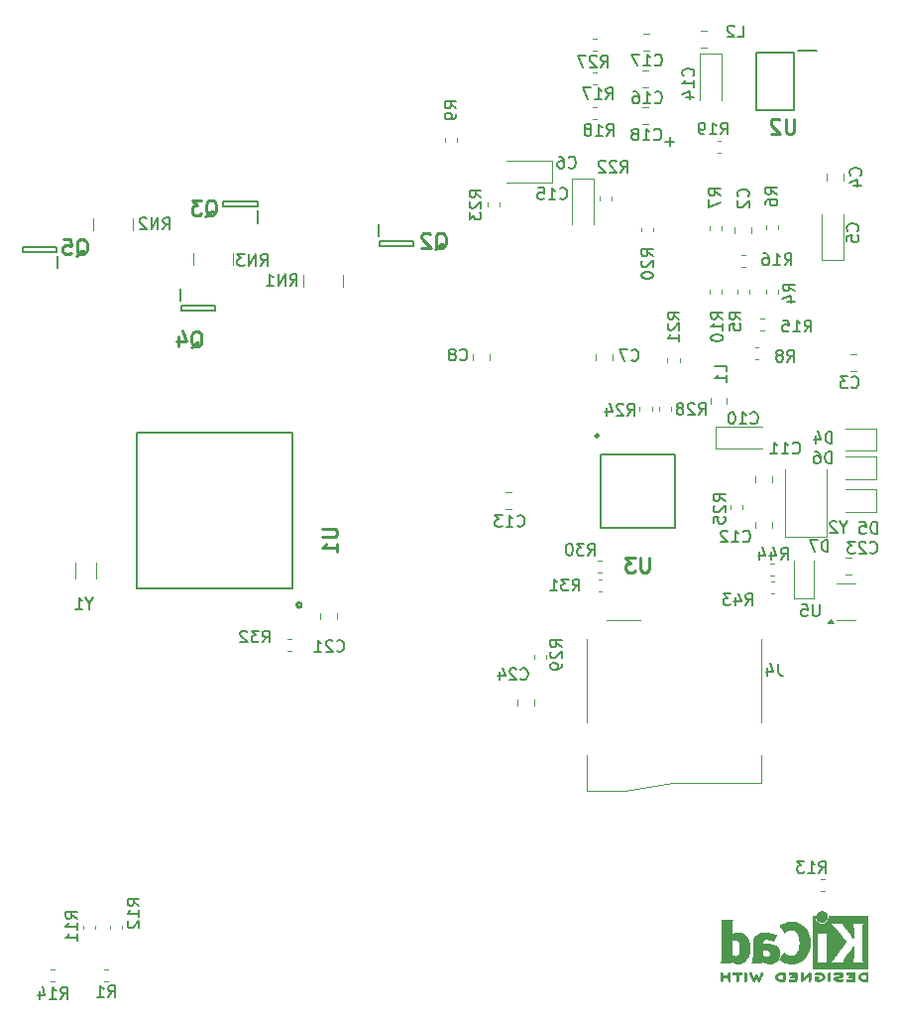
<source format=gbr>
G04 #@! TF.GenerationSoftware,KiCad,Pcbnew,9.0.6-9.0.6~ubuntu24.04.1*
G04 #@! TF.CreationDate,2025-11-22T19:38:21+03:00*
G04 #@! TF.ProjectId,Dreamstalker-PRO-v2,44726561-6d73-4746-916c-6b65722d5052,2.4*
G04 #@! TF.SameCoordinates,Original*
G04 #@! TF.FileFunction,Legend,Bot*
G04 #@! TF.FilePolarity,Positive*
%FSLAX46Y46*%
G04 Gerber Fmt 4.6, Leading zero omitted, Abs format (unit mm)*
G04 Created by KiCad (PCBNEW 9.0.6-9.0.6~ubuntu24.04.1) date 2025-11-22 19:38:21*
%MOMM*%
%LPD*%
G01*
G04 APERTURE LIST*
%ADD10C,0.150000*%
%ADD11C,0.254000*%
%ADD12C,0.200000*%
%ADD13C,0.120000*%
%ADD14C,0.010000*%
G04 APERTURE END LIST*
D10*
X149980951Y-52583866D02*
X149219047Y-52583866D01*
X149599999Y-52964819D02*
X149599999Y-52202914D01*
D11*
X98870952Y-62295270D02*
X98991904Y-62234794D01*
X98991904Y-62234794D02*
X99112857Y-62113842D01*
X99112857Y-62113842D02*
X99294285Y-61932413D01*
X99294285Y-61932413D02*
X99415238Y-61871937D01*
X99415238Y-61871937D02*
X99536190Y-61871937D01*
X99475714Y-62174318D02*
X99596666Y-62113842D01*
X99596666Y-62113842D02*
X99717619Y-61992889D01*
X99717619Y-61992889D02*
X99778095Y-61750984D01*
X99778095Y-61750984D02*
X99778095Y-61327651D01*
X99778095Y-61327651D02*
X99717619Y-61085746D01*
X99717619Y-61085746D02*
X99596666Y-60964794D01*
X99596666Y-60964794D02*
X99475714Y-60904318D01*
X99475714Y-60904318D02*
X99233809Y-60904318D01*
X99233809Y-60904318D02*
X99112857Y-60964794D01*
X99112857Y-60964794D02*
X98991904Y-61085746D01*
X98991904Y-61085746D02*
X98931428Y-61327651D01*
X98931428Y-61327651D02*
X98931428Y-61750984D01*
X98931428Y-61750984D02*
X98991904Y-61992889D01*
X98991904Y-61992889D02*
X99112857Y-62113842D01*
X99112857Y-62113842D02*
X99233809Y-62174318D01*
X99233809Y-62174318D02*
X99475714Y-62174318D01*
X97782381Y-60904318D02*
X98387143Y-60904318D01*
X98387143Y-60904318D02*
X98447619Y-61509080D01*
X98447619Y-61509080D02*
X98387143Y-61448603D01*
X98387143Y-61448603D02*
X98266190Y-61388127D01*
X98266190Y-61388127D02*
X97963809Y-61388127D01*
X97963809Y-61388127D02*
X97842857Y-61448603D01*
X97842857Y-61448603D02*
X97782381Y-61509080D01*
X97782381Y-61509080D02*
X97721904Y-61630032D01*
X97721904Y-61630032D02*
X97721904Y-61932413D01*
X97721904Y-61932413D02*
X97782381Y-62053365D01*
X97782381Y-62053365D02*
X97842857Y-62113842D01*
X97842857Y-62113842D02*
X97963809Y-62174318D01*
X97963809Y-62174318D02*
X98266190Y-62174318D01*
X98266190Y-62174318D02*
X98387143Y-62113842D01*
X98387143Y-62113842D02*
X98447619Y-62053365D01*
X108670952Y-70145270D02*
X108791904Y-70084794D01*
X108791904Y-70084794D02*
X108912857Y-69963842D01*
X108912857Y-69963842D02*
X109094285Y-69782413D01*
X109094285Y-69782413D02*
X109215238Y-69721937D01*
X109215238Y-69721937D02*
X109336190Y-69721937D01*
X109275714Y-70024318D02*
X109396666Y-69963842D01*
X109396666Y-69963842D02*
X109517619Y-69842889D01*
X109517619Y-69842889D02*
X109578095Y-69600984D01*
X109578095Y-69600984D02*
X109578095Y-69177651D01*
X109578095Y-69177651D02*
X109517619Y-68935746D01*
X109517619Y-68935746D02*
X109396666Y-68814794D01*
X109396666Y-68814794D02*
X109275714Y-68754318D01*
X109275714Y-68754318D02*
X109033809Y-68754318D01*
X109033809Y-68754318D02*
X108912857Y-68814794D01*
X108912857Y-68814794D02*
X108791904Y-68935746D01*
X108791904Y-68935746D02*
X108731428Y-69177651D01*
X108731428Y-69177651D02*
X108731428Y-69600984D01*
X108731428Y-69600984D02*
X108791904Y-69842889D01*
X108791904Y-69842889D02*
X108912857Y-69963842D01*
X108912857Y-69963842D02*
X109033809Y-70024318D01*
X109033809Y-70024318D02*
X109275714Y-70024318D01*
X107642857Y-69177651D02*
X107642857Y-70024318D01*
X107945238Y-68693842D02*
X108247619Y-69600984D01*
X108247619Y-69600984D02*
X107461428Y-69600984D01*
X109920952Y-58945270D02*
X110041904Y-58884794D01*
X110041904Y-58884794D02*
X110162857Y-58763842D01*
X110162857Y-58763842D02*
X110344285Y-58582413D01*
X110344285Y-58582413D02*
X110465238Y-58521937D01*
X110465238Y-58521937D02*
X110586190Y-58521937D01*
X110525714Y-58824318D02*
X110646666Y-58763842D01*
X110646666Y-58763842D02*
X110767619Y-58642889D01*
X110767619Y-58642889D02*
X110828095Y-58400984D01*
X110828095Y-58400984D02*
X110828095Y-57977651D01*
X110828095Y-57977651D02*
X110767619Y-57735746D01*
X110767619Y-57735746D02*
X110646666Y-57614794D01*
X110646666Y-57614794D02*
X110525714Y-57554318D01*
X110525714Y-57554318D02*
X110283809Y-57554318D01*
X110283809Y-57554318D02*
X110162857Y-57614794D01*
X110162857Y-57614794D02*
X110041904Y-57735746D01*
X110041904Y-57735746D02*
X109981428Y-57977651D01*
X109981428Y-57977651D02*
X109981428Y-58400984D01*
X109981428Y-58400984D02*
X110041904Y-58642889D01*
X110041904Y-58642889D02*
X110162857Y-58763842D01*
X110162857Y-58763842D02*
X110283809Y-58824318D01*
X110283809Y-58824318D02*
X110525714Y-58824318D01*
X109558095Y-57554318D02*
X108771904Y-57554318D01*
X108771904Y-57554318D02*
X109195238Y-58038127D01*
X109195238Y-58038127D02*
X109013809Y-58038127D01*
X109013809Y-58038127D02*
X108892857Y-58098603D01*
X108892857Y-58098603D02*
X108832381Y-58159080D01*
X108832381Y-58159080D02*
X108771904Y-58280032D01*
X108771904Y-58280032D02*
X108771904Y-58582413D01*
X108771904Y-58582413D02*
X108832381Y-58703365D01*
X108832381Y-58703365D02*
X108892857Y-58763842D01*
X108892857Y-58763842D02*
X109013809Y-58824318D01*
X109013809Y-58824318D02*
X109376666Y-58824318D01*
X109376666Y-58824318D02*
X109497619Y-58763842D01*
X109497619Y-58763842D02*
X109558095Y-58703365D01*
X129520952Y-61745270D02*
X129641904Y-61684794D01*
X129641904Y-61684794D02*
X129762857Y-61563842D01*
X129762857Y-61563842D02*
X129944285Y-61382413D01*
X129944285Y-61382413D02*
X130065238Y-61321937D01*
X130065238Y-61321937D02*
X130186190Y-61321937D01*
X130125714Y-61624318D02*
X130246666Y-61563842D01*
X130246666Y-61563842D02*
X130367619Y-61442889D01*
X130367619Y-61442889D02*
X130428095Y-61200984D01*
X130428095Y-61200984D02*
X130428095Y-60777651D01*
X130428095Y-60777651D02*
X130367619Y-60535746D01*
X130367619Y-60535746D02*
X130246666Y-60414794D01*
X130246666Y-60414794D02*
X130125714Y-60354318D01*
X130125714Y-60354318D02*
X129883809Y-60354318D01*
X129883809Y-60354318D02*
X129762857Y-60414794D01*
X129762857Y-60414794D02*
X129641904Y-60535746D01*
X129641904Y-60535746D02*
X129581428Y-60777651D01*
X129581428Y-60777651D02*
X129581428Y-61200984D01*
X129581428Y-61200984D02*
X129641904Y-61442889D01*
X129641904Y-61442889D02*
X129762857Y-61563842D01*
X129762857Y-61563842D02*
X129883809Y-61624318D01*
X129883809Y-61624318D02*
X130125714Y-61624318D01*
X129097619Y-60475270D02*
X129037143Y-60414794D01*
X129037143Y-60414794D02*
X128916190Y-60354318D01*
X128916190Y-60354318D02*
X128613809Y-60354318D01*
X128613809Y-60354318D02*
X128492857Y-60414794D01*
X128492857Y-60414794D02*
X128432381Y-60475270D01*
X128432381Y-60475270D02*
X128371904Y-60596222D01*
X128371904Y-60596222D02*
X128371904Y-60717175D01*
X128371904Y-60717175D02*
X128432381Y-60898603D01*
X128432381Y-60898603D02*
X129158095Y-61624318D01*
X129158095Y-61624318D02*
X128371904Y-61624318D01*
X160217619Y-50604318D02*
X160217619Y-51632413D01*
X160217619Y-51632413D02*
X160157142Y-51753365D01*
X160157142Y-51753365D02*
X160096666Y-51813842D01*
X160096666Y-51813842D02*
X159975714Y-51874318D01*
X159975714Y-51874318D02*
X159733809Y-51874318D01*
X159733809Y-51874318D02*
X159612857Y-51813842D01*
X159612857Y-51813842D02*
X159552380Y-51753365D01*
X159552380Y-51753365D02*
X159491904Y-51632413D01*
X159491904Y-51632413D02*
X159491904Y-50604318D01*
X158947619Y-50725270D02*
X158887143Y-50664794D01*
X158887143Y-50664794D02*
X158766190Y-50604318D01*
X158766190Y-50604318D02*
X158463809Y-50604318D01*
X158463809Y-50604318D02*
X158342857Y-50664794D01*
X158342857Y-50664794D02*
X158282381Y-50725270D01*
X158282381Y-50725270D02*
X158221904Y-50846222D01*
X158221904Y-50846222D02*
X158221904Y-50967175D01*
X158221904Y-50967175D02*
X158282381Y-51148603D01*
X158282381Y-51148603D02*
X159008095Y-51874318D01*
X159008095Y-51874318D02*
X158221904Y-51874318D01*
D10*
X106290476Y-60054819D02*
X106623809Y-59578628D01*
X106861904Y-60054819D02*
X106861904Y-59054819D01*
X106861904Y-59054819D02*
X106480952Y-59054819D01*
X106480952Y-59054819D02*
X106385714Y-59102438D01*
X106385714Y-59102438D02*
X106338095Y-59150057D01*
X106338095Y-59150057D02*
X106290476Y-59245295D01*
X106290476Y-59245295D02*
X106290476Y-59388152D01*
X106290476Y-59388152D02*
X106338095Y-59483390D01*
X106338095Y-59483390D02*
X106385714Y-59531009D01*
X106385714Y-59531009D02*
X106480952Y-59578628D01*
X106480952Y-59578628D02*
X106861904Y-59578628D01*
X105861904Y-60054819D02*
X105861904Y-59054819D01*
X105861904Y-59054819D02*
X105290476Y-60054819D01*
X105290476Y-60054819D02*
X105290476Y-59054819D01*
X104861904Y-59150057D02*
X104814285Y-59102438D01*
X104814285Y-59102438D02*
X104719047Y-59054819D01*
X104719047Y-59054819D02*
X104480952Y-59054819D01*
X104480952Y-59054819D02*
X104385714Y-59102438D01*
X104385714Y-59102438D02*
X104338095Y-59150057D01*
X104338095Y-59150057D02*
X104290476Y-59245295D01*
X104290476Y-59245295D02*
X104290476Y-59340533D01*
X104290476Y-59340533D02*
X104338095Y-59483390D01*
X104338095Y-59483390D02*
X104909523Y-60054819D01*
X104909523Y-60054819D02*
X104290476Y-60054819D01*
X117140476Y-64854819D02*
X117473809Y-64378628D01*
X117711904Y-64854819D02*
X117711904Y-63854819D01*
X117711904Y-63854819D02*
X117330952Y-63854819D01*
X117330952Y-63854819D02*
X117235714Y-63902438D01*
X117235714Y-63902438D02*
X117188095Y-63950057D01*
X117188095Y-63950057D02*
X117140476Y-64045295D01*
X117140476Y-64045295D02*
X117140476Y-64188152D01*
X117140476Y-64188152D02*
X117188095Y-64283390D01*
X117188095Y-64283390D02*
X117235714Y-64331009D01*
X117235714Y-64331009D02*
X117330952Y-64378628D01*
X117330952Y-64378628D02*
X117711904Y-64378628D01*
X116711904Y-64854819D02*
X116711904Y-63854819D01*
X116711904Y-63854819D02*
X116140476Y-64854819D01*
X116140476Y-64854819D02*
X116140476Y-63854819D01*
X115140476Y-64854819D02*
X115711904Y-64854819D01*
X115426190Y-64854819D02*
X115426190Y-63854819D01*
X115426190Y-63854819D02*
X115521428Y-63997676D01*
X115521428Y-63997676D02*
X115616666Y-64092914D01*
X115616666Y-64092914D02*
X115711904Y-64140533D01*
X114640476Y-63154819D02*
X114973809Y-62678628D01*
X115211904Y-63154819D02*
X115211904Y-62154819D01*
X115211904Y-62154819D02*
X114830952Y-62154819D01*
X114830952Y-62154819D02*
X114735714Y-62202438D01*
X114735714Y-62202438D02*
X114688095Y-62250057D01*
X114688095Y-62250057D02*
X114640476Y-62345295D01*
X114640476Y-62345295D02*
X114640476Y-62488152D01*
X114640476Y-62488152D02*
X114688095Y-62583390D01*
X114688095Y-62583390D02*
X114735714Y-62631009D01*
X114735714Y-62631009D02*
X114830952Y-62678628D01*
X114830952Y-62678628D02*
X115211904Y-62678628D01*
X114211904Y-63154819D02*
X114211904Y-62154819D01*
X114211904Y-62154819D02*
X113640476Y-63154819D01*
X113640476Y-63154819D02*
X113640476Y-62154819D01*
X113259523Y-62154819D02*
X112640476Y-62154819D01*
X112640476Y-62154819D02*
X112973809Y-62535771D01*
X112973809Y-62535771D02*
X112830952Y-62535771D01*
X112830952Y-62535771D02*
X112735714Y-62583390D01*
X112735714Y-62583390D02*
X112688095Y-62631009D01*
X112688095Y-62631009D02*
X112640476Y-62726247D01*
X112640476Y-62726247D02*
X112640476Y-62964342D01*
X112640476Y-62964342D02*
X112688095Y-63059580D01*
X112688095Y-63059580D02*
X112735714Y-63107200D01*
X112735714Y-63107200D02*
X112830952Y-63154819D01*
X112830952Y-63154819D02*
X113116666Y-63154819D01*
X113116666Y-63154819D02*
X113211904Y-63107200D01*
X113211904Y-63107200D02*
X113259523Y-63059580D01*
X145402857Y-55194819D02*
X145736190Y-54718628D01*
X145974285Y-55194819D02*
X145974285Y-54194819D01*
X145974285Y-54194819D02*
X145593333Y-54194819D01*
X145593333Y-54194819D02*
X145498095Y-54242438D01*
X145498095Y-54242438D02*
X145450476Y-54290057D01*
X145450476Y-54290057D02*
X145402857Y-54385295D01*
X145402857Y-54385295D02*
X145402857Y-54528152D01*
X145402857Y-54528152D02*
X145450476Y-54623390D01*
X145450476Y-54623390D02*
X145498095Y-54671009D01*
X145498095Y-54671009D02*
X145593333Y-54718628D01*
X145593333Y-54718628D02*
X145974285Y-54718628D01*
X145021904Y-54290057D02*
X144974285Y-54242438D01*
X144974285Y-54242438D02*
X144879047Y-54194819D01*
X144879047Y-54194819D02*
X144640952Y-54194819D01*
X144640952Y-54194819D02*
X144545714Y-54242438D01*
X144545714Y-54242438D02*
X144498095Y-54290057D01*
X144498095Y-54290057D02*
X144450476Y-54385295D01*
X144450476Y-54385295D02*
X144450476Y-54480533D01*
X144450476Y-54480533D02*
X144498095Y-54623390D01*
X144498095Y-54623390D02*
X145069523Y-55194819D01*
X145069523Y-55194819D02*
X144450476Y-55194819D01*
X144069523Y-54290057D02*
X144021904Y-54242438D01*
X144021904Y-54242438D02*
X143926666Y-54194819D01*
X143926666Y-54194819D02*
X143688571Y-54194819D01*
X143688571Y-54194819D02*
X143593333Y-54242438D01*
X143593333Y-54242438D02*
X143545714Y-54290057D01*
X143545714Y-54290057D02*
X143498095Y-54385295D01*
X143498095Y-54385295D02*
X143498095Y-54480533D01*
X143498095Y-54480533D02*
X143545714Y-54623390D01*
X143545714Y-54623390D02*
X144117142Y-55194819D01*
X144117142Y-55194819D02*
X143498095Y-55194819D01*
X150404819Y-67707142D02*
X149928628Y-67373809D01*
X150404819Y-67135714D02*
X149404819Y-67135714D01*
X149404819Y-67135714D02*
X149404819Y-67516666D01*
X149404819Y-67516666D02*
X149452438Y-67611904D01*
X149452438Y-67611904D02*
X149500057Y-67659523D01*
X149500057Y-67659523D02*
X149595295Y-67707142D01*
X149595295Y-67707142D02*
X149738152Y-67707142D01*
X149738152Y-67707142D02*
X149833390Y-67659523D01*
X149833390Y-67659523D02*
X149881009Y-67611904D01*
X149881009Y-67611904D02*
X149928628Y-67516666D01*
X149928628Y-67516666D02*
X149928628Y-67135714D01*
X149500057Y-68088095D02*
X149452438Y-68135714D01*
X149452438Y-68135714D02*
X149404819Y-68230952D01*
X149404819Y-68230952D02*
X149404819Y-68469047D01*
X149404819Y-68469047D02*
X149452438Y-68564285D01*
X149452438Y-68564285D02*
X149500057Y-68611904D01*
X149500057Y-68611904D02*
X149595295Y-68659523D01*
X149595295Y-68659523D02*
X149690533Y-68659523D01*
X149690533Y-68659523D02*
X149833390Y-68611904D01*
X149833390Y-68611904D02*
X150404819Y-68040476D01*
X150404819Y-68040476D02*
X150404819Y-68659523D01*
X150404819Y-69611904D02*
X150404819Y-69040476D01*
X150404819Y-69326190D02*
X149404819Y-69326190D01*
X149404819Y-69326190D02*
X149547676Y-69230952D01*
X149547676Y-69230952D02*
X149642914Y-69135714D01*
X149642914Y-69135714D02*
X149690533Y-69040476D01*
X101616666Y-125584819D02*
X101949999Y-125108628D01*
X102188094Y-125584819D02*
X102188094Y-124584819D01*
X102188094Y-124584819D02*
X101807142Y-124584819D01*
X101807142Y-124584819D02*
X101711904Y-124632438D01*
X101711904Y-124632438D02*
X101664285Y-124680057D01*
X101664285Y-124680057D02*
X101616666Y-124775295D01*
X101616666Y-124775295D02*
X101616666Y-124918152D01*
X101616666Y-124918152D02*
X101664285Y-125013390D01*
X101664285Y-125013390D02*
X101711904Y-125061009D01*
X101711904Y-125061009D02*
X101807142Y-125108628D01*
X101807142Y-125108628D02*
X102188094Y-125108628D01*
X100664285Y-125584819D02*
X101235713Y-125584819D01*
X100949999Y-125584819D02*
X100949999Y-124584819D01*
X100949999Y-124584819D02*
X101045237Y-124727676D01*
X101045237Y-124727676D02*
X101140475Y-124822914D01*
X101140475Y-124822914D02*
X101235713Y-124870533D01*
X153942857Y-51954819D02*
X154276190Y-51478628D01*
X154514285Y-51954819D02*
X154514285Y-50954819D01*
X154514285Y-50954819D02*
X154133333Y-50954819D01*
X154133333Y-50954819D02*
X154038095Y-51002438D01*
X154038095Y-51002438D02*
X153990476Y-51050057D01*
X153990476Y-51050057D02*
X153942857Y-51145295D01*
X153942857Y-51145295D02*
X153942857Y-51288152D01*
X153942857Y-51288152D02*
X153990476Y-51383390D01*
X153990476Y-51383390D02*
X154038095Y-51431009D01*
X154038095Y-51431009D02*
X154133333Y-51478628D01*
X154133333Y-51478628D02*
X154514285Y-51478628D01*
X152990476Y-51954819D02*
X153561904Y-51954819D01*
X153276190Y-51954819D02*
X153276190Y-50954819D01*
X153276190Y-50954819D02*
X153371428Y-51097676D01*
X153371428Y-51097676D02*
X153466666Y-51192914D01*
X153466666Y-51192914D02*
X153561904Y-51240533D01*
X152514285Y-51954819D02*
X152323809Y-51954819D01*
X152323809Y-51954819D02*
X152228571Y-51907200D01*
X152228571Y-51907200D02*
X152180952Y-51859580D01*
X152180952Y-51859580D02*
X152085714Y-51716723D01*
X152085714Y-51716723D02*
X152038095Y-51526247D01*
X152038095Y-51526247D02*
X152038095Y-51145295D01*
X152038095Y-51145295D02*
X152085714Y-51050057D01*
X152085714Y-51050057D02*
X152133333Y-51002438D01*
X152133333Y-51002438D02*
X152228571Y-50954819D01*
X152228571Y-50954819D02*
X152419047Y-50954819D01*
X152419047Y-50954819D02*
X152514285Y-51002438D01*
X152514285Y-51002438D02*
X152561904Y-51050057D01*
X152561904Y-51050057D02*
X152609523Y-51145295D01*
X152609523Y-51145295D02*
X152609523Y-51383390D01*
X152609523Y-51383390D02*
X152561904Y-51478628D01*
X152561904Y-51478628D02*
X152514285Y-51526247D01*
X152514285Y-51526247D02*
X152419047Y-51573866D01*
X152419047Y-51573866D02*
X152228571Y-51573866D01*
X152228571Y-51573866D02*
X152133333Y-51526247D01*
X152133333Y-51526247D02*
X152085714Y-51478628D01*
X152085714Y-51478628D02*
X152038095Y-51383390D01*
X161092857Y-68804819D02*
X161426190Y-68328628D01*
X161664285Y-68804819D02*
X161664285Y-67804819D01*
X161664285Y-67804819D02*
X161283333Y-67804819D01*
X161283333Y-67804819D02*
X161188095Y-67852438D01*
X161188095Y-67852438D02*
X161140476Y-67900057D01*
X161140476Y-67900057D02*
X161092857Y-67995295D01*
X161092857Y-67995295D02*
X161092857Y-68138152D01*
X161092857Y-68138152D02*
X161140476Y-68233390D01*
X161140476Y-68233390D02*
X161188095Y-68281009D01*
X161188095Y-68281009D02*
X161283333Y-68328628D01*
X161283333Y-68328628D02*
X161664285Y-68328628D01*
X160140476Y-68804819D02*
X160711904Y-68804819D01*
X160426190Y-68804819D02*
X160426190Y-67804819D01*
X160426190Y-67804819D02*
X160521428Y-67947676D01*
X160521428Y-67947676D02*
X160616666Y-68042914D01*
X160616666Y-68042914D02*
X160711904Y-68090533D01*
X159235714Y-67804819D02*
X159711904Y-67804819D01*
X159711904Y-67804819D02*
X159759523Y-68281009D01*
X159759523Y-68281009D02*
X159711904Y-68233390D01*
X159711904Y-68233390D02*
X159616666Y-68185771D01*
X159616666Y-68185771D02*
X159378571Y-68185771D01*
X159378571Y-68185771D02*
X159283333Y-68233390D01*
X159283333Y-68233390D02*
X159235714Y-68281009D01*
X159235714Y-68281009D02*
X159188095Y-68376247D01*
X159188095Y-68376247D02*
X159188095Y-68614342D01*
X159188095Y-68614342D02*
X159235714Y-68709580D01*
X159235714Y-68709580D02*
X159283333Y-68757200D01*
X159283333Y-68757200D02*
X159378571Y-68804819D01*
X159378571Y-68804819D02*
X159616666Y-68804819D01*
X159616666Y-68804819D02*
X159711904Y-68757200D01*
X159711904Y-68757200D02*
X159759523Y-68709580D01*
X97542857Y-125704819D02*
X97876190Y-125228628D01*
X98114285Y-125704819D02*
X98114285Y-124704819D01*
X98114285Y-124704819D02*
X97733333Y-124704819D01*
X97733333Y-124704819D02*
X97638095Y-124752438D01*
X97638095Y-124752438D02*
X97590476Y-124800057D01*
X97590476Y-124800057D02*
X97542857Y-124895295D01*
X97542857Y-124895295D02*
X97542857Y-125038152D01*
X97542857Y-125038152D02*
X97590476Y-125133390D01*
X97590476Y-125133390D02*
X97638095Y-125181009D01*
X97638095Y-125181009D02*
X97733333Y-125228628D01*
X97733333Y-125228628D02*
X98114285Y-125228628D01*
X96590476Y-125704819D02*
X97161904Y-125704819D01*
X96876190Y-125704819D02*
X96876190Y-124704819D01*
X96876190Y-124704819D02*
X96971428Y-124847676D01*
X96971428Y-124847676D02*
X97066666Y-124942914D01*
X97066666Y-124942914D02*
X97161904Y-124990533D01*
X95733333Y-125038152D02*
X95733333Y-125704819D01*
X95971428Y-124657200D02*
X96209523Y-125371485D01*
X96209523Y-125371485D02*
X95590476Y-125371485D01*
X153924819Y-57183333D02*
X153448628Y-56850000D01*
X153924819Y-56611905D02*
X152924819Y-56611905D01*
X152924819Y-56611905D02*
X152924819Y-56992857D01*
X152924819Y-56992857D02*
X152972438Y-57088095D01*
X152972438Y-57088095D02*
X153020057Y-57135714D01*
X153020057Y-57135714D02*
X153115295Y-57183333D01*
X153115295Y-57183333D02*
X153258152Y-57183333D01*
X153258152Y-57183333D02*
X153353390Y-57135714D01*
X153353390Y-57135714D02*
X153401009Y-57088095D01*
X153401009Y-57088095D02*
X153448628Y-56992857D01*
X153448628Y-56992857D02*
X153448628Y-56611905D01*
X152924819Y-57516667D02*
X152924819Y-58183333D01*
X152924819Y-58183333D02*
X153924819Y-57754762D01*
X158754819Y-57083333D02*
X158278628Y-56750000D01*
X158754819Y-56511905D02*
X157754819Y-56511905D01*
X157754819Y-56511905D02*
X157754819Y-56892857D01*
X157754819Y-56892857D02*
X157802438Y-56988095D01*
X157802438Y-56988095D02*
X157850057Y-57035714D01*
X157850057Y-57035714D02*
X157945295Y-57083333D01*
X157945295Y-57083333D02*
X158088152Y-57083333D01*
X158088152Y-57083333D02*
X158183390Y-57035714D01*
X158183390Y-57035714D02*
X158231009Y-56988095D01*
X158231009Y-56988095D02*
X158278628Y-56892857D01*
X158278628Y-56892857D02*
X158278628Y-56511905D01*
X157754819Y-57940476D02*
X157754819Y-57750000D01*
X157754819Y-57750000D02*
X157802438Y-57654762D01*
X157802438Y-57654762D02*
X157850057Y-57607143D01*
X157850057Y-57607143D02*
X157992914Y-57511905D01*
X157992914Y-57511905D02*
X158183390Y-57464286D01*
X158183390Y-57464286D02*
X158564342Y-57464286D01*
X158564342Y-57464286D02*
X158659580Y-57511905D01*
X158659580Y-57511905D02*
X158707200Y-57559524D01*
X158707200Y-57559524D02*
X158754819Y-57654762D01*
X158754819Y-57654762D02*
X158754819Y-57845238D01*
X158754819Y-57845238D02*
X158707200Y-57940476D01*
X158707200Y-57940476D02*
X158659580Y-57988095D01*
X158659580Y-57988095D02*
X158564342Y-58035714D01*
X158564342Y-58035714D02*
X158326247Y-58035714D01*
X158326247Y-58035714D02*
X158231009Y-57988095D01*
X158231009Y-57988095D02*
X158183390Y-57940476D01*
X158183390Y-57940476D02*
X158135771Y-57845238D01*
X158135771Y-57845238D02*
X158135771Y-57654762D01*
X158135771Y-57654762D02*
X158183390Y-57559524D01*
X158183390Y-57559524D02*
X158231009Y-57511905D01*
X158231009Y-57511905D02*
X158326247Y-57464286D01*
X159616666Y-71354819D02*
X159949999Y-70878628D01*
X160188094Y-71354819D02*
X160188094Y-70354819D01*
X160188094Y-70354819D02*
X159807142Y-70354819D01*
X159807142Y-70354819D02*
X159711904Y-70402438D01*
X159711904Y-70402438D02*
X159664285Y-70450057D01*
X159664285Y-70450057D02*
X159616666Y-70545295D01*
X159616666Y-70545295D02*
X159616666Y-70688152D01*
X159616666Y-70688152D02*
X159664285Y-70783390D01*
X159664285Y-70783390D02*
X159711904Y-70831009D01*
X159711904Y-70831009D02*
X159807142Y-70878628D01*
X159807142Y-70878628D02*
X160188094Y-70878628D01*
X159045237Y-70783390D02*
X159140475Y-70735771D01*
X159140475Y-70735771D02*
X159188094Y-70688152D01*
X159188094Y-70688152D02*
X159235713Y-70592914D01*
X159235713Y-70592914D02*
X159235713Y-70545295D01*
X159235713Y-70545295D02*
X159188094Y-70450057D01*
X159188094Y-70450057D02*
X159140475Y-70402438D01*
X159140475Y-70402438D02*
X159045237Y-70354819D01*
X159045237Y-70354819D02*
X158854761Y-70354819D01*
X158854761Y-70354819D02*
X158759523Y-70402438D01*
X158759523Y-70402438D02*
X158711904Y-70450057D01*
X158711904Y-70450057D02*
X158664285Y-70545295D01*
X158664285Y-70545295D02*
X158664285Y-70592914D01*
X158664285Y-70592914D02*
X158711904Y-70688152D01*
X158711904Y-70688152D02*
X158759523Y-70735771D01*
X158759523Y-70735771D02*
X158854761Y-70783390D01*
X158854761Y-70783390D02*
X159045237Y-70783390D01*
X159045237Y-70783390D02*
X159140475Y-70831009D01*
X159140475Y-70831009D02*
X159188094Y-70878628D01*
X159188094Y-70878628D02*
X159235713Y-70973866D01*
X159235713Y-70973866D02*
X159235713Y-71164342D01*
X159235713Y-71164342D02*
X159188094Y-71259580D01*
X159188094Y-71259580D02*
X159140475Y-71307200D01*
X159140475Y-71307200D02*
X159045237Y-71354819D01*
X159045237Y-71354819D02*
X158854761Y-71354819D01*
X158854761Y-71354819D02*
X158759523Y-71307200D01*
X158759523Y-71307200D02*
X158711904Y-71259580D01*
X158711904Y-71259580D02*
X158664285Y-71164342D01*
X158664285Y-71164342D02*
X158664285Y-70973866D01*
X158664285Y-70973866D02*
X158711904Y-70878628D01*
X158711904Y-70878628D02*
X158759523Y-70831009D01*
X158759523Y-70831009D02*
X158854761Y-70783390D01*
X155654819Y-67733333D02*
X155178628Y-67400000D01*
X155654819Y-67161905D02*
X154654819Y-67161905D01*
X154654819Y-67161905D02*
X154654819Y-67542857D01*
X154654819Y-67542857D02*
X154702438Y-67638095D01*
X154702438Y-67638095D02*
X154750057Y-67685714D01*
X154750057Y-67685714D02*
X154845295Y-67733333D01*
X154845295Y-67733333D02*
X154988152Y-67733333D01*
X154988152Y-67733333D02*
X155083390Y-67685714D01*
X155083390Y-67685714D02*
X155131009Y-67638095D01*
X155131009Y-67638095D02*
X155178628Y-67542857D01*
X155178628Y-67542857D02*
X155178628Y-67161905D01*
X154654819Y-68638095D02*
X154654819Y-68161905D01*
X154654819Y-68161905D02*
X155131009Y-68114286D01*
X155131009Y-68114286D02*
X155083390Y-68161905D01*
X155083390Y-68161905D02*
X155035771Y-68257143D01*
X155035771Y-68257143D02*
X155035771Y-68495238D01*
X155035771Y-68495238D02*
X155083390Y-68590476D01*
X155083390Y-68590476D02*
X155131009Y-68638095D01*
X155131009Y-68638095D02*
X155226247Y-68685714D01*
X155226247Y-68685714D02*
X155464342Y-68685714D01*
X155464342Y-68685714D02*
X155559580Y-68638095D01*
X155559580Y-68638095D02*
X155607200Y-68590476D01*
X155607200Y-68590476D02*
X155654819Y-68495238D01*
X155654819Y-68495238D02*
X155654819Y-68257143D01*
X155654819Y-68257143D02*
X155607200Y-68161905D01*
X155607200Y-68161905D02*
X155559580Y-68114286D01*
X160254819Y-65333333D02*
X159778628Y-65000000D01*
X160254819Y-64761905D02*
X159254819Y-64761905D01*
X159254819Y-64761905D02*
X159254819Y-65142857D01*
X159254819Y-65142857D02*
X159302438Y-65238095D01*
X159302438Y-65238095D02*
X159350057Y-65285714D01*
X159350057Y-65285714D02*
X159445295Y-65333333D01*
X159445295Y-65333333D02*
X159588152Y-65333333D01*
X159588152Y-65333333D02*
X159683390Y-65285714D01*
X159683390Y-65285714D02*
X159731009Y-65238095D01*
X159731009Y-65238095D02*
X159778628Y-65142857D01*
X159778628Y-65142857D02*
X159778628Y-64761905D01*
X159588152Y-66190476D02*
X160254819Y-66190476D01*
X159207200Y-65952381D02*
X159921485Y-65714286D01*
X159921485Y-65714286D02*
X159921485Y-66333333D01*
X154104819Y-67707142D02*
X153628628Y-67373809D01*
X154104819Y-67135714D02*
X153104819Y-67135714D01*
X153104819Y-67135714D02*
X153104819Y-67516666D01*
X153104819Y-67516666D02*
X153152438Y-67611904D01*
X153152438Y-67611904D02*
X153200057Y-67659523D01*
X153200057Y-67659523D02*
X153295295Y-67707142D01*
X153295295Y-67707142D02*
X153438152Y-67707142D01*
X153438152Y-67707142D02*
X153533390Y-67659523D01*
X153533390Y-67659523D02*
X153581009Y-67611904D01*
X153581009Y-67611904D02*
X153628628Y-67516666D01*
X153628628Y-67516666D02*
X153628628Y-67135714D01*
X154104819Y-68659523D02*
X154104819Y-68088095D01*
X154104819Y-68373809D02*
X153104819Y-68373809D01*
X153104819Y-68373809D02*
X153247676Y-68278571D01*
X153247676Y-68278571D02*
X153342914Y-68183333D01*
X153342914Y-68183333D02*
X153390533Y-68088095D01*
X153104819Y-69278571D02*
X153104819Y-69373809D01*
X153104819Y-69373809D02*
X153152438Y-69469047D01*
X153152438Y-69469047D02*
X153200057Y-69516666D01*
X153200057Y-69516666D02*
X153295295Y-69564285D01*
X153295295Y-69564285D02*
X153485771Y-69611904D01*
X153485771Y-69611904D02*
X153723866Y-69611904D01*
X153723866Y-69611904D02*
X153914342Y-69564285D01*
X153914342Y-69564285D02*
X154009580Y-69516666D01*
X154009580Y-69516666D02*
X154057200Y-69469047D01*
X154057200Y-69469047D02*
X154104819Y-69373809D01*
X154104819Y-69373809D02*
X154104819Y-69278571D01*
X154104819Y-69278571D02*
X154057200Y-69183333D01*
X154057200Y-69183333D02*
X154009580Y-69135714D01*
X154009580Y-69135714D02*
X153914342Y-69088095D01*
X153914342Y-69088095D02*
X153723866Y-69040476D01*
X153723866Y-69040476D02*
X153485771Y-69040476D01*
X153485771Y-69040476D02*
X153295295Y-69088095D01*
X153295295Y-69088095D02*
X153200057Y-69135714D01*
X153200057Y-69135714D02*
X153152438Y-69183333D01*
X153152438Y-69183333D02*
X153104819Y-69278571D01*
X98954819Y-118857142D02*
X98478628Y-118523809D01*
X98954819Y-118285714D02*
X97954819Y-118285714D01*
X97954819Y-118285714D02*
X97954819Y-118666666D01*
X97954819Y-118666666D02*
X98002438Y-118761904D01*
X98002438Y-118761904D02*
X98050057Y-118809523D01*
X98050057Y-118809523D02*
X98145295Y-118857142D01*
X98145295Y-118857142D02*
X98288152Y-118857142D01*
X98288152Y-118857142D02*
X98383390Y-118809523D01*
X98383390Y-118809523D02*
X98431009Y-118761904D01*
X98431009Y-118761904D02*
X98478628Y-118666666D01*
X98478628Y-118666666D02*
X98478628Y-118285714D01*
X98954819Y-119809523D02*
X98954819Y-119238095D01*
X98954819Y-119523809D02*
X97954819Y-119523809D01*
X97954819Y-119523809D02*
X98097676Y-119428571D01*
X98097676Y-119428571D02*
X98192914Y-119333333D01*
X98192914Y-119333333D02*
X98240533Y-119238095D01*
X98954819Y-120761904D02*
X98954819Y-120190476D01*
X98954819Y-120476190D02*
X97954819Y-120476190D01*
X97954819Y-120476190D02*
X98097676Y-120380952D01*
X98097676Y-120380952D02*
X98192914Y-120285714D01*
X98192914Y-120285714D02*
X98240533Y-120190476D01*
X104254819Y-117757142D02*
X103778628Y-117423809D01*
X104254819Y-117185714D02*
X103254819Y-117185714D01*
X103254819Y-117185714D02*
X103254819Y-117566666D01*
X103254819Y-117566666D02*
X103302438Y-117661904D01*
X103302438Y-117661904D02*
X103350057Y-117709523D01*
X103350057Y-117709523D02*
X103445295Y-117757142D01*
X103445295Y-117757142D02*
X103588152Y-117757142D01*
X103588152Y-117757142D02*
X103683390Y-117709523D01*
X103683390Y-117709523D02*
X103731009Y-117661904D01*
X103731009Y-117661904D02*
X103778628Y-117566666D01*
X103778628Y-117566666D02*
X103778628Y-117185714D01*
X104254819Y-118709523D02*
X104254819Y-118138095D01*
X104254819Y-118423809D02*
X103254819Y-118423809D01*
X103254819Y-118423809D02*
X103397676Y-118328571D01*
X103397676Y-118328571D02*
X103492914Y-118233333D01*
X103492914Y-118233333D02*
X103540533Y-118138095D01*
X103350057Y-119090476D02*
X103302438Y-119138095D01*
X103302438Y-119138095D02*
X103254819Y-119233333D01*
X103254819Y-119233333D02*
X103254819Y-119471428D01*
X103254819Y-119471428D02*
X103302438Y-119566666D01*
X103302438Y-119566666D02*
X103350057Y-119614285D01*
X103350057Y-119614285D02*
X103445295Y-119661904D01*
X103445295Y-119661904D02*
X103540533Y-119661904D01*
X103540533Y-119661904D02*
X103683390Y-119614285D01*
X103683390Y-119614285D02*
X104254819Y-119042857D01*
X104254819Y-119042857D02*
X104254819Y-119661904D01*
X162342857Y-114954819D02*
X162676190Y-114478628D01*
X162914285Y-114954819D02*
X162914285Y-113954819D01*
X162914285Y-113954819D02*
X162533333Y-113954819D01*
X162533333Y-113954819D02*
X162438095Y-114002438D01*
X162438095Y-114002438D02*
X162390476Y-114050057D01*
X162390476Y-114050057D02*
X162342857Y-114145295D01*
X162342857Y-114145295D02*
X162342857Y-114288152D01*
X162342857Y-114288152D02*
X162390476Y-114383390D01*
X162390476Y-114383390D02*
X162438095Y-114431009D01*
X162438095Y-114431009D02*
X162533333Y-114478628D01*
X162533333Y-114478628D02*
X162914285Y-114478628D01*
X161390476Y-114954819D02*
X161961904Y-114954819D01*
X161676190Y-114954819D02*
X161676190Y-113954819D01*
X161676190Y-113954819D02*
X161771428Y-114097676D01*
X161771428Y-114097676D02*
X161866666Y-114192914D01*
X161866666Y-114192914D02*
X161961904Y-114240533D01*
X161057142Y-113954819D02*
X160438095Y-113954819D01*
X160438095Y-113954819D02*
X160771428Y-114335771D01*
X160771428Y-114335771D02*
X160628571Y-114335771D01*
X160628571Y-114335771D02*
X160533333Y-114383390D01*
X160533333Y-114383390D02*
X160485714Y-114431009D01*
X160485714Y-114431009D02*
X160438095Y-114526247D01*
X160438095Y-114526247D02*
X160438095Y-114764342D01*
X160438095Y-114764342D02*
X160485714Y-114859580D01*
X160485714Y-114859580D02*
X160533333Y-114907200D01*
X160533333Y-114907200D02*
X160628571Y-114954819D01*
X160628571Y-114954819D02*
X160914285Y-114954819D01*
X160914285Y-114954819D02*
X161009523Y-114907200D01*
X161009523Y-114907200D02*
X161057142Y-114859580D01*
X131666666Y-71159580D02*
X131714285Y-71207200D01*
X131714285Y-71207200D02*
X131857142Y-71254819D01*
X131857142Y-71254819D02*
X131952380Y-71254819D01*
X131952380Y-71254819D02*
X132095237Y-71207200D01*
X132095237Y-71207200D02*
X132190475Y-71111961D01*
X132190475Y-71111961D02*
X132238094Y-71016723D01*
X132238094Y-71016723D02*
X132285713Y-70826247D01*
X132285713Y-70826247D02*
X132285713Y-70683390D01*
X132285713Y-70683390D02*
X132238094Y-70492914D01*
X132238094Y-70492914D02*
X132190475Y-70397676D01*
X132190475Y-70397676D02*
X132095237Y-70302438D01*
X132095237Y-70302438D02*
X131952380Y-70254819D01*
X131952380Y-70254819D02*
X131857142Y-70254819D01*
X131857142Y-70254819D02*
X131714285Y-70302438D01*
X131714285Y-70302438D02*
X131666666Y-70350057D01*
X131095237Y-70683390D02*
X131190475Y-70635771D01*
X131190475Y-70635771D02*
X131238094Y-70588152D01*
X131238094Y-70588152D02*
X131285713Y-70492914D01*
X131285713Y-70492914D02*
X131285713Y-70445295D01*
X131285713Y-70445295D02*
X131238094Y-70350057D01*
X131238094Y-70350057D02*
X131190475Y-70302438D01*
X131190475Y-70302438D02*
X131095237Y-70254819D01*
X131095237Y-70254819D02*
X130904761Y-70254819D01*
X130904761Y-70254819D02*
X130809523Y-70302438D01*
X130809523Y-70302438D02*
X130761904Y-70350057D01*
X130761904Y-70350057D02*
X130714285Y-70445295D01*
X130714285Y-70445295D02*
X130714285Y-70492914D01*
X130714285Y-70492914D02*
X130761904Y-70588152D01*
X130761904Y-70588152D02*
X130809523Y-70635771D01*
X130809523Y-70635771D02*
X130904761Y-70683390D01*
X130904761Y-70683390D02*
X131095237Y-70683390D01*
X131095237Y-70683390D02*
X131190475Y-70731009D01*
X131190475Y-70731009D02*
X131238094Y-70778628D01*
X131238094Y-70778628D02*
X131285713Y-70873866D01*
X131285713Y-70873866D02*
X131285713Y-71064342D01*
X131285713Y-71064342D02*
X131238094Y-71159580D01*
X131238094Y-71159580D02*
X131190475Y-71207200D01*
X131190475Y-71207200D02*
X131095237Y-71254819D01*
X131095237Y-71254819D02*
X130904761Y-71254819D01*
X130904761Y-71254819D02*
X130809523Y-71207200D01*
X130809523Y-71207200D02*
X130761904Y-71159580D01*
X130761904Y-71159580D02*
X130714285Y-71064342D01*
X130714285Y-71064342D02*
X130714285Y-70873866D01*
X130714285Y-70873866D02*
X130761904Y-70778628D01*
X130761904Y-70778628D02*
X130809523Y-70731009D01*
X130809523Y-70731009D02*
X130904761Y-70683390D01*
X146316666Y-71209580D02*
X146364285Y-71257200D01*
X146364285Y-71257200D02*
X146507142Y-71304819D01*
X146507142Y-71304819D02*
X146602380Y-71304819D01*
X146602380Y-71304819D02*
X146745237Y-71257200D01*
X146745237Y-71257200D02*
X146840475Y-71161961D01*
X146840475Y-71161961D02*
X146888094Y-71066723D01*
X146888094Y-71066723D02*
X146935713Y-70876247D01*
X146935713Y-70876247D02*
X146935713Y-70733390D01*
X146935713Y-70733390D02*
X146888094Y-70542914D01*
X146888094Y-70542914D02*
X146840475Y-70447676D01*
X146840475Y-70447676D02*
X146745237Y-70352438D01*
X146745237Y-70352438D02*
X146602380Y-70304819D01*
X146602380Y-70304819D02*
X146507142Y-70304819D01*
X146507142Y-70304819D02*
X146364285Y-70352438D01*
X146364285Y-70352438D02*
X146316666Y-70400057D01*
X145983332Y-70304819D02*
X145316666Y-70304819D01*
X145316666Y-70304819D02*
X145745237Y-71304819D01*
X165859580Y-55433333D02*
X165907200Y-55385714D01*
X165907200Y-55385714D02*
X165954819Y-55242857D01*
X165954819Y-55242857D02*
X165954819Y-55147619D01*
X165954819Y-55147619D02*
X165907200Y-55004762D01*
X165907200Y-55004762D02*
X165811961Y-54909524D01*
X165811961Y-54909524D02*
X165716723Y-54861905D01*
X165716723Y-54861905D02*
X165526247Y-54814286D01*
X165526247Y-54814286D02*
X165383390Y-54814286D01*
X165383390Y-54814286D02*
X165192914Y-54861905D01*
X165192914Y-54861905D02*
X165097676Y-54909524D01*
X165097676Y-54909524D02*
X165002438Y-55004762D01*
X165002438Y-55004762D02*
X164954819Y-55147619D01*
X164954819Y-55147619D02*
X164954819Y-55242857D01*
X164954819Y-55242857D02*
X165002438Y-55385714D01*
X165002438Y-55385714D02*
X165050057Y-55433333D01*
X165288152Y-56290476D02*
X165954819Y-56290476D01*
X164907200Y-56052381D02*
X165621485Y-55814286D01*
X165621485Y-55814286D02*
X165621485Y-56433333D01*
X156259580Y-57233333D02*
X156307200Y-57185714D01*
X156307200Y-57185714D02*
X156354819Y-57042857D01*
X156354819Y-57042857D02*
X156354819Y-56947619D01*
X156354819Y-56947619D02*
X156307200Y-56804762D01*
X156307200Y-56804762D02*
X156211961Y-56709524D01*
X156211961Y-56709524D02*
X156116723Y-56661905D01*
X156116723Y-56661905D02*
X155926247Y-56614286D01*
X155926247Y-56614286D02*
X155783390Y-56614286D01*
X155783390Y-56614286D02*
X155592914Y-56661905D01*
X155592914Y-56661905D02*
X155497676Y-56709524D01*
X155497676Y-56709524D02*
X155402438Y-56804762D01*
X155402438Y-56804762D02*
X155354819Y-56947619D01*
X155354819Y-56947619D02*
X155354819Y-57042857D01*
X155354819Y-57042857D02*
X155402438Y-57185714D01*
X155402438Y-57185714D02*
X155450057Y-57233333D01*
X155450057Y-57614286D02*
X155402438Y-57661905D01*
X155402438Y-57661905D02*
X155354819Y-57757143D01*
X155354819Y-57757143D02*
X155354819Y-57995238D01*
X155354819Y-57995238D02*
X155402438Y-58090476D01*
X155402438Y-58090476D02*
X155450057Y-58138095D01*
X155450057Y-58138095D02*
X155545295Y-58185714D01*
X155545295Y-58185714D02*
X155640533Y-58185714D01*
X155640533Y-58185714D02*
X155783390Y-58138095D01*
X155783390Y-58138095D02*
X156354819Y-57566667D01*
X156354819Y-57566667D02*
X156354819Y-58185714D01*
X155832857Y-86649580D02*
X155880476Y-86697200D01*
X155880476Y-86697200D02*
X156023333Y-86744819D01*
X156023333Y-86744819D02*
X156118571Y-86744819D01*
X156118571Y-86744819D02*
X156261428Y-86697200D01*
X156261428Y-86697200D02*
X156356666Y-86601961D01*
X156356666Y-86601961D02*
X156404285Y-86506723D01*
X156404285Y-86506723D02*
X156451904Y-86316247D01*
X156451904Y-86316247D02*
X156451904Y-86173390D01*
X156451904Y-86173390D02*
X156404285Y-85982914D01*
X156404285Y-85982914D02*
X156356666Y-85887676D01*
X156356666Y-85887676D02*
X156261428Y-85792438D01*
X156261428Y-85792438D02*
X156118571Y-85744819D01*
X156118571Y-85744819D02*
X156023333Y-85744819D01*
X156023333Y-85744819D02*
X155880476Y-85792438D01*
X155880476Y-85792438D02*
X155832857Y-85840057D01*
X154880476Y-86744819D02*
X155451904Y-86744819D01*
X155166190Y-86744819D02*
X155166190Y-85744819D01*
X155166190Y-85744819D02*
X155261428Y-85887676D01*
X155261428Y-85887676D02*
X155356666Y-85982914D01*
X155356666Y-85982914D02*
X155451904Y-86030533D01*
X154499523Y-85840057D02*
X154451904Y-85792438D01*
X154451904Y-85792438D02*
X154356666Y-85744819D01*
X154356666Y-85744819D02*
X154118571Y-85744819D01*
X154118571Y-85744819D02*
X154023333Y-85792438D01*
X154023333Y-85792438D02*
X153975714Y-85840057D01*
X153975714Y-85840057D02*
X153928095Y-85935295D01*
X153928095Y-85935295D02*
X153928095Y-86030533D01*
X153928095Y-86030533D02*
X153975714Y-86173390D01*
X153975714Y-86173390D02*
X154547142Y-86744819D01*
X154547142Y-86744819D02*
X153928095Y-86744819D01*
D11*
X147817619Y-88054318D02*
X147817619Y-89082413D01*
X147817619Y-89082413D02*
X147757142Y-89203365D01*
X147757142Y-89203365D02*
X147696666Y-89263842D01*
X147696666Y-89263842D02*
X147575714Y-89324318D01*
X147575714Y-89324318D02*
X147333809Y-89324318D01*
X147333809Y-89324318D02*
X147212857Y-89263842D01*
X147212857Y-89263842D02*
X147152380Y-89203365D01*
X147152380Y-89203365D02*
X147091904Y-89082413D01*
X147091904Y-89082413D02*
X147091904Y-88054318D01*
X146608095Y-88054318D02*
X145821904Y-88054318D01*
X145821904Y-88054318D02*
X146245238Y-88538127D01*
X146245238Y-88538127D02*
X146063809Y-88538127D01*
X146063809Y-88538127D02*
X145942857Y-88598603D01*
X145942857Y-88598603D02*
X145882381Y-88659080D01*
X145882381Y-88659080D02*
X145821904Y-88780032D01*
X145821904Y-88780032D02*
X145821904Y-89082413D01*
X145821904Y-89082413D02*
X145882381Y-89203365D01*
X145882381Y-89203365D02*
X145942857Y-89263842D01*
X145942857Y-89263842D02*
X146063809Y-89324318D01*
X146063809Y-89324318D02*
X146426666Y-89324318D01*
X146426666Y-89324318D02*
X146547619Y-89263842D01*
X146547619Y-89263842D02*
X146608095Y-89203365D01*
D10*
X160092857Y-79109580D02*
X160140476Y-79157200D01*
X160140476Y-79157200D02*
X160283333Y-79204819D01*
X160283333Y-79204819D02*
X160378571Y-79204819D01*
X160378571Y-79204819D02*
X160521428Y-79157200D01*
X160521428Y-79157200D02*
X160616666Y-79061961D01*
X160616666Y-79061961D02*
X160664285Y-78966723D01*
X160664285Y-78966723D02*
X160711904Y-78776247D01*
X160711904Y-78776247D02*
X160711904Y-78633390D01*
X160711904Y-78633390D02*
X160664285Y-78442914D01*
X160664285Y-78442914D02*
X160616666Y-78347676D01*
X160616666Y-78347676D02*
X160521428Y-78252438D01*
X160521428Y-78252438D02*
X160378571Y-78204819D01*
X160378571Y-78204819D02*
X160283333Y-78204819D01*
X160283333Y-78204819D02*
X160140476Y-78252438D01*
X160140476Y-78252438D02*
X160092857Y-78300057D01*
X159140476Y-79204819D02*
X159711904Y-79204819D01*
X159426190Y-79204819D02*
X159426190Y-78204819D01*
X159426190Y-78204819D02*
X159521428Y-78347676D01*
X159521428Y-78347676D02*
X159616666Y-78442914D01*
X159616666Y-78442914D02*
X159711904Y-78490533D01*
X158188095Y-79204819D02*
X158759523Y-79204819D01*
X158473809Y-79204819D02*
X158473809Y-78204819D01*
X158473809Y-78204819D02*
X158569047Y-78347676D01*
X158569047Y-78347676D02*
X158664285Y-78442914D01*
X158664285Y-78442914D02*
X158759523Y-78490533D01*
X164456190Y-85458628D02*
X164456190Y-85934819D01*
X164789523Y-84934819D02*
X164456190Y-85458628D01*
X164456190Y-85458628D02*
X164122857Y-84934819D01*
X163837142Y-85030057D02*
X163789523Y-84982438D01*
X163789523Y-84982438D02*
X163694285Y-84934819D01*
X163694285Y-84934819D02*
X163456190Y-84934819D01*
X163456190Y-84934819D02*
X163360952Y-84982438D01*
X163360952Y-84982438D02*
X163313333Y-85030057D01*
X163313333Y-85030057D02*
X163265714Y-85125295D01*
X163265714Y-85125295D02*
X163265714Y-85220533D01*
X163265714Y-85220533D02*
X163313333Y-85363390D01*
X163313333Y-85363390D02*
X163884761Y-85934819D01*
X163884761Y-85934819D02*
X163265714Y-85934819D01*
X154304819Y-83244642D02*
X153828628Y-82911309D01*
X154304819Y-82673214D02*
X153304819Y-82673214D01*
X153304819Y-82673214D02*
X153304819Y-83054166D01*
X153304819Y-83054166D02*
X153352438Y-83149404D01*
X153352438Y-83149404D02*
X153400057Y-83197023D01*
X153400057Y-83197023D02*
X153495295Y-83244642D01*
X153495295Y-83244642D02*
X153638152Y-83244642D01*
X153638152Y-83244642D02*
X153733390Y-83197023D01*
X153733390Y-83197023D02*
X153781009Y-83149404D01*
X153781009Y-83149404D02*
X153828628Y-83054166D01*
X153828628Y-83054166D02*
X153828628Y-82673214D01*
X153400057Y-83625595D02*
X153352438Y-83673214D01*
X153352438Y-83673214D02*
X153304819Y-83768452D01*
X153304819Y-83768452D02*
X153304819Y-84006547D01*
X153304819Y-84006547D02*
X153352438Y-84101785D01*
X153352438Y-84101785D02*
X153400057Y-84149404D01*
X153400057Y-84149404D02*
X153495295Y-84197023D01*
X153495295Y-84197023D02*
X153590533Y-84197023D01*
X153590533Y-84197023D02*
X153733390Y-84149404D01*
X153733390Y-84149404D02*
X154304819Y-83577976D01*
X154304819Y-83577976D02*
X154304819Y-84197023D01*
X153304819Y-85101785D02*
X153304819Y-84625595D01*
X153304819Y-84625595D02*
X153781009Y-84577976D01*
X153781009Y-84577976D02*
X153733390Y-84625595D01*
X153733390Y-84625595D02*
X153685771Y-84720833D01*
X153685771Y-84720833D02*
X153685771Y-84958928D01*
X153685771Y-84958928D02*
X153733390Y-85054166D01*
X153733390Y-85054166D02*
X153781009Y-85101785D01*
X153781009Y-85101785D02*
X153876247Y-85149404D01*
X153876247Y-85149404D02*
X154114342Y-85149404D01*
X154114342Y-85149404D02*
X154209580Y-85101785D01*
X154209580Y-85101785D02*
X154257200Y-85054166D01*
X154257200Y-85054166D02*
X154304819Y-84958928D01*
X154304819Y-84958928D02*
X154304819Y-84720833D01*
X154304819Y-84720833D02*
X154257200Y-84625595D01*
X154257200Y-84625595D02*
X154209580Y-84577976D01*
X148154819Y-62344642D02*
X147678628Y-62011309D01*
X148154819Y-61773214D02*
X147154819Y-61773214D01*
X147154819Y-61773214D02*
X147154819Y-62154166D01*
X147154819Y-62154166D02*
X147202438Y-62249404D01*
X147202438Y-62249404D02*
X147250057Y-62297023D01*
X147250057Y-62297023D02*
X147345295Y-62344642D01*
X147345295Y-62344642D02*
X147488152Y-62344642D01*
X147488152Y-62344642D02*
X147583390Y-62297023D01*
X147583390Y-62297023D02*
X147631009Y-62249404D01*
X147631009Y-62249404D02*
X147678628Y-62154166D01*
X147678628Y-62154166D02*
X147678628Y-61773214D01*
X147250057Y-62725595D02*
X147202438Y-62773214D01*
X147202438Y-62773214D02*
X147154819Y-62868452D01*
X147154819Y-62868452D02*
X147154819Y-63106547D01*
X147154819Y-63106547D02*
X147202438Y-63201785D01*
X147202438Y-63201785D02*
X147250057Y-63249404D01*
X147250057Y-63249404D02*
X147345295Y-63297023D01*
X147345295Y-63297023D02*
X147440533Y-63297023D01*
X147440533Y-63297023D02*
X147583390Y-63249404D01*
X147583390Y-63249404D02*
X148154819Y-62677976D01*
X148154819Y-62677976D02*
X148154819Y-63297023D01*
X147154819Y-63916071D02*
X147154819Y-64011309D01*
X147154819Y-64011309D02*
X147202438Y-64106547D01*
X147202438Y-64106547D02*
X147250057Y-64154166D01*
X147250057Y-64154166D02*
X147345295Y-64201785D01*
X147345295Y-64201785D02*
X147535771Y-64249404D01*
X147535771Y-64249404D02*
X147773866Y-64249404D01*
X147773866Y-64249404D02*
X147964342Y-64201785D01*
X147964342Y-64201785D02*
X148059580Y-64154166D01*
X148059580Y-64154166D02*
X148107200Y-64106547D01*
X148107200Y-64106547D02*
X148154819Y-64011309D01*
X148154819Y-64011309D02*
X148154819Y-63916071D01*
X148154819Y-63916071D02*
X148107200Y-63820833D01*
X148107200Y-63820833D02*
X148059580Y-63773214D01*
X148059580Y-63773214D02*
X147964342Y-63725595D01*
X147964342Y-63725595D02*
X147773866Y-63677976D01*
X147773866Y-63677976D02*
X147535771Y-63677976D01*
X147535771Y-63677976D02*
X147345295Y-63725595D01*
X147345295Y-63725595D02*
X147250057Y-63773214D01*
X147250057Y-63773214D02*
X147202438Y-63820833D01*
X147202438Y-63820833D02*
X147154819Y-63916071D01*
X133464819Y-57307142D02*
X132988628Y-56973809D01*
X133464819Y-56735714D02*
X132464819Y-56735714D01*
X132464819Y-56735714D02*
X132464819Y-57116666D01*
X132464819Y-57116666D02*
X132512438Y-57211904D01*
X132512438Y-57211904D02*
X132560057Y-57259523D01*
X132560057Y-57259523D02*
X132655295Y-57307142D01*
X132655295Y-57307142D02*
X132798152Y-57307142D01*
X132798152Y-57307142D02*
X132893390Y-57259523D01*
X132893390Y-57259523D02*
X132941009Y-57211904D01*
X132941009Y-57211904D02*
X132988628Y-57116666D01*
X132988628Y-57116666D02*
X132988628Y-56735714D01*
X132560057Y-57688095D02*
X132512438Y-57735714D01*
X132512438Y-57735714D02*
X132464819Y-57830952D01*
X132464819Y-57830952D02*
X132464819Y-58069047D01*
X132464819Y-58069047D02*
X132512438Y-58164285D01*
X132512438Y-58164285D02*
X132560057Y-58211904D01*
X132560057Y-58211904D02*
X132655295Y-58259523D01*
X132655295Y-58259523D02*
X132750533Y-58259523D01*
X132750533Y-58259523D02*
X132893390Y-58211904D01*
X132893390Y-58211904D02*
X133464819Y-57640476D01*
X133464819Y-57640476D02*
X133464819Y-58259523D01*
X132464819Y-58592857D02*
X132464819Y-59211904D01*
X132464819Y-59211904D02*
X132845771Y-58878571D01*
X132845771Y-58878571D02*
X132845771Y-59021428D01*
X132845771Y-59021428D02*
X132893390Y-59116666D01*
X132893390Y-59116666D02*
X132941009Y-59164285D01*
X132941009Y-59164285D02*
X133036247Y-59211904D01*
X133036247Y-59211904D02*
X133274342Y-59211904D01*
X133274342Y-59211904D02*
X133369580Y-59164285D01*
X133369580Y-59164285D02*
X133417200Y-59116666D01*
X133417200Y-59116666D02*
X133464819Y-59021428D01*
X133464819Y-59021428D02*
X133464819Y-58735714D01*
X133464819Y-58735714D02*
X133417200Y-58640476D01*
X133417200Y-58640476D02*
X133369580Y-58592857D01*
X143692857Y-46204819D02*
X144026190Y-45728628D01*
X144264285Y-46204819D02*
X144264285Y-45204819D01*
X144264285Y-45204819D02*
X143883333Y-45204819D01*
X143883333Y-45204819D02*
X143788095Y-45252438D01*
X143788095Y-45252438D02*
X143740476Y-45300057D01*
X143740476Y-45300057D02*
X143692857Y-45395295D01*
X143692857Y-45395295D02*
X143692857Y-45538152D01*
X143692857Y-45538152D02*
X143740476Y-45633390D01*
X143740476Y-45633390D02*
X143788095Y-45681009D01*
X143788095Y-45681009D02*
X143883333Y-45728628D01*
X143883333Y-45728628D02*
X144264285Y-45728628D01*
X143311904Y-45300057D02*
X143264285Y-45252438D01*
X143264285Y-45252438D02*
X143169047Y-45204819D01*
X143169047Y-45204819D02*
X142930952Y-45204819D01*
X142930952Y-45204819D02*
X142835714Y-45252438D01*
X142835714Y-45252438D02*
X142788095Y-45300057D01*
X142788095Y-45300057D02*
X142740476Y-45395295D01*
X142740476Y-45395295D02*
X142740476Y-45490533D01*
X142740476Y-45490533D02*
X142788095Y-45633390D01*
X142788095Y-45633390D02*
X143359523Y-46204819D01*
X143359523Y-46204819D02*
X142740476Y-46204819D01*
X142407142Y-45204819D02*
X141740476Y-45204819D01*
X141740476Y-45204819D02*
X142169047Y-46204819D01*
X144142857Y-48954819D02*
X144476190Y-48478628D01*
X144714285Y-48954819D02*
X144714285Y-47954819D01*
X144714285Y-47954819D02*
X144333333Y-47954819D01*
X144333333Y-47954819D02*
X144238095Y-48002438D01*
X144238095Y-48002438D02*
X144190476Y-48050057D01*
X144190476Y-48050057D02*
X144142857Y-48145295D01*
X144142857Y-48145295D02*
X144142857Y-48288152D01*
X144142857Y-48288152D02*
X144190476Y-48383390D01*
X144190476Y-48383390D02*
X144238095Y-48431009D01*
X144238095Y-48431009D02*
X144333333Y-48478628D01*
X144333333Y-48478628D02*
X144714285Y-48478628D01*
X143190476Y-48954819D02*
X143761904Y-48954819D01*
X143476190Y-48954819D02*
X143476190Y-47954819D01*
X143476190Y-47954819D02*
X143571428Y-48097676D01*
X143571428Y-48097676D02*
X143666666Y-48192914D01*
X143666666Y-48192914D02*
X143761904Y-48240533D01*
X142857142Y-47954819D02*
X142190476Y-47954819D01*
X142190476Y-47954819D02*
X142619047Y-48954819D01*
X148292857Y-49209580D02*
X148340476Y-49257200D01*
X148340476Y-49257200D02*
X148483333Y-49304819D01*
X148483333Y-49304819D02*
X148578571Y-49304819D01*
X148578571Y-49304819D02*
X148721428Y-49257200D01*
X148721428Y-49257200D02*
X148816666Y-49161961D01*
X148816666Y-49161961D02*
X148864285Y-49066723D01*
X148864285Y-49066723D02*
X148911904Y-48876247D01*
X148911904Y-48876247D02*
X148911904Y-48733390D01*
X148911904Y-48733390D02*
X148864285Y-48542914D01*
X148864285Y-48542914D02*
X148816666Y-48447676D01*
X148816666Y-48447676D02*
X148721428Y-48352438D01*
X148721428Y-48352438D02*
X148578571Y-48304819D01*
X148578571Y-48304819D02*
X148483333Y-48304819D01*
X148483333Y-48304819D02*
X148340476Y-48352438D01*
X148340476Y-48352438D02*
X148292857Y-48400057D01*
X147340476Y-49304819D02*
X147911904Y-49304819D01*
X147626190Y-49304819D02*
X147626190Y-48304819D01*
X147626190Y-48304819D02*
X147721428Y-48447676D01*
X147721428Y-48447676D02*
X147816666Y-48542914D01*
X147816666Y-48542914D02*
X147911904Y-48590533D01*
X146483333Y-48304819D02*
X146673809Y-48304819D01*
X146673809Y-48304819D02*
X146769047Y-48352438D01*
X146769047Y-48352438D02*
X146816666Y-48400057D01*
X146816666Y-48400057D02*
X146911904Y-48542914D01*
X146911904Y-48542914D02*
X146959523Y-48733390D01*
X146959523Y-48733390D02*
X146959523Y-49114342D01*
X146959523Y-49114342D02*
X146911904Y-49209580D01*
X146911904Y-49209580D02*
X146864285Y-49257200D01*
X146864285Y-49257200D02*
X146769047Y-49304819D01*
X146769047Y-49304819D02*
X146578571Y-49304819D01*
X146578571Y-49304819D02*
X146483333Y-49257200D01*
X146483333Y-49257200D02*
X146435714Y-49209580D01*
X146435714Y-49209580D02*
X146388095Y-49114342D01*
X146388095Y-49114342D02*
X146388095Y-48876247D01*
X146388095Y-48876247D02*
X146435714Y-48781009D01*
X146435714Y-48781009D02*
X146483333Y-48733390D01*
X146483333Y-48733390D02*
X146578571Y-48685771D01*
X146578571Y-48685771D02*
X146769047Y-48685771D01*
X146769047Y-48685771D02*
X146864285Y-48733390D01*
X146864285Y-48733390D02*
X146911904Y-48781009D01*
X146911904Y-48781009D02*
X146959523Y-48876247D01*
X148292857Y-46009580D02*
X148340476Y-46057200D01*
X148340476Y-46057200D02*
X148483333Y-46104819D01*
X148483333Y-46104819D02*
X148578571Y-46104819D01*
X148578571Y-46104819D02*
X148721428Y-46057200D01*
X148721428Y-46057200D02*
X148816666Y-45961961D01*
X148816666Y-45961961D02*
X148864285Y-45866723D01*
X148864285Y-45866723D02*
X148911904Y-45676247D01*
X148911904Y-45676247D02*
X148911904Y-45533390D01*
X148911904Y-45533390D02*
X148864285Y-45342914D01*
X148864285Y-45342914D02*
X148816666Y-45247676D01*
X148816666Y-45247676D02*
X148721428Y-45152438D01*
X148721428Y-45152438D02*
X148578571Y-45104819D01*
X148578571Y-45104819D02*
X148483333Y-45104819D01*
X148483333Y-45104819D02*
X148340476Y-45152438D01*
X148340476Y-45152438D02*
X148292857Y-45200057D01*
X147340476Y-46104819D02*
X147911904Y-46104819D01*
X147626190Y-46104819D02*
X147626190Y-45104819D01*
X147626190Y-45104819D02*
X147721428Y-45247676D01*
X147721428Y-45247676D02*
X147816666Y-45342914D01*
X147816666Y-45342914D02*
X147911904Y-45390533D01*
X147007142Y-45104819D02*
X146340476Y-45104819D01*
X146340476Y-45104819D02*
X146769047Y-46104819D01*
X151559580Y-46957142D02*
X151607200Y-46909523D01*
X151607200Y-46909523D02*
X151654819Y-46766666D01*
X151654819Y-46766666D02*
X151654819Y-46671428D01*
X151654819Y-46671428D02*
X151607200Y-46528571D01*
X151607200Y-46528571D02*
X151511961Y-46433333D01*
X151511961Y-46433333D02*
X151416723Y-46385714D01*
X151416723Y-46385714D02*
X151226247Y-46338095D01*
X151226247Y-46338095D02*
X151083390Y-46338095D01*
X151083390Y-46338095D02*
X150892914Y-46385714D01*
X150892914Y-46385714D02*
X150797676Y-46433333D01*
X150797676Y-46433333D02*
X150702438Y-46528571D01*
X150702438Y-46528571D02*
X150654819Y-46671428D01*
X150654819Y-46671428D02*
X150654819Y-46766666D01*
X150654819Y-46766666D02*
X150702438Y-46909523D01*
X150702438Y-46909523D02*
X150750057Y-46957142D01*
X151654819Y-47909523D02*
X151654819Y-47338095D01*
X151654819Y-47623809D02*
X150654819Y-47623809D01*
X150654819Y-47623809D02*
X150797676Y-47528571D01*
X150797676Y-47528571D02*
X150892914Y-47433333D01*
X150892914Y-47433333D02*
X150940533Y-47338095D01*
X150988152Y-48766666D02*
X151654819Y-48766666D01*
X150607200Y-48528571D02*
X151321485Y-48290476D01*
X151321485Y-48290476D02*
X151321485Y-48909523D01*
X144202857Y-52054819D02*
X144536190Y-51578628D01*
X144774285Y-52054819D02*
X144774285Y-51054819D01*
X144774285Y-51054819D02*
X144393333Y-51054819D01*
X144393333Y-51054819D02*
X144298095Y-51102438D01*
X144298095Y-51102438D02*
X144250476Y-51150057D01*
X144250476Y-51150057D02*
X144202857Y-51245295D01*
X144202857Y-51245295D02*
X144202857Y-51388152D01*
X144202857Y-51388152D02*
X144250476Y-51483390D01*
X144250476Y-51483390D02*
X144298095Y-51531009D01*
X144298095Y-51531009D02*
X144393333Y-51578628D01*
X144393333Y-51578628D02*
X144774285Y-51578628D01*
X143250476Y-52054819D02*
X143821904Y-52054819D01*
X143536190Y-52054819D02*
X143536190Y-51054819D01*
X143536190Y-51054819D02*
X143631428Y-51197676D01*
X143631428Y-51197676D02*
X143726666Y-51292914D01*
X143726666Y-51292914D02*
X143821904Y-51340533D01*
X142679047Y-51483390D02*
X142774285Y-51435771D01*
X142774285Y-51435771D02*
X142821904Y-51388152D01*
X142821904Y-51388152D02*
X142869523Y-51292914D01*
X142869523Y-51292914D02*
X142869523Y-51245295D01*
X142869523Y-51245295D02*
X142821904Y-51150057D01*
X142821904Y-51150057D02*
X142774285Y-51102438D01*
X142774285Y-51102438D02*
X142679047Y-51054819D01*
X142679047Y-51054819D02*
X142488571Y-51054819D01*
X142488571Y-51054819D02*
X142393333Y-51102438D01*
X142393333Y-51102438D02*
X142345714Y-51150057D01*
X142345714Y-51150057D02*
X142298095Y-51245295D01*
X142298095Y-51245295D02*
X142298095Y-51292914D01*
X142298095Y-51292914D02*
X142345714Y-51388152D01*
X142345714Y-51388152D02*
X142393333Y-51435771D01*
X142393333Y-51435771D02*
X142488571Y-51483390D01*
X142488571Y-51483390D02*
X142679047Y-51483390D01*
X142679047Y-51483390D02*
X142774285Y-51531009D01*
X142774285Y-51531009D02*
X142821904Y-51578628D01*
X142821904Y-51578628D02*
X142869523Y-51673866D01*
X142869523Y-51673866D02*
X142869523Y-51864342D01*
X142869523Y-51864342D02*
X142821904Y-51959580D01*
X142821904Y-51959580D02*
X142774285Y-52007200D01*
X142774285Y-52007200D02*
X142679047Y-52054819D01*
X142679047Y-52054819D02*
X142488571Y-52054819D01*
X142488571Y-52054819D02*
X142393333Y-52007200D01*
X142393333Y-52007200D02*
X142345714Y-51959580D01*
X142345714Y-51959580D02*
X142298095Y-51864342D01*
X142298095Y-51864342D02*
X142298095Y-51673866D01*
X142298095Y-51673866D02*
X142345714Y-51578628D01*
X142345714Y-51578628D02*
X142393333Y-51531009D01*
X142393333Y-51531009D02*
X142488571Y-51483390D01*
X148242857Y-52359580D02*
X148290476Y-52407200D01*
X148290476Y-52407200D02*
X148433333Y-52454819D01*
X148433333Y-52454819D02*
X148528571Y-52454819D01*
X148528571Y-52454819D02*
X148671428Y-52407200D01*
X148671428Y-52407200D02*
X148766666Y-52311961D01*
X148766666Y-52311961D02*
X148814285Y-52216723D01*
X148814285Y-52216723D02*
X148861904Y-52026247D01*
X148861904Y-52026247D02*
X148861904Y-51883390D01*
X148861904Y-51883390D02*
X148814285Y-51692914D01*
X148814285Y-51692914D02*
X148766666Y-51597676D01*
X148766666Y-51597676D02*
X148671428Y-51502438D01*
X148671428Y-51502438D02*
X148528571Y-51454819D01*
X148528571Y-51454819D02*
X148433333Y-51454819D01*
X148433333Y-51454819D02*
X148290476Y-51502438D01*
X148290476Y-51502438D02*
X148242857Y-51550057D01*
X147290476Y-52454819D02*
X147861904Y-52454819D01*
X147576190Y-52454819D02*
X147576190Y-51454819D01*
X147576190Y-51454819D02*
X147671428Y-51597676D01*
X147671428Y-51597676D02*
X147766666Y-51692914D01*
X147766666Y-51692914D02*
X147861904Y-51740533D01*
X146719047Y-51883390D02*
X146814285Y-51835771D01*
X146814285Y-51835771D02*
X146861904Y-51788152D01*
X146861904Y-51788152D02*
X146909523Y-51692914D01*
X146909523Y-51692914D02*
X146909523Y-51645295D01*
X146909523Y-51645295D02*
X146861904Y-51550057D01*
X146861904Y-51550057D02*
X146814285Y-51502438D01*
X146814285Y-51502438D02*
X146719047Y-51454819D01*
X146719047Y-51454819D02*
X146528571Y-51454819D01*
X146528571Y-51454819D02*
X146433333Y-51502438D01*
X146433333Y-51502438D02*
X146385714Y-51550057D01*
X146385714Y-51550057D02*
X146338095Y-51645295D01*
X146338095Y-51645295D02*
X146338095Y-51692914D01*
X146338095Y-51692914D02*
X146385714Y-51788152D01*
X146385714Y-51788152D02*
X146433333Y-51835771D01*
X146433333Y-51835771D02*
X146528571Y-51883390D01*
X146528571Y-51883390D02*
X146719047Y-51883390D01*
X146719047Y-51883390D02*
X146814285Y-51931009D01*
X146814285Y-51931009D02*
X146861904Y-51978628D01*
X146861904Y-51978628D02*
X146909523Y-52073866D01*
X146909523Y-52073866D02*
X146909523Y-52264342D01*
X146909523Y-52264342D02*
X146861904Y-52359580D01*
X146861904Y-52359580D02*
X146814285Y-52407200D01*
X146814285Y-52407200D02*
X146719047Y-52454819D01*
X146719047Y-52454819D02*
X146528571Y-52454819D01*
X146528571Y-52454819D02*
X146433333Y-52407200D01*
X146433333Y-52407200D02*
X146385714Y-52359580D01*
X146385714Y-52359580D02*
X146338095Y-52264342D01*
X146338095Y-52264342D02*
X146338095Y-52073866D01*
X146338095Y-52073866D02*
X146385714Y-51978628D01*
X146385714Y-51978628D02*
X146433333Y-51931009D01*
X146433333Y-51931009D02*
X146528571Y-51883390D01*
X158833333Y-97104819D02*
X158833333Y-97819104D01*
X158833333Y-97819104D02*
X158880952Y-97961961D01*
X158880952Y-97961961D02*
X158976190Y-98057200D01*
X158976190Y-98057200D02*
X159119047Y-98104819D01*
X159119047Y-98104819D02*
X159214285Y-98104819D01*
X157928571Y-97438152D02*
X157928571Y-98104819D01*
X158166666Y-97057200D02*
X158404761Y-97771485D01*
X158404761Y-97771485D02*
X157785714Y-97771485D01*
X156492857Y-76559580D02*
X156540476Y-76607200D01*
X156540476Y-76607200D02*
X156683333Y-76654819D01*
X156683333Y-76654819D02*
X156778571Y-76654819D01*
X156778571Y-76654819D02*
X156921428Y-76607200D01*
X156921428Y-76607200D02*
X157016666Y-76511961D01*
X157016666Y-76511961D02*
X157064285Y-76416723D01*
X157064285Y-76416723D02*
X157111904Y-76226247D01*
X157111904Y-76226247D02*
X157111904Y-76083390D01*
X157111904Y-76083390D02*
X157064285Y-75892914D01*
X157064285Y-75892914D02*
X157016666Y-75797676D01*
X157016666Y-75797676D02*
X156921428Y-75702438D01*
X156921428Y-75702438D02*
X156778571Y-75654819D01*
X156778571Y-75654819D02*
X156683333Y-75654819D01*
X156683333Y-75654819D02*
X156540476Y-75702438D01*
X156540476Y-75702438D02*
X156492857Y-75750057D01*
X155540476Y-76654819D02*
X156111904Y-76654819D01*
X155826190Y-76654819D02*
X155826190Y-75654819D01*
X155826190Y-75654819D02*
X155921428Y-75797676D01*
X155921428Y-75797676D02*
X156016666Y-75892914D01*
X156016666Y-75892914D02*
X156111904Y-75940533D01*
X154921428Y-75654819D02*
X154826190Y-75654819D01*
X154826190Y-75654819D02*
X154730952Y-75702438D01*
X154730952Y-75702438D02*
X154683333Y-75750057D01*
X154683333Y-75750057D02*
X154635714Y-75845295D01*
X154635714Y-75845295D02*
X154588095Y-76035771D01*
X154588095Y-76035771D02*
X154588095Y-76273866D01*
X154588095Y-76273866D02*
X154635714Y-76464342D01*
X154635714Y-76464342D02*
X154683333Y-76559580D01*
X154683333Y-76559580D02*
X154730952Y-76607200D01*
X154730952Y-76607200D02*
X154826190Y-76654819D01*
X154826190Y-76654819D02*
X154921428Y-76654819D01*
X154921428Y-76654819D02*
X155016666Y-76607200D01*
X155016666Y-76607200D02*
X155064285Y-76559580D01*
X155064285Y-76559580D02*
X155111904Y-76464342D01*
X155111904Y-76464342D02*
X155159523Y-76273866D01*
X155159523Y-76273866D02*
X155159523Y-76035771D01*
X155159523Y-76035771D02*
X155111904Y-75845295D01*
X155111904Y-75845295D02*
X155064285Y-75750057D01*
X155064285Y-75750057D02*
X155016666Y-75702438D01*
X155016666Y-75702438D02*
X154921428Y-75654819D01*
X131354819Y-49733333D02*
X130878628Y-49400000D01*
X131354819Y-49161905D02*
X130354819Y-49161905D01*
X130354819Y-49161905D02*
X130354819Y-49542857D01*
X130354819Y-49542857D02*
X130402438Y-49638095D01*
X130402438Y-49638095D02*
X130450057Y-49685714D01*
X130450057Y-49685714D02*
X130545295Y-49733333D01*
X130545295Y-49733333D02*
X130688152Y-49733333D01*
X130688152Y-49733333D02*
X130783390Y-49685714D01*
X130783390Y-49685714D02*
X130831009Y-49638095D01*
X130831009Y-49638095D02*
X130878628Y-49542857D01*
X130878628Y-49542857D02*
X130878628Y-49161905D01*
X131354819Y-50209524D02*
X131354819Y-50400000D01*
X131354819Y-50400000D02*
X131307200Y-50495238D01*
X131307200Y-50495238D02*
X131259580Y-50542857D01*
X131259580Y-50542857D02*
X131116723Y-50638095D01*
X131116723Y-50638095D02*
X130926247Y-50685714D01*
X130926247Y-50685714D02*
X130545295Y-50685714D01*
X130545295Y-50685714D02*
X130450057Y-50638095D01*
X130450057Y-50638095D02*
X130402438Y-50590476D01*
X130402438Y-50590476D02*
X130354819Y-50495238D01*
X130354819Y-50495238D02*
X130354819Y-50304762D01*
X130354819Y-50304762D02*
X130402438Y-50209524D01*
X130402438Y-50209524D02*
X130450057Y-50161905D01*
X130450057Y-50161905D02*
X130545295Y-50114286D01*
X130545295Y-50114286D02*
X130783390Y-50114286D01*
X130783390Y-50114286D02*
X130878628Y-50161905D01*
X130878628Y-50161905D02*
X130926247Y-50209524D01*
X130926247Y-50209524D02*
X130973866Y-50304762D01*
X130973866Y-50304762D02*
X130973866Y-50495238D01*
X130973866Y-50495238D02*
X130926247Y-50590476D01*
X130926247Y-50590476D02*
X130878628Y-50638095D01*
X130878628Y-50638095D02*
X130783390Y-50685714D01*
X159392857Y-63104819D02*
X159726190Y-62628628D01*
X159964285Y-63104819D02*
X159964285Y-62104819D01*
X159964285Y-62104819D02*
X159583333Y-62104819D01*
X159583333Y-62104819D02*
X159488095Y-62152438D01*
X159488095Y-62152438D02*
X159440476Y-62200057D01*
X159440476Y-62200057D02*
X159392857Y-62295295D01*
X159392857Y-62295295D02*
X159392857Y-62438152D01*
X159392857Y-62438152D02*
X159440476Y-62533390D01*
X159440476Y-62533390D02*
X159488095Y-62581009D01*
X159488095Y-62581009D02*
X159583333Y-62628628D01*
X159583333Y-62628628D02*
X159964285Y-62628628D01*
X158440476Y-63104819D02*
X159011904Y-63104819D01*
X158726190Y-63104819D02*
X158726190Y-62104819D01*
X158726190Y-62104819D02*
X158821428Y-62247676D01*
X158821428Y-62247676D02*
X158916666Y-62342914D01*
X158916666Y-62342914D02*
X159011904Y-62390533D01*
X157583333Y-62104819D02*
X157773809Y-62104819D01*
X157773809Y-62104819D02*
X157869047Y-62152438D01*
X157869047Y-62152438D02*
X157916666Y-62200057D01*
X157916666Y-62200057D02*
X158011904Y-62342914D01*
X158011904Y-62342914D02*
X158059523Y-62533390D01*
X158059523Y-62533390D02*
X158059523Y-62914342D01*
X158059523Y-62914342D02*
X158011904Y-63009580D01*
X158011904Y-63009580D02*
X157964285Y-63057200D01*
X157964285Y-63057200D02*
X157869047Y-63104819D01*
X157869047Y-63104819D02*
X157678571Y-63104819D01*
X157678571Y-63104819D02*
X157583333Y-63057200D01*
X157583333Y-63057200D02*
X157535714Y-63009580D01*
X157535714Y-63009580D02*
X157488095Y-62914342D01*
X157488095Y-62914342D02*
X157488095Y-62676247D01*
X157488095Y-62676247D02*
X157535714Y-62581009D01*
X157535714Y-62581009D02*
X157583333Y-62533390D01*
X157583333Y-62533390D02*
X157678571Y-62485771D01*
X157678571Y-62485771D02*
X157869047Y-62485771D01*
X157869047Y-62485771D02*
X157964285Y-62533390D01*
X157964285Y-62533390D02*
X158011904Y-62581009D01*
X158011904Y-62581009D02*
X158059523Y-62676247D01*
X100026190Y-91978628D02*
X100026190Y-92454819D01*
X100359523Y-91454819D02*
X100026190Y-91978628D01*
X100026190Y-91978628D02*
X99692857Y-91454819D01*
X98835714Y-92454819D02*
X99407142Y-92454819D01*
X99121428Y-92454819D02*
X99121428Y-91454819D01*
X99121428Y-91454819D02*
X99216666Y-91597676D01*
X99216666Y-91597676D02*
X99311904Y-91692914D01*
X99311904Y-91692914D02*
X99407142Y-91740533D01*
D11*
X119904318Y-85582380D02*
X120932413Y-85582380D01*
X120932413Y-85582380D02*
X121053365Y-85642857D01*
X121053365Y-85642857D02*
X121113842Y-85703333D01*
X121113842Y-85703333D02*
X121174318Y-85824285D01*
X121174318Y-85824285D02*
X121174318Y-86066190D01*
X121174318Y-86066190D02*
X121113842Y-86187142D01*
X121113842Y-86187142D02*
X121053365Y-86247619D01*
X121053365Y-86247619D02*
X120932413Y-86308095D01*
X120932413Y-86308095D02*
X119904318Y-86308095D01*
X121174318Y-87578095D02*
X121174318Y-86852380D01*
X121174318Y-87215237D02*
X119904318Y-87215237D01*
X119904318Y-87215237D02*
X120085746Y-87094285D01*
X120085746Y-87094285D02*
X120206699Y-86973333D01*
X120206699Y-86973333D02*
X120267175Y-86852380D01*
D10*
X140192857Y-57409580D02*
X140240476Y-57457200D01*
X140240476Y-57457200D02*
X140383333Y-57504819D01*
X140383333Y-57504819D02*
X140478571Y-57504819D01*
X140478571Y-57504819D02*
X140621428Y-57457200D01*
X140621428Y-57457200D02*
X140716666Y-57361961D01*
X140716666Y-57361961D02*
X140764285Y-57266723D01*
X140764285Y-57266723D02*
X140811904Y-57076247D01*
X140811904Y-57076247D02*
X140811904Y-56933390D01*
X140811904Y-56933390D02*
X140764285Y-56742914D01*
X140764285Y-56742914D02*
X140716666Y-56647676D01*
X140716666Y-56647676D02*
X140621428Y-56552438D01*
X140621428Y-56552438D02*
X140478571Y-56504819D01*
X140478571Y-56504819D02*
X140383333Y-56504819D01*
X140383333Y-56504819D02*
X140240476Y-56552438D01*
X140240476Y-56552438D02*
X140192857Y-56600057D01*
X139240476Y-57504819D02*
X139811904Y-57504819D01*
X139526190Y-57504819D02*
X139526190Y-56504819D01*
X139526190Y-56504819D02*
X139621428Y-56647676D01*
X139621428Y-56647676D02*
X139716666Y-56742914D01*
X139716666Y-56742914D02*
X139811904Y-56790533D01*
X138335714Y-56504819D02*
X138811904Y-56504819D01*
X138811904Y-56504819D02*
X138859523Y-56981009D01*
X138859523Y-56981009D02*
X138811904Y-56933390D01*
X138811904Y-56933390D02*
X138716666Y-56885771D01*
X138716666Y-56885771D02*
X138478571Y-56885771D01*
X138478571Y-56885771D02*
X138383333Y-56933390D01*
X138383333Y-56933390D02*
X138335714Y-56981009D01*
X138335714Y-56981009D02*
X138288095Y-57076247D01*
X138288095Y-57076247D02*
X138288095Y-57314342D01*
X138288095Y-57314342D02*
X138335714Y-57409580D01*
X138335714Y-57409580D02*
X138383333Y-57457200D01*
X138383333Y-57457200D02*
X138478571Y-57504819D01*
X138478571Y-57504819D02*
X138716666Y-57504819D01*
X138716666Y-57504819D02*
X138811904Y-57457200D01*
X138811904Y-57457200D02*
X138859523Y-57409580D01*
X145992857Y-75934819D02*
X146326190Y-75458628D01*
X146564285Y-75934819D02*
X146564285Y-74934819D01*
X146564285Y-74934819D02*
X146183333Y-74934819D01*
X146183333Y-74934819D02*
X146088095Y-74982438D01*
X146088095Y-74982438D02*
X146040476Y-75030057D01*
X146040476Y-75030057D02*
X145992857Y-75125295D01*
X145992857Y-75125295D02*
X145992857Y-75268152D01*
X145992857Y-75268152D02*
X146040476Y-75363390D01*
X146040476Y-75363390D02*
X146088095Y-75411009D01*
X146088095Y-75411009D02*
X146183333Y-75458628D01*
X146183333Y-75458628D02*
X146564285Y-75458628D01*
X145611904Y-75030057D02*
X145564285Y-74982438D01*
X145564285Y-74982438D02*
X145469047Y-74934819D01*
X145469047Y-74934819D02*
X145230952Y-74934819D01*
X145230952Y-74934819D02*
X145135714Y-74982438D01*
X145135714Y-74982438D02*
X145088095Y-75030057D01*
X145088095Y-75030057D02*
X145040476Y-75125295D01*
X145040476Y-75125295D02*
X145040476Y-75220533D01*
X145040476Y-75220533D02*
X145088095Y-75363390D01*
X145088095Y-75363390D02*
X145659523Y-75934819D01*
X145659523Y-75934819D02*
X145040476Y-75934819D01*
X144183333Y-75268152D02*
X144183333Y-75934819D01*
X144421428Y-74887200D02*
X144659523Y-75601485D01*
X144659523Y-75601485D02*
X144040476Y-75601485D01*
X152062857Y-75854819D02*
X152396190Y-75378628D01*
X152634285Y-75854819D02*
X152634285Y-74854819D01*
X152634285Y-74854819D02*
X152253333Y-74854819D01*
X152253333Y-74854819D02*
X152158095Y-74902438D01*
X152158095Y-74902438D02*
X152110476Y-74950057D01*
X152110476Y-74950057D02*
X152062857Y-75045295D01*
X152062857Y-75045295D02*
X152062857Y-75188152D01*
X152062857Y-75188152D02*
X152110476Y-75283390D01*
X152110476Y-75283390D02*
X152158095Y-75331009D01*
X152158095Y-75331009D02*
X152253333Y-75378628D01*
X152253333Y-75378628D02*
X152634285Y-75378628D01*
X151681904Y-74950057D02*
X151634285Y-74902438D01*
X151634285Y-74902438D02*
X151539047Y-74854819D01*
X151539047Y-74854819D02*
X151300952Y-74854819D01*
X151300952Y-74854819D02*
X151205714Y-74902438D01*
X151205714Y-74902438D02*
X151158095Y-74950057D01*
X151158095Y-74950057D02*
X151110476Y-75045295D01*
X151110476Y-75045295D02*
X151110476Y-75140533D01*
X151110476Y-75140533D02*
X151158095Y-75283390D01*
X151158095Y-75283390D02*
X151729523Y-75854819D01*
X151729523Y-75854819D02*
X151110476Y-75854819D01*
X150539047Y-75283390D02*
X150634285Y-75235771D01*
X150634285Y-75235771D02*
X150681904Y-75188152D01*
X150681904Y-75188152D02*
X150729523Y-75092914D01*
X150729523Y-75092914D02*
X150729523Y-75045295D01*
X150729523Y-75045295D02*
X150681904Y-74950057D01*
X150681904Y-74950057D02*
X150634285Y-74902438D01*
X150634285Y-74902438D02*
X150539047Y-74854819D01*
X150539047Y-74854819D02*
X150348571Y-74854819D01*
X150348571Y-74854819D02*
X150253333Y-74902438D01*
X150253333Y-74902438D02*
X150205714Y-74950057D01*
X150205714Y-74950057D02*
X150158095Y-75045295D01*
X150158095Y-75045295D02*
X150158095Y-75092914D01*
X150158095Y-75092914D02*
X150205714Y-75188152D01*
X150205714Y-75188152D02*
X150253333Y-75235771D01*
X150253333Y-75235771D02*
X150348571Y-75283390D01*
X150348571Y-75283390D02*
X150539047Y-75283390D01*
X150539047Y-75283390D02*
X150634285Y-75331009D01*
X150634285Y-75331009D02*
X150681904Y-75378628D01*
X150681904Y-75378628D02*
X150729523Y-75473866D01*
X150729523Y-75473866D02*
X150729523Y-75664342D01*
X150729523Y-75664342D02*
X150681904Y-75759580D01*
X150681904Y-75759580D02*
X150634285Y-75807200D01*
X150634285Y-75807200D02*
X150539047Y-75854819D01*
X150539047Y-75854819D02*
X150348571Y-75854819D01*
X150348571Y-75854819D02*
X150253333Y-75807200D01*
X150253333Y-75807200D02*
X150205714Y-75759580D01*
X150205714Y-75759580D02*
X150158095Y-75664342D01*
X150158095Y-75664342D02*
X150158095Y-75473866D01*
X150158095Y-75473866D02*
X150205714Y-75378628D01*
X150205714Y-75378628D02*
X150253333Y-75331009D01*
X150253333Y-75331009D02*
X150348571Y-75283390D01*
X142612857Y-87874819D02*
X142946190Y-87398628D01*
X143184285Y-87874819D02*
X143184285Y-86874819D01*
X143184285Y-86874819D02*
X142803333Y-86874819D01*
X142803333Y-86874819D02*
X142708095Y-86922438D01*
X142708095Y-86922438D02*
X142660476Y-86970057D01*
X142660476Y-86970057D02*
X142612857Y-87065295D01*
X142612857Y-87065295D02*
X142612857Y-87208152D01*
X142612857Y-87208152D02*
X142660476Y-87303390D01*
X142660476Y-87303390D02*
X142708095Y-87351009D01*
X142708095Y-87351009D02*
X142803333Y-87398628D01*
X142803333Y-87398628D02*
X143184285Y-87398628D01*
X142279523Y-86874819D02*
X141660476Y-86874819D01*
X141660476Y-86874819D02*
X141993809Y-87255771D01*
X141993809Y-87255771D02*
X141850952Y-87255771D01*
X141850952Y-87255771D02*
X141755714Y-87303390D01*
X141755714Y-87303390D02*
X141708095Y-87351009D01*
X141708095Y-87351009D02*
X141660476Y-87446247D01*
X141660476Y-87446247D02*
X141660476Y-87684342D01*
X141660476Y-87684342D02*
X141708095Y-87779580D01*
X141708095Y-87779580D02*
X141755714Y-87827200D01*
X141755714Y-87827200D02*
X141850952Y-87874819D01*
X141850952Y-87874819D02*
X142136666Y-87874819D01*
X142136666Y-87874819D02*
X142231904Y-87827200D01*
X142231904Y-87827200D02*
X142279523Y-87779580D01*
X141041428Y-86874819D02*
X140946190Y-86874819D01*
X140946190Y-86874819D02*
X140850952Y-86922438D01*
X140850952Y-86922438D02*
X140803333Y-86970057D01*
X140803333Y-86970057D02*
X140755714Y-87065295D01*
X140755714Y-87065295D02*
X140708095Y-87255771D01*
X140708095Y-87255771D02*
X140708095Y-87493866D01*
X140708095Y-87493866D02*
X140755714Y-87684342D01*
X140755714Y-87684342D02*
X140803333Y-87779580D01*
X140803333Y-87779580D02*
X140850952Y-87827200D01*
X140850952Y-87827200D02*
X140946190Y-87874819D01*
X140946190Y-87874819D02*
X141041428Y-87874819D01*
X141041428Y-87874819D02*
X141136666Y-87827200D01*
X141136666Y-87827200D02*
X141184285Y-87779580D01*
X141184285Y-87779580D02*
X141231904Y-87684342D01*
X141231904Y-87684342D02*
X141279523Y-87493866D01*
X141279523Y-87493866D02*
X141279523Y-87255771D01*
X141279523Y-87255771D02*
X141231904Y-87065295D01*
X141231904Y-87065295D02*
X141184285Y-86970057D01*
X141184285Y-86970057D02*
X141136666Y-86922438D01*
X141136666Y-86922438D02*
X141041428Y-86874819D01*
X141282857Y-90894819D02*
X141616190Y-90418628D01*
X141854285Y-90894819D02*
X141854285Y-89894819D01*
X141854285Y-89894819D02*
X141473333Y-89894819D01*
X141473333Y-89894819D02*
X141378095Y-89942438D01*
X141378095Y-89942438D02*
X141330476Y-89990057D01*
X141330476Y-89990057D02*
X141282857Y-90085295D01*
X141282857Y-90085295D02*
X141282857Y-90228152D01*
X141282857Y-90228152D02*
X141330476Y-90323390D01*
X141330476Y-90323390D02*
X141378095Y-90371009D01*
X141378095Y-90371009D02*
X141473333Y-90418628D01*
X141473333Y-90418628D02*
X141854285Y-90418628D01*
X140949523Y-89894819D02*
X140330476Y-89894819D01*
X140330476Y-89894819D02*
X140663809Y-90275771D01*
X140663809Y-90275771D02*
X140520952Y-90275771D01*
X140520952Y-90275771D02*
X140425714Y-90323390D01*
X140425714Y-90323390D02*
X140378095Y-90371009D01*
X140378095Y-90371009D02*
X140330476Y-90466247D01*
X140330476Y-90466247D02*
X140330476Y-90704342D01*
X140330476Y-90704342D02*
X140378095Y-90799580D01*
X140378095Y-90799580D02*
X140425714Y-90847200D01*
X140425714Y-90847200D02*
X140520952Y-90894819D01*
X140520952Y-90894819D02*
X140806666Y-90894819D01*
X140806666Y-90894819D02*
X140901904Y-90847200D01*
X140901904Y-90847200D02*
X140949523Y-90799580D01*
X139378095Y-90894819D02*
X139949523Y-90894819D01*
X139663809Y-90894819D02*
X139663809Y-89894819D01*
X139663809Y-89894819D02*
X139759047Y-90037676D01*
X139759047Y-90037676D02*
X139854285Y-90132914D01*
X139854285Y-90132914D02*
X139949523Y-90180533D01*
X121142857Y-96002080D02*
X121190476Y-96049700D01*
X121190476Y-96049700D02*
X121333333Y-96097319D01*
X121333333Y-96097319D02*
X121428571Y-96097319D01*
X121428571Y-96097319D02*
X121571428Y-96049700D01*
X121571428Y-96049700D02*
X121666666Y-95954461D01*
X121666666Y-95954461D02*
X121714285Y-95859223D01*
X121714285Y-95859223D02*
X121761904Y-95668747D01*
X121761904Y-95668747D02*
X121761904Y-95525890D01*
X121761904Y-95525890D02*
X121714285Y-95335414D01*
X121714285Y-95335414D02*
X121666666Y-95240176D01*
X121666666Y-95240176D02*
X121571428Y-95144938D01*
X121571428Y-95144938D02*
X121428571Y-95097319D01*
X121428571Y-95097319D02*
X121333333Y-95097319D01*
X121333333Y-95097319D02*
X121190476Y-95144938D01*
X121190476Y-95144938D02*
X121142857Y-95192557D01*
X120761904Y-95192557D02*
X120714285Y-95144938D01*
X120714285Y-95144938D02*
X120619047Y-95097319D01*
X120619047Y-95097319D02*
X120380952Y-95097319D01*
X120380952Y-95097319D02*
X120285714Y-95144938D01*
X120285714Y-95144938D02*
X120238095Y-95192557D01*
X120238095Y-95192557D02*
X120190476Y-95287795D01*
X120190476Y-95287795D02*
X120190476Y-95383033D01*
X120190476Y-95383033D02*
X120238095Y-95525890D01*
X120238095Y-95525890D02*
X120809523Y-96097319D01*
X120809523Y-96097319D02*
X120190476Y-96097319D01*
X119238095Y-96097319D02*
X119809523Y-96097319D01*
X119523809Y-96097319D02*
X119523809Y-95097319D01*
X119523809Y-95097319D02*
X119619047Y-95240176D01*
X119619047Y-95240176D02*
X119714285Y-95335414D01*
X119714285Y-95335414D02*
X119809523Y-95383033D01*
X140936666Y-54749580D02*
X140984285Y-54797200D01*
X140984285Y-54797200D02*
X141127142Y-54844819D01*
X141127142Y-54844819D02*
X141222380Y-54844819D01*
X141222380Y-54844819D02*
X141365237Y-54797200D01*
X141365237Y-54797200D02*
X141460475Y-54701961D01*
X141460475Y-54701961D02*
X141508094Y-54606723D01*
X141508094Y-54606723D02*
X141555713Y-54416247D01*
X141555713Y-54416247D02*
X141555713Y-54273390D01*
X141555713Y-54273390D02*
X141508094Y-54082914D01*
X141508094Y-54082914D02*
X141460475Y-53987676D01*
X141460475Y-53987676D02*
X141365237Y-53892438D01*
X141365237Y-53892438D02*
X141222380Y-53844819D01*
X141222380Y-53844819D02*
X141127142Y-53844819D01*
X141127142Y-53844819D02*
X140984285Y-53892438D01*
X140984285Y-53892438D02*
X140936666Y-53940057D01*
X140079523Y-53844819D02*
X140269999Y-53844819D01*
X140269999Y-53844819D02*
X140365237Y-53892438D01*
X140365237Y-53892438D02*
X140412856Y-53940057D01*
X140412856Y-53940057D02*
X140508094Y-54082914D01*
X140508094Y-54082914D02*
X140555713Y-54273390D01*
X140555713Y-54273390D02*
X140555713Y-54654342D01*
X140555713Y-54654342D02*
X140508094Y-54749580D01*
X140508094Y-54749580D02*
X140460475Y-54797200D01*
X140460475Y-54797200D02*
X140365237Y-54844819D01*
X140365237Y-54844819D02*
X140174761Y-54844819D01*
X140174761Y-54844819D02*
X140079523Y-54797200D01*
X140079523Y-54797200D02*
X140031904Y-54749580D01*
X140031904Y-54749580D02*
X139984285Y-54654342D01*
X139984285Y-54654342D02*
X139984285Y-54416247D01*
X139984285Y-54416247D02*
X140031904Y-54321009D01*
X140031904Y-54321009D02*
X140079523Y-54273390D01*
X140079523Y-54273390D02*
X140174761Y-54225771D01*
X140174761Y-54225771D02*
X140365237Y-54225771D01*
X140365237Y-54225771D02*
X140460475Y-54273390D01*
X140460475Y-54273390D02*
X140508094Y-54321009D01*
X140508094Y-54321009D02*
X140555713Y-54416247D01*
X136562857Y-85329580D02*
X136610476Y-85377200D01*
X136610476Y-85377200D02*
X136753333Y-85424819D01*
X136753333Y-85424819D02*
X136848571Y-85424819D01*
X136848571Y-85424819D02*
X136991428Y-85377200D01*
X136991428Y-85377200D02*
X137086666Y-85281961D01*
X137086666Y-85281961D02*
X137134285Y-85186723D01*
X137134285Y-85186723D02*
X137181904Y-84996247D01*
X137181904Y-84996247D02*
X137181904Y-84853390D01*
X137181904Y-84853390D02*
X137134285Y-84662914D01*
X137134285Y-84662914D02*
X137086666Y-84567676D01*
X137086666Y-84567676D02*
X136991428Y-84472438D01*
X136991428Y-84472438D02*
X136848571Y-84424819D01*
X136848571Y-84424819D02*
X136753333Y-84424819D01*
X136753333Y-84424819D02*
X136610476Y-84472438D01*
X136610476Y-84472438D02*
X136562857Y-84520057D01*
X135610476Y-85424819D02*
X136181904Y-85424819D01*
X135896190Y-85424819D02*
X135896190Y-84424819D01*
X135896190Y-84424819D02*
X135991428Y-84567676D01*
X135991428Y-84567676D02*
X136086666Y-84662914D01*
X136086666Y-84662914D02*
X136181904Y-84710533D01*
X135277142Y-84424819D02*
X134658095Y-84424819D01*
X134658095Y-84424819D02*
X134991428Y-84805771D01*
X134991428Y-84805771D02*
X134848571Y-84805771D01*
X134848571Y-84805771D02*
X134753333Y-84853390D01*
X134753333Y-84853390D02*
X134705714Y-84901009D01*
X134705714Y-84901009D02*
X134658095Y-84996247D01*
X134658095Y-84996247D02*
X134658095Y-85234342D01*
X134658095Y-85234342D02*
X134705714Y-85329580D01*
X134705714Y-85329580D02*
X134753333Y-85377200D01*
X134753333Y-85377200D02*
X134848571Y-85424819D01*
X134848571Y-85424819D02*
X135134285Y-85424819D01*
X135134285Y-85424819D02*
X135229523Y-85377200D01*
X135229523Y-85377200D02*
X135277142Y-85329580D01*
X154404819Y-72183333D02*
X154404819Y-71707143D01*
X154404819Y-71707143D02*
X153404819Y-71707143D01*
X154404819Y-73040476D02*
X154404819Y-72469048D01*
X154404819Y-72754762D02*
X153404819Y-72754762D01*
X153404819Y-72754762D02*
X153547676Y-72659524D01*
X153547676Y-72659524D02*
X153642914Y-72564286D01*
X153642914Y-72564286D02*
X153690533Y-72469048D01*
X165104166Y-73509580D02*
X165151785Y-73557200D01*
X165151785Y-73557200D02*
X165294642Y-73604819D01*
X165294642Y-73604819D02*
X165389880Y-73604819D01*
X165389880Y-73604819D02*
X165532737Y-73557200D01*
X165532737Y-73557200D02*
X165627975Y-73461961D01*
X165627975Y-73461961D02*
X165675594Y-73366723D01*
X165675594Y-73366723D02*
X165723213Y-73176247D01*
X165723213Y-73176247D02*
X165723213Y-73033390D01*
X165723213Y-73033390D02*
X165675594Y-72842914D01*
X165675594Y-72842914D02*
X165627975Y-72747676D01*
X165627975Y-72747676D02*
X165532737Y-72652438D01*
X165532737Y-72652438D02*
X165389880Y-72604819D01*
X165389880Y-72604819D02*
X165294642Y-72604819D01*
X165294642Y-72604819D02*
X165151785Y-72652438D01*
X165151785Y-72652438D02*
X165104166Y-72700057D01*
X164770832Y-72604819D02*
X164151785Y-72604819D01*
X164151785Y-72604819D02*
X164485118Y-72985771D01*
X164485118Y-72985771D02*
X164342261Y-72985771D01*
X164342261Y-72985771D02*
X164247023Y-73033390D01*
X164247023Y-73033390D02*
X164199404Y-73081009D01*
X164199404Y-73081009D02*
X164151785Y-73176247D01*
X164151785Y-73176247D02*
X164151785Y-73414342D01*
X164151785Y-73414342D02*
X164199404Y-73509580D01*
X164199404Y-73509580D02*
X164247023Y-73557200D01*
X164247023Y-73557200D02*
X164342261Y-73604819D01*
X164342261Y-73604819D02*
X164627975Y-73604819D01*
X164627975Y-73604819D02*
X164723213Y-73557200D01*
X164723213Y-73557200D02*
X164770832Y-73509580D01*
X155366666Y-43654819D02*
X155842856Y-43654819D01*
X155842856Y-43654819D02*
X155842856Y-42654819D01*
X155080951Y-42750057D02*
X155033332Y-42702438D01*
X155033332Y-42702438D02*
X154938094Y-42654819D01*
X154938094Y-42654819D02*
X154699999Y-42654819D01*
X154699999Y-42654819D02*
X154604761Y-42702438D01*
X154604761Y-42702438D02*
X154557142Y-42750057D01*
X154557142Y-42750057D02*
X154509523Y-42845295D01*
X154509523Y-42845295D02*
X154509523Y-42940533D01*
X154509523Y-42940533D02*
X154557142Y-43083390D01*
X154557142Y-43083390D02*
X155128570Y-43654819D01*
X155128570Y-43654819D02*
X154509523Y-43654819D01*
X163098094Y-87554819D02*
X163098094Y-86554819D01*
X163098094Y-86554819D02*
X162859999Y-86554819D01*
X162859999Y-86554819D02*
X162717142Y-86602438D01*
X162717142Y-86602438D02*
X162621904Y-86697676D01*
X162621904Y-86697676D02*
X162574285Y-86792914D01*
X162574285Y-86792914D02*
X162526666Y-86983390D01*
X162526666Y-86983390D02*
X162526666Y-87126247D01*
X162526666Y-87126247D02*
X162574285Y-87316723D01*
X162574285Y-87316723D02*
X162621904Y-87411961D01*
X162621904Y-87411961D02*
X162717142Y-87507200D01*
X162717142Y-87507200D02*
X162859999Y-87554819D01*
X162859999Y-87554819D02*
X163098094Y-87554819D01*
X162193332Y-86554819D02*
X161526666Y-86554819D01*
X161526666Y-86554819D02*
X161955237Y-87554819D01*
X163438094Y-78304819D02*
X163438094Y-77304819D01*
X163438094Y-77304819D02*
X163199999Y-77304819D01*
X163199999Y-77304819D02*
X163057142Y-77352438D01*
X163057142Y-77352438D02*
X162961904Y-77447676D01*
X162961904Y-77447676D02*
X162914285Y-77542914D01*
X162914285Y-77542914D02*
X162866666Y-77733390D01*
X162866666Y-77733390D02*
X162866666Y-77876247D01*
X162866666Y-77876247D02*
X162914285Y-78066723D01*
X162914285Y-78066723D02*
X162961904Y-78161961D01*
X162961904Y-78161961D02*
X163057142Y-78257200D01*
X163057142Y-78257200D02*
X163199999Y-78304819D01*
X163199999Y-78304819D02*
X163438094Y-78304819D01*
X162009523Y-77638152D02*
X162009523Y-78304819D01*
X162247618Y-77257200D02*
X162485713Y-77971485D01*
X162485713Y-77971485D02*
X161866666Y-77971485D01*
X165609580Y-60183333D02*
X165657200Y-60135714D01*
X165657200Y-60135714D02*
X165704819Y-59992857D01*
X165704819Y-59992857D02*
X165704819Y-59897619D01*
X165704819Y-59897619D02*
X165657200Y-59754762D01*
X165657200Y-59754762D02*
X165561961Y-59659524D01*
X165561961Y-59659524D02*
X165466723Y-59611905D01*
X165466723Y-59611905D02*
X165276247Y-59564286D01*
X165276247Y-59564286D02*
X165133390Y-59564286D01*
X165133390Y-59564286D02*
X164942914Y-59611905D01*
X164942914Y-59611905D02*
X164847676Y-59659524D01*
X164847676Y-59659524D02*
X164752438Y-59754762D01*
X164752438Y-59754762D02*
X164704819Y-59897619D01*
X164704819Y-59897619D02*
X164704819Y-59992857D01*
X164704819Y-59992857D02*
X164752438Y-60135714D01*
X164752438Y-60135714D02*
X164800057Y-60183333D01*
X164704819Y-61088095D02*
X164704819Y-60611905D01*
X164704819Y-60611905D02*
X165181009Y-60564286D01*
X165181009Y-60564286D02*
X165133390Y-60611905D01*
X165133390Y-60611905D02*
X165085771Y-60707143D01*
X165085771Y-60707143D02*
X165085771Y-60945238D01*
X165085771Y-60945238D02*
X165133390Y-61040476D01*
X165133390Y-61040476D02*
X165181009Y-61088095D01*
X165181009Y-61088095D02*
X165276247Y-61135714D01*
X165276247Y-61135714D02*
X165514342Y-61135714D01*
X165514342Y-61135714D02*
X165609580Y-61088095D01*
X165609580Y-61088095D02*
X165657200Y-61040476D01*
X165657200Y-61040476D02*
X165704819Y-60945238D01*
X165704819Y-60945238D02*
X165704819Y-60707143D01*
X165704819Y-60707143D02*
X165657200Y-60611905D01*
X165657200Y-60611905D02*
X165609580Y-60564286D01*
X136842857Y-98409580D02*
X136890476Y-98457200D01*
X136890476Y-98457200D02*
X137033333Y-98504819D01*
X137033333Y-98504819D02*
X137128571Y-98504819D01*
X137128571Y-98504819D02*
X137271428Y-98457200D01*
X137271428Y-98457200D02*
X137366666Y-98361961D01*
X137366666Y-98361961D02*
X137414285Y-98266723D01*
X137414285Y-98266723D02*
X137461904Y-98076247D01*
X137461904Y-98076247D02*
X137461904Y-97933390D01*
X137461904Y-97933390D02*
X137414285Y-97742914D01*
X137414285Y-97742914D02*
X137366666Y-97647676D01*
X137366666Y-97647676D02*
X137271428Y-97552438D01*
X137271428Y-97552438D02*
X137128571Y-97504819D01*
X137128571Y-97504819D02*
X137033333Y-97504819D01*
X137033333Y-97504819D02*
X136890476Y-97552438D01*
X136890476Y-97552438D02*
X136842857Y-97600057D01*
X136461904Y-97600057D02*
X136414285Y-97552438D01*
X136414285Y-97552438D02*
X136319047Y-97504819D01*
X136319047Y-97504819D02*
X136080952Y-97504819D01*
X136080952Y-97504819D02*
X135985714Y-97552438D01*
X135985714Y-97552438D02*
X135938095Y-97600057D01*
X135938095Y-97600057D02*
X135890476Y-97695295D01*
X135890476Y-97695295D02*
X135890476Y-97790533D01*
X135890476Y-97790533D02*
X135938095Y-97933390D01*
X135938095Y-97933390D02*
X136509523Y-98504819D01*
X136509523Y-98504819D02*
X135890476Y-98504819D01*
X135033333Y-97838152D02*
X135033333Y-98504819D01*
X135271428Y-97457200D02*
X135509523Y-98171485D01*
X135509523Y-98171485D02*
X134890476Y-98171485D01*
X163388094Y-80004819D02*
X163388094Y-79004819D01*
X163388094Y-79004819D02*
X163149999Y-79004819D01*
X163149999Y-79004819D02*
X163007142Y-79052438D01*
X163007142Y-79052438D02*
X162911904Y-79147676D01*
X162911904Y-79147676D02*
X162864285Y-79242914D01*
X162864285Y-79242914D02*
X162816666Y-79433390D01*
X162816666Y-79433390D02*
X162816666Y-79576247D01*
X162816666Y-79576247D02*
X162864285Y-79766723D01*
X162864285Y-79766723D02*
X162911904Y-79861961D01*
X162911904Y-79861961D02*
X163007142Y-79957200D01*
X163007142Y-79957200D02*
X163149999Y-80004819D01*
X163149999Y-80004819D02*
X163388094Y-80004819D01*
X161959523Y-79004819D02*
X162149999Y-79004819D01*
X162149999Y-79004819D02*
X162245237Y-79052438D01*
X162245237Y-79052438D02*
X162292856Y-79100057D01*
X162292856Y-79100057D02*
X162388094Y-79242914D01*
X162388094Y-79242914D02*
X162435713Y-79433390D01*
X162435713Y-79433390D02*
X162435713Y-79814342D01*
X162435713Y-79814342D02*
X162388094Y-79909580D01*
X162388094Y-79909580D02*
X162340475Y-79957200D01*
X162340475Y-79957200D02*
X162245237Y-80004819D01*
X162245237Y-80004819D02*
X162054761Y-80004819D01*
X162054761Y-80004819D02*
X161959523Y-79957200D01*
X161959523Y-79957200D02*
X161911904Y-79909580D01*
X161911904Y-79909580D02*
X161864285Y-79814342D01*
X161864285Y-79814342D02*
X161864285Y-79576247D01*
X161864285Y-79576247D02*
X161911904Y-79481009D01*
X161911904Y-79481009D02*
X161959523Y-79433390D01*
X161959523Y-79433390D02*
X162054761Y-79385771D01*
X162054761Y-79385771D02*
X162245237Y-79385771D01*
X162245237Y-79385771D02*
X162340475Y-79433390D01*
X162340475Y-79433390D02*
X162388094Y-79481009D01*
X162388094Y-79481009D02*
X162435713Y-79576247D01*
X166692857Y-87609580D02*
X166740476Y-87657200D01*
X166740476Y-87657200D02*
X166883333Y-87704819D01*
X166883333Y-87704819D02*
X166978571Y-87704819D01*
X166978571Y-87704819D02*
X167121428Y-87657200D01*
X167121428Y-87657200D02*
X167216666Y-87561961D01*
X167216666Y-87561961D02*
X167264285Y-87466723D01*
X167264285Y-87466723D02*
X167311904Y-87276247D01*
X167311904Y-87276247D02*
X167311904Y-87133390D01*
X167311904Y-87133390D02*
X167264285Y-86942914D01*
X167264285Y-86942914D02*
X167216666Y-86847676D01*
X167216666Y-86847676D02*
X167121428Y-86752438D01*
X167121428Y-86752438D02*
X166978571Y-86704819D01*
X166978571Y-86704819D02*
X166883333Y-86704819D01*
X166883333Y-86704819D02*
X166740476Y-86752438D01*
X166740476Y-86752438D02*
X166692857Y-86800057D01*
X166311904Y-86800057D02*
X166264285Y-86752438D01*
X166264285Y-86752438D02*
X166169047Y-86704819D01*
X166169047Y-86704819D02*
X165930952Y-86704819D01*
X165930952Y-86704819D02*
X165835714Y-86752438D01*
X165835714Y-86752438D02*
X165788095Y-86800057D01*
X165788095Y-86800057D02*
X165740476Y-86895295D01*
X165740476Y-86895295D02*
X165740476Y-86990533D01*
X165740476Y-86990533D02*
X165788095Y-87133390D01*
X165788095Y-87133390D02*
X166359523Y-87704819D01*
X166359523Y-87704819D02*
X165740476Y-87704819D01*
X165407142Y-86704819D02*
X164788095Y-86704819D01*
X164788095Y-86704819D02*
X165121428Y-87085771D01*
X165121428Y-87085771D02*
X164978571Y-87085771D01*
X164978571Y-87085771D02*
X164883333Y-87133390D01*
X164883333Y-87133390D02*
X164835714Y-87181009D01*
X164835714Y-87181009D02*
X164788095Y-87276247D01*
X164788095Y-87276247D02*
X164788095Y-87514342D01*
X164788095Y-87514342D02*
X164835714Y-87609580D01*
X164835714Y-87609580D02*
X164883333Y-87657200D01*
X164883333Y-87657200D02*
X164978571Y-87704819D01*
X164978571Y-87704819D02*
X165264285Y-87704819D01*
X165264285Y-87704819D02*
X165359523Y-87657200D01*
X165359523Y-87657200D02*
X165407142Y-87609580D01*
X156062857Y-92134819D02*
X156396190Y-91658628D01*
X156634285Y-92134819D02*
X156634285Y-91134819D01*
X156634285Y-91134819D02*
X156253333Y-91134819D01*
X156253333Y-91134819D02*
X156158095Y-91182438D01*
X156158095Y-91182438D02*
X156110476Y-91230057D01*
X156110476Y-91230057D02*
X156062857Y-91325295D01*
X156062857Y-91325295D02*
X156062857Y-91468152D01*
X156062857Y-91468152D02*
X156110476Y-91563390D01*
X156110476Y-91563390D02*
X156158095Y-91611009D01*
X156158095Y-91611009D02*
X156253333Y-91658628D01*
X156253333Y-91658628D02*
X156634285Y-91658628D01*
X155205714Y-91468152D02*
X155205714Y-92134819D01*
X155443809Y-91087200D02*
X155681904Y-91801485D01*
X155681904Y-91801485D02*
X155062857Y-91801485D01*
X154777142Y-91134819D02*
X154158095Y-91134819D01*
X154158095Y-91134819D02*
X154491428Y-91515771D01*
X154491428Y-91515771D02*
X154348571Y-91515771D01*
X154348571Y-91515771D02*
X154253333Y-91563390D01*
X154253333Y-91563390D02*
X154205714Y-91611009D01*
X154205714Y-91611009D02*
X154158095Y-91706247D01*
X154158095Y-91706247D02*
X154158095Y-91944342D01*
X154158095Y-91944342D02*
X154205714Y-92039580D01*
X154205714Y-92039580D02*
X154253333Y-92087200D01*
X154253333Y-92087200D02*
X154348571Y-92134819D01*
X154348571Y-92134819D02*
X154634285Y-92134819D01*
X154634285Y-92134819D02*
X154729523Y-92087200D01*
X154729523Y-92087200D02*
X154777142Y-92039580D01*
X162361904Y-92054819D02*
X162361904Y-92864342D01*
X162361904Y-92864342D02*
X162314285Y-92959580D01*
X162314285Y-92959580D02*
X162266666Y-93007200D01*
X162266666Y-93007200D02*
X162171428Y-93054819D01*
X162171428Y-93054819D02*
X161980952Y-93054819D01*
X161980952Y-93054819D02*
X161885714Y-93007200D01*
X161885714Y-93007200D02*
X161838095Y-92959580D01*
X161838095Y-92959580D02*
X161790476Y-92864342D01*
X161790476Y-92864342D02*
X161790476Y-92054819D01*
X160838095Y-92054819D02*
X161314285Y-92054819D01*
X161314285Y-92054819D02*
X161361904Y-92531009D01*
X161361904Y-92531009D02*
X161314285Y-92483390D01*
X161314285Y-92483390D02*
X161219047Y-92435771D01*
X161219047Y-92435771D02*
X160980952Y-92435771D01*
X160980952Y-92435771D02*
X160885714Y-92483390D01*
X160885714Y-92483390D02*
X160838095Y-92531009D01*
X160838095Y-92531009D02*
X160790476Y-92626247D01*
X160790476Y-92626247D02*
X160790476Y-92864342D01*
X160790476Y-92864342D02*
X160838095Y-92959580D01*
X160838095Y-92959580D02*
X160885714Y-93007200D01*
X160885714Y-93007200D02*
X160980952Y-93054819D01*
X160980952Y-93054819D02*
X161219047Y-93054819D01*
X161219047Y-93054819D02*
X161314285Y-93007200D01*
X161314285Y-93007200D02*
X161361904Y-92959580D01*
X114792857Y-95304819D02*
X115126190Y-94828628D01*
X115364285Y-95304819D02*
X115364285Y-94304819D01*
X115364285Y-94304819D02*
X114983333Y-94304819D01*
X114983333Y-94304819D02*
X114888095Y-94352438D01*
X114888095Y-94352438D02*
X114840476Y-94400057D01*
X114840476Y-94400057D02*
X114792857Y-94495295D01*
X114792857Y-94495295D02*
X114792857Y-94638152D01*
X114792857Y-94638152D02*
X114840476Y-94733390D01*
X114840476Y-94733390D02*
X114888095Y-94781009D01*
X114888095Y-94781009D02*
X114983333Y-94828628D01*
X114983333Y-94828628D02*
X115364285Y-94828628D01*
X114459523Y-94304819D02*
X113840476Y-94304819D01*
X113840476Y-94304819D02*
X114173809Y-94685771D01*
X114173809Y-94685771D02*
X114030952Y-94685771D01*
X114030952Y-94685771D02*
X113935714Y-94733390D01*
X113935714Y-94733390D02*
X113888095Y-94781009D01*
X113888095Y-94781009D02*
X113840476Y-94876247D01*
X113840476Y-94876247D02*
X113840476Y-95114342D01*
X113840476Y-95114342D02*
X113888095Y-95209580D01*
X113888095Y-95209580D02*
X113935714Y-95257200D01*
X113935714Y-95257200D02*
X114030952Y-95304819D01*
X114030952Y-95304819D02*
X114316666Y-95304819D01*
X114316666Y-95304819D02*
X114411904Y-95257200D01*
X114411904Y-95257200D02*
X114459523Y-95209580D01*
X113459523Y-94400057D02*
X113411904Y-94352438D01*
X113411904Y-94352438D02*
X113316666Y-94304819D01*
X113316666Y-94304819D02*
X113078571Y-94304819D01*
X113078571Y-94304819D02*
X112983333Y-94352438D01*
X112983333Y-94352438D02*
X112935714Y-94400057D01*
X112935714Y-94400057D02*
X112888095Y-94495295D01*
X112888095Y-94495295D02*
X112888095Y-94590533D01*
X112888095Y-94590533D02*
X112935714Y-94733390D01*
X112935714Y-94733390D02*
X113507142Y-95304819D01*
X113507142Y-95304819D02*
X112888095Y-95304819D01*
X167288094Y-86004819D02*
X167288094Y-85004819D01*
X167288094Y-85004819D02*
X167049999Y-85004819D01*
X167049999Y-85004819D02*
X166907142Y-85052438D01*
X166907142Y-85052438D02*
X166811904Y-85147676D01*
X166811904Y-85147676D02*
X166764285Y-85242914D01*
X166764285Y-85242914D02*
X166716666Y-85433390D01*
X166716666Y-85433390D02*
X166716666Y-85576247D01*
X166716666Y-85576247D02*
X166764285Y-85766723D01*
X166764285Y-85766723D02*
X166811904Y-85861961D01*
X166811904Y-85861961D02*
X166907142Y-85957200D01*
X166907142Y-85957200D02*
X167049999Y-86004819D01*
X167049999Y-86004819D02*
X167288094Y-86004819D01*
X165811904Y-85004819D02*
X166288094Y-85004819D01*
X166288094Y-85004819D02*
X166335713Y-85481009D01*
X166335713Y-85481009D02*
X166288094Y-85433390D01*
X166288094Y-85433390D02*
X166192856Y-85385771D01*
X166192856Y-85385771D02*
X165954761Y-85385771D01*
X165954761Y-85385771D02*
X165859523Y-85433390D01*
X165859523Y-85433390D02*
X165811904Y-85481009D01*
X165811904Y-85481009D02*
X165764285Y-85576247D01*
X165764285Y-85576247D02*
X165764285Y-85814342D01*
X165764285Y-85814342D02*
X165811904Y-85909580D01*
X165811904Y-85909580D02*
X165859523Y-85957200D01*
X165859523Y-85957200D02*
X165954761Y-86004819D01*
X165954761Y-86004819D02*
X166192856Y-86004819D01*
X166192856Y-86004819D02*
X166288094Y-85957200D01*
X166288094Y-85957200D02*
X166335713Y-85909580D01*
X159070357Y-88224819D02*
X159403690Y-87748628D01*
X159641785Y-88224819D02*
X159641785Y-87224819D01*
X159641785Y-87224819D02*
X159260833Y-87224819D01*
X159260833Y-87224819D02*
X159165595Y-87272438D01*
X159165595Y-87272438D02*
X159117976Y-87320057D01*
X159117976Y-87320057D02*
X159070357Y-87415295D01*
X159070357Y-87415295D02*
X159070357Y-87558152D01*
X159070357Y-87558152D02*
X159117976Y-87653390D01*
X159117976Y-87653390D02*
X159165595Y-87701009D01*
X159165595Y-87701009D02*
X159260833Y-87748628D01*
X159260833Y-87748628D02*
X159641785Y-87748628D01*
X158213214Y-87558152D02*
X158213214Y-88224819D01*
X158451309Y-87177200D02*
X158689404Y-87891485D01*
X158689404Y-87891485D02*
X158070357Y-87891485D01*
X157260833Y-87558152D02*
X157260833Y-88224819D01*
X157498928Y-87177200D02*
X157737023Y-87891485D01*
X157737023Y-87891485D02*
X157117976Y-87891485D01*
X140384819Y-95707142D02*
X139908628Y-95373809D01*
X140384819Y-95135714D02*
X139384819Y-95135714D01*
X139384819Y-95135714D02*
X139384819Y-95516666D01*
X139384819Y-95516666D02*
X139432438Y-95611904D01*
X139432438Y-95611904D02*
X139480057Y-95659523D01*
X139480057Y-95659523D02*
X139575295Y-95707142D01*
X139575295Y-95707142D02*
X139718152Y-95707142D01*
X139718152Y-95707142D02*
X139813390Y-95659523D01*
X139813390Y-95659523D02*
X139861009Y-95611904D01*
X139861009Y-95611904D02*
X139908628Y-95516666D01*
X139908628Y-95516666D02*
X139908628Y-95135714D01*
X139480057Y-96088095D02*
X139432438Y-96135714D01*
X139432438Y-96135714D02*
X139384819Y-96230952D01*
X139384819Y-96230952D02*
X139384819Y-96469047D01*
X139384819Y-96469047D02*
X139432438Y-96564285D01*
X139432438Y-96564285D02*
X139480057Y-96611904D01*
X139480057Y-96611904D02*
X139575295Y-96659523D01*
X139575295Y-96659523D02*
X139670533Y-96659523D01*
X139670533Y-96659523D02*
X139813390Y-96611904D01*
X139813390Y-96611904D02*
X140384819Y-96040476D01*
X140384819Y-96040476D02*
X140384819Y-96659523D01*
X140384819Y-97135714D02*
X140384819Y-97326190D01*
X140384819Y-97326190D02*
X140337200Y-97421428D01*
X140337200Y-97421428D02*
X140289580Y-97469047D01*
X140289580Y-97469047D02*
X140146723Y-97564285D01*
X140146723Y-97564285D02*
X139956247Y-97611904D01*
X139956247Y-97611904D02*
X139575295Y-97611904D01*
X139575295Y-97611904D02*
X139480057Y-97564285D01*
X139480057Y-97564285D02*
X139432438Y-97516666D01*
X139432438Y-97516666D02*
X139384819Y-97421428D01*
X139384819Y-97421428D02*
X139384819Y-97230952D01*
X139384819Y-97230952D02*
X139432438Y-97135714D01*
X139432438Y-97135714D02*
X139480057Y-97088095D01*
X139480057Y-97088095D02*
X139575295Y-97040476D01*
X139575295Y-97040476D02*
X139813390Y-97040476D01*
X139813390Y-97040476D02*
X139908628Y-97088095D01*
X139908628Y-97088095D02*
X139956247Y-97135714D01*
X139956247Y-97135714D02*
X140003866Y-97230952D01*
X140003866Y-97230952D02*
X140003866Y-97421428D01*
X140003866Y-97421428D02*
X139956247Y-97516666D01*
X139956247Y-97516666D02*
X139908628Y-97564285D01*
X139908628Y-97564285D02*
X139813390Y-97611904D01*
D12*
X94300000Y-61525000D02*
X94300000Y-61975000D01*
X94300000Y-61975000D02*
X97200000Y-61975000D01*
X97200000Y-61525000D02*
X94300000Y-61525000D01*
X97200000Y-61975000D02*
X97200000Y-61525000D01*
X97250000Y-63375000D02*
X97250000Y-62325000D01*
X107800000Y-65125000D02*
X107800000Y-66175000D01*
X107850000Y-66525000D02*
X107850000Y-66975000D01*
X107850000Y-66975000D02*
X110750000Y-66975000D01*
X110750000Y-66525000D02*
X107850000Y-66525000D01*
X110750000Y-66975000D02*
X110750000Y-66525000D01*
X111450000Y-57675000D02*
X111450000Y-58125000D01*
X111450000Y-58125000D02*
X114350000Y-58125000D01*
X114350000Y-57675000D02*
X111450000Y-57675000D01*
X114350000Y-58125000D02*
X114350000Y-57675000D01*
X114400000Y-59525000D02*
X114400000Y-58475000D01*
X124750000Y-59625000D02*
X124750000Y-60675000D01*
X124800000Y-61025000D02*
X124800000Y-61475000D01*
X124800000Y-61475000D02*
X127700000Y-61475000D01*
X127700000Y-61025000D02*
X124800000Y-61025000D01*
X127700000Y-61475000D02*
X127700000Y-61025000D01*
X157000000Y-44950000D02*
X157000000Y-49850000D01*
X157000000Y-49850000D02*
X160200000Y-49850000D01*
X160200000Y-44950000D02*
X157000000Y-44950000D01*
X160200000Y-49850000D02*
X160200000Y-44950000D01*
X162100000Y-44820000D02*
X160550000Y-44820000D01*
D13*
X100320000Y-60100000D02*
X100320000Y-59100000D01*
X103680000Y-60100000D02*
X103680000Y-59100000D01*
X118270000Y-64950000D02*
X118270000Y-63950000D01*
X121630000Y-64950000D02*
X121630000Y-63950000D01*
X108870000Y-62050000D02*
X108870000Y-63050000D01*
X112230000Y-62050000D02*
X112230000Y-63050000D01*
X143600000Y-57552779D02*
X143600000Y-57227221D01*
X144620000Y-57552779D02*
X144620000Y-57227221D01*
X149390000Y-71362779D02*
X149390000Y-71037221D01*
X150410000Y-71362779D02*
X150410000Y-71037221D01*
X101287221Y-123190000D02*
X101612779Y-123190000D01*
X101287221Y-124210000D02*
X101612779Y-124210000D01*
X153962779Y-52490000D02*
X153637221Y-52490000D01*
X153962779Y-53510000D02*
X153637221Y-53510000D01*
X157337221Y-67690000D02*
X157662779Y-67690000D01*
X157337221Y-68710000D02*
X157662779Y-68710000D01*
X97012779Y-123190000D02*
X96687221Y-123190000D01*
X97012779Y-124210000D02*
X96687221Y-124210000D01*
X152960000Y-59787221D02*
X152960000Y-60112779D01*
X153980000Y-59787221D02*
X153980000Y-60112779D01*
X157790000Y-59737221D02*
X157790000Y-60062779D01*
X158810000Y-59737221D02*
X158810000Y-60062779D01*
X156849721Y-70140000D02*
X157175279Y-70140000D01*
X156849721Y-71160000D02*
X157175279Y-71160000D01*
X155340000Y-65562779D02*
X155340000Y-65237221D01*
X156360000Y-65562779D02*
X156360000Y-65237221D01*
X157790000Y-65562779D02*
X157790000Y-65237221D01*
X158810000Y-65562779D02*
X158810000Y-65237221D01*
X152990000Y-65237221D02*
X152990000Y-65562779D01*
X154010000Y-65237221D02*
X154010000Y-65562779D01*
X99490000Y-119762779D02*
X99490000Y-119437221D01*
X100510000Y-119762779D02*
X100510000Y-119437221D01*
X101740000Y-119762779D02*
X101740000Y-119437221D01*
X102760000Y-119762779D02*
X102760000Y-119437221D01*
X162487221Y-115490000D02*
X162812779Y-115490000D01*
X162487221Y-116510000D02*
X162812779Y-116510000D01*
X132790000Y-70678922D02*
X132790000Y-71196078D01*
X134210000Y-70678922D02*
X134210000Y-71196078D01*
X143290000Y-70678922D02*
X143290000Y-71196078D01*
X144710000Y-70678922D02*
X144710000Y-71196078D01*
X162990000Y-55341422D02*
X162990000Y-55858578D01*
X164410000Y-55341422D02*
X164410000Y-55858578D01*
X155140000Y-60358578D02*
X155140000Y-59841422D01*
X156560000Y-60358578D02*
X156560000Y-59841422D01*
X156890000Y-85028922D02*
X156890000Y-85546078D01*
X158310000Y-85028922D02*
X158310000Y-85546078D01*
D12*
X143700000Y-79250000D02*
X143700000Y-85550000D01*
X143700000Y-85550000D02*
X150000000Y-85550000D01*
X150000000Y-79250000D02*
X143700000Y-79250000D01*
X150000000Y-85550000D02*
X150000000Y-79250000D01*
D11*
X143475000Y-77675000D02*
G75*
G02*
X143225000Y-77675000I-125000J0D01*
G01*
X143225000Y-77675000D02*
G75*
G02*
X143475000Y-77675000I125000J0D01*
G01*
D13*
X156890000Y-81646078D02*
X156890000Y-81128922D01*
X158310000Y-81646078D02*
X158310000Y-81128922D01*
X159400000Y-86300000D02*
X159400000Y-80550000D01*
X163000000Y-80550000D02*
X163000000Y-86300000D01*
X163000000Y-86300000D02*
X159400000Y-86300000D01*
X154790000Y-83900279D02*
X154790000Y-83574721D01*
X155810000Y-83900279D02*
X155810000Y-83574721D01*
X147140000Y-60250279D02*
X147140000Y-59924721D01*
X148160000Y-60250279D02*
X148160000Y-59924721D01*
X133990000Y-57787221D02*
X133990000Y-58112779D01*
X135010000Y-57787221D02*
X135010000Y-58112779D01*
X143312779Y-43790000D02*
X142987221Y-43790000D01*
X143312779Y-44810000D02*
X142987221Y-44810000D01*
X143312779Y-46690000D02*
X142987221Y-46690000D01*
X143312779Y-47710000D02*
X142987221Y-47710000D01*
X147758578Y-46490000D02*
X147241422Y-46490000D01*
X147758578Y-47910000D02*
X147241422Y-47910000D01*
X147808578Y-43390000D02*
X147291422Y-43390000D01*
X147808578Y-44810000D02*
X147291422Y-44810000D01*
X152115000Y-45090000D02*
X153985000Y-45090000D01*
X152115000Y-49000000D02*
X152115000Y-45090000D01*
X153985000Y-45090000D02*
X153985000Y-49000000D01*
X143312779Y-49640000D02*
X142987221Y-49640000D01*
X143312779Y-50660000D02*
X142987221Y-50660000D01*
X147758578Y-49640000D02*
X147241422Y-49640000D01*
X147758578Y-51060000D02*
X147241422Y-51060000D01*
D14*
X156055406Y-123474949D02*
X156081127Y-123490647D01*
X156107778Y-123512227D01*
X156107778Y-124159684D01*
X156081127Y-124181264D01*
X156049767Y-124198739D01*
X156013966Y-124199575D01*
X155982528Y-124179082D01*
X155978652Y-124174416D01*
X155973186Y-124164949D01*
X155968979Y-124151267D01*
X155965867Y-124130748D01*
X155963687Y-124100768D01*
X155962276Y-124058704D01*
X155961471Y-124001932D01*
X155961107Y-123927830D01*
X155961022Y-123833773D01*
X155961022Y-123512227D01*
X155987673Y-123490647D01*
X156011386Y-123475877D01*
X156034400Y-123469067D01*
X156055406Y-123474949D01*
G36*
X156055406Y-123474949D02*
G01*
X156081127Y-123490647D01*
X156107778Y-123512227D01*
X156107778Y-124159684D01*
X156081127Y-124181264D01*
X156049767Y-124198739D01*
X156013966Y-124199575D01*
X155982528Y-124179082D01*
X155978652Y-124174416D01*
X155973186Y-124164949D01*
X155968979Y-124151267D01*
X155965867Y-124130748D01*
X155963687Y-124100768D01*
X155962276Y-124058704D01*
X155961471Y-124001932D01*
X155961107Y-123927830D01*
X155961022Y-123833773D01*
X155961022Y-123512227D01*
X155987673Y-123490647D01*
X156011386Y-123475877D01*
X156034400Y-123469067D01*
X156055406Y-123474949D01*
G37*
X163186137Y-123473463D02*
X163220291Y-123496776D01*
X163248000Y-123524485D01*
X163248000Y-123837537D01*
X163247959Y-123921567D01*
X163247701Y-123995789D01*
X163247030Y-124052541D01*
X163245752Y-124094512D01*
X163243673Y-124124389D01*
X163240599Y-124144861D01*
X163236334Y-124158614D01*
X163230684Y-124168337D01*
X163223455Y-124176717D01*
X163191991Y-124198181D01*
X163156826Y-124199947D01*
X163123822Y-124180267D01*
X163118516Y-124174398D01*
X163113066Y-124165314D01*
X163108900Y-124151973D01*
X163105846Y-124131757D01*
X163103732Y-124102049D01*
X163102386Y-124060232D01*
X163101638Y-124003689D01*
X163101314Y-123929802D01*
X163101245Y-123835956D01*
X163101284Y-123760294D01*
X163101539Y-123682385D01*
X163102183Y-123622375D01*
X163103387Y-123577648D01*
X163105324Y-123545585D01*
X163108164Y-123523571D01*
X163112079Y-123508987D01*
X163117242Y-123499218D01*
X163123822Y-123491645D01*
X163153006Y-123472623D01*
X163186137Y-123473463D01*
G36*
X163186137Y-123473463D02*
G01*
X163220291Y-123496776D01*
X163248000Y-123524485D01*
X163248000Y-123837537D01*
X163247959Y-123921567D01*
X163247701Y-123995789D01*
X163247030Y-124052541D01*
X163245752Y-124094512D01*
X163243673Y-124124389D01*
X163240599Y-124144861D01*
X163236334Y-124158614D01*
X163230684Y-124168337D01*
X163223455Y-124176717D01*
X163191991Y-124198181D01*
X163156826Y-124199947D01*
X163123822Y-124180267D01*
X163118516Y-124174398D01*
X163113066Y-124165314D01*
X163108900Y-124151973D01*
X163105846Y-124131757D01*
X163103732Y-124102049D01*
X163102386Y-124060232D01*
X163101638Y-124003689D01*
X163101314Y-123929802D01*
X163101245Y-123835956D01*
X163101284Y-123760294D01*
X163101539Y-123682385D01*
X163102183Y-123622375D01*
X163103387Y-123577648D01*
X163105324Y-123545585D01*
X163108164Y-123523571D01*
X163112079Y-123508987D01*
X163117242Y-123499218D01*
X163123822Y-123491645D01*
X163153006Y-123472623D01*
X163186137Y-123473463D01*
G37*
X162654562Y-118232850D02*
X162737313Y-118260053D01*
X162812406Y-118305484D01*
X162884298Y-118371302D01*
X162922846Y-118415567D01*
X162962256Y-118473961D01*
X162987446Y-118534586D01*
X163000861Y-118603865D01*
X163004948Y-118688222D01*
X163004669Y-118734307D01*
X163002460Y-118775450D01*
X162996894Y-118807582D01*
X162986586Y-118838122D01*
X162970148Y-118874489D01*
X162956200Y-118901728D01*
X162897665Y-118987429D01*
X162825619Y-119056617D01*
X162741947Y-119107741D01*
X162648531Y-119139250D01*
X162615434Y-119146225D01*
X162574960Y-119153094D01*
X162541999Y-119154919D01*
X162507698Y-119151947D01*
X162463200Y-119144426D01*
X162411934Y-119132002D01*
X162321434Y-119094112D01*
X162242345Y-119039836D01*
X162176528Y-118971770D01*
X162125840Y-118892511D01*
X162092140Y-118804654D01*
X162077286Y-118710795D01*
X162083136Y-118613530D01*
X162109399Y-118517220D01*
X162154418Y-118428494D01*
X162215373Y-118353419D01*
X162290184Y-118293641D01*
X162376768Y-118250809D01*
X162473043Y-118226571D01*
X162576928Y-118222576D01*
X162654562Y-118232850D01*
G36*
X162654562Y-118232850D02*
G01*
X162737313Y-118260053D01*
X162812406Y-118305484D01*
X162884298Y-118371302D01*
X162922846Y-118415567D01*
X162962256Y-118473961D01*
X162987446Y-118534586D01*
X163000861Y-118603865D01*
X163004948Y-118688222D01*
X163004669Y-118734307D01*
X163002460Y-118775450D01*
X162996894Y-118807582D01*
X162986586Y-118838122D01*
X162970148Y-118874489D01*
X162956200Y-118901728D01*
X162897665Y-118987429D01*
X162825619Y-119056617D01*
X162741947Y-119107741D01*
X162648531Y-119139250D01*
X162615434Y-119146225D01*
X162574960Y-119153094D01*
X162541999Y-119154919D01*
X162507698Y-119151947D01*
X162463200Y-119144426D01*
X162411934Y-119132002D01*
X162321434Y-119094112D01*
X162242345Y-119039836D01*
X162176528Y-118971770D01*
X162125840Y-118892511D01*
X162092140Y-118804654D01*
X162077286Y-118710795D01*
X162083136Y-118613530D01*
X162109399Y-118517220D01*
X162154418Y-118428494D01*
X162215373Y-118353419D01*
X162290184Y-118293641D01*
X162376768Y-118250809D01*
X162473043Y-118226571D01*
X162576928Y-118222576D01*
X162654562Y-118232850D01*
G37*
X155355767Y-123469068D02*
X155449890Y-123469158D01*
X155524405Y-123469498D01*
X155581811Y-123470239D01*
X155624611Y-123471535D01*
X155655304Y-123473537D01*
X155676391Y-123476396D01*
X155690373Y-123480266D01*
X155699750Y-123485298D01*
X155707022Y-123491645D01*
X155725828Y-123524362D01*
X155727275Y-123561939D01*
X155710917Y-123595178D01*
X155709557Y-123596631D01*
X155698354Y-123604992D01*
X155681252Y-123610547D01*
X155654082Y-123613840D01*
X155612678Y-123615418D01*
X155552873Y-123615822D01*
X155413511Y-123615822D01*
X155413511Y-123879589D01*
X155413436Y-123955417D01*
X155413028Y-124022083D01*
X155412046Y-124071867D01*
X155410250Y-124107784D01*
X155407399Y-124132850D01*
X155403253Y-124150081D01*
X155397571Y-124162492D01*
X155390114Y-124173100D01*
X155387824Y-124175906D01*
X155356646Y-124198548D01*
X155322266Y-124200112D01*
X155289334Y-124180267D01*
X155282355Y-124172191D01*
X155276883Y-124161593D01*
X155272863Y-124145749D01*
X155270072Y-124121773D01*
X155268288Y-124086774D01*
X155267289Y-124037864D01*
X155266852Y-123972154D01*
X155266756Y-123886756D01*
X155266756Y-123615822D01*
X155120820Y-123615822D01*
X155109720Y-123615821D01*
X155053202Y-123615596D01*
X155014358Y-123614457D01*
X154988965Y-123611657D01*
X154972804Y-123606450D01*
X154961652Y-123598089D01*
X154951289Y-123585826D01*
X154935441Y-123555138D01*
X154938543Y-123521358D01*
X154964187Y-123488822D01*
X154969129Y-123485105D01*
X154979338Y-123480269D01*
X154994764Y-123476506D01*
X155017886Y-123473683D01*
X155051183Y-123471670D01*
X155097137Y-123470333D01*
X155158228Y-123469542D01*
X155236935Y-123469163D01*
X155335740Y-123469067D01*
X155355767Y-123469068D01*
G36*
X155355767Y-123469068D02*
G01*
X155449890Y-123469158D01*
X155524405Y-123469498D01*
X155581811Y-123470239D01*
X155624611Y-123471535D01*
X155655304Y-123473537D01*
X155676391Y-123476396D01*
X155690373Y-123480266D01*
X155699750Y-123485298D01*
X155707022Y-123491645D01*
X155725828Y-123524362D01*
X155727275Y-123561939D01*
X155710917Y-123595178D01*
X155709557Y-123596631D01*
X155698354Y-123604992D01*
X155681252Y-123610547D01*
X155654082Y-123613840D01*
X155612678Y-123615418D01*
X155552873Y-123615822D01*
X155413511Y-123615822D01*
X155413511Y-123879589D01*
X155413436Y-123955417D01*
X155413028Y-124022083D01*
X155412046Y-124071867D01*
X155410250Y-124107784D01*
X155407399Y-124132850D01*
X155403253Y-124150081D01*
X155397571Y-124162492D01*
X155390114Y-124173100D01*
X155387824Y-124175906D01*
X155356646Y-124198548D01*
X155322266Y-124200112D01*
X155289334Y-124180267D01*
X155282355Y-124172191D01*
X155276883Y-124161593D01*
X155272863Y-124145749D01*
X155270072Y-124121773D01*
X155268288Y-124086774D01*
X155267289Y-124037864D01*
X155266852Y-123972154D01*
X155266756Y-123886756D01*
X155266756Y-123615822D01*
X155120820Y-123615822D01*
X155109720Y-123615821D01*
X155053202Y-123615596D01*
X155014358Y-123614457D01*
X154988965Y-123611657D01*
X154972804Y-123606450D01*
X154961652Y-123598089D01*
X154951289Y-123585826D01*
X154935441Y-123555138D01*
X154938543Y-123521358D01*
X154964187Y-123488822D01*
X154969129Y-123485105D01*
X154979338Y-123480269D01*
X154994764Y-123476506D01*
X155017886Y-123473683D01*
X155051183Y-123471670D01*
X155097137Y-123470333D01*
X155158228Y-123469542D01*
X155236935Y-123469163D01*
X155335740Y-123469067D01*
X155355767Y-123469068D01*
G37*
X154679734Y-123491645D02*
X154685366Y-123497835D01*
X154690456Y-123506041D01*
X154694543Y-123517817D01*
X154697721Y-123535276D01*
X154700087Y-123560530D01*
X154701738Y-123595690D01*
X154702769Y-123642869D01*
X154703277Y-123704177D01*
X154703359Y-123781727D01*
X154703109Y-123877631D01*
X154702625Y-123994000D01*
X154702557Y-124008175D01*
X154701971Y-124069937D01*
X154700648Y-124113620D01*
X154698103Y-124143001D01*
X154693848Y-124161855D01*
X154687396Y-124173959D01*
X154678262Y-124183089D01*
X154644804Y-124200506D01*
X154609856Y-124197604D01*
X154578953Y-124173100D01*
X154569944Y-124159897D01*
X154562492Y-124141361D01*
X154558124Y-124115333D01*
X154556069Y-124076787D01*
X154555556Y-124020700D01*
X154555556Y-123898045D01*
X154058845Y-123898045D01*
X154058845Y-124032871D01*
X154058772Y-124068662D01*
X154058009Y-124114992D01*
X154055833Y-124145526D01*
X154051536Y-124164557D01*
X154044412Y-124176374D01*
X154033755Y-124185271D01*
X154001504Y-124200341D01*
X153966217Y-124197673D01*
X153935486Y-124173100D01*
X153930831Y-124166845D01*
X153924895Y-124156321D01*
X153920364Y-124142391D01*
X153917048Y-124122317D01*
X153914759Y-124093360D01*
X153913308Y-124052780D01*
X153912505Y-123997840D01*
X153912162Y-123925799D01*
X153912089Y-123833920D01*
X153912089Y-123524485D01*
X153939798Y-123496776D01*
X153971177Y-123474533D01*
X154004406Y-123471844D01*
X154036267Y-123491645D01*
X154044553Y-123501415D01*
X154051965Y-123517307D01*
X154056302Y-123541275D01*
X154058338Y-123578148D01*
X154058845Y-123632756D01*
X154058845Y-123751289D01*
X154555556Y-123751289D01*
X154555556Y-123635776D01*
X154555994Y-123584078D01*
X154557958Y-123549554D01*
X154562474Y-123526978D01*
X154570567Y-123511126D01*
X154583265Y-123496776D01*
X154614643Y-123474533D01*
X154647872Y-123471844D01*
X154679734Y-123491645D01*
G36*
X154679734Y-123491645D02*
G01*
X154685366Y-123497835D01*
X154690456Y-123506041D01*
X154694543Y-123517817D01*
X154697721Y-123535276D01*
X154700087Y-123560530D01*
X154701738Y-123595690D01*
X154702769Y-123642869D01*
X154703277Y-123704177D01*
X154703359Y-123781727D01*
X154703109Y-123877631D01*
X154702625Y-123994000D01*
X154702557Y-124008175D01*
X154701971Y-124069937D01*
X154700648Y-124113620D01*
X154698103Y-124143001D01*
X154693848Y-124161855D01*
X154687396Y-124173959D01*
X154678262Y-124183089D01*
X154644804Y-124200506D01*
X154609856Y-124197604D01*
X154578953Y-124173100D01*
X154569944Y-124159897D01*
X154562492Y-124141361D01*
X154558124Y-124115333D01*
X154556069Y-124076787D01*
X154555556Y-124020700D01*
X154555556Y-123898045D01*
X154058845Y-123898045D01*
X154058845Y-124032871D01*
X154058772Y-124068662D01*
X154058009Y-124114992D01*
X154055833Y-124145526D01*
X154051536Y-124164557D01*
X154044412Y-124176374D01*
X154033755Y-124185271D01*
X154001504Y-124200341D01*
X153966217Y-124197673D01*
X153935486Y-124173100D01*
X153930831Y-124166845D01*
X153924895Y-124156321D01*
X153920364Y-124142391D01*
X153917048Y-124122317D01*
X153914759Y-124093360D01*
X153913308Y-124052780D01*
X153912505Y-123997840D01*
X153912162Y-123925799D01*
X153912089Y-123833920D01*
X153912089Y-123524485D01*
X153939798Y-123496776D01*
X153971177Y-123474533D01*
X154004406Y-123471844D01*
X154036267Y-123491645D01*
X154044553Y-123501415D01*
X154051965Y-123517307D01*
X154056302Y-123541275D01*
X154058338Y-123578148D01*
X154058845Y-123632756D01*
X154058845Y-123751289D01*
X154555556Y-123751289D01*
X154555556Y-123635776D01*
X154555994Y-123584078D01*
X154557958Y-123549554D01*
X154562474Y-123526978D01*
X154570567Y-123511126D01*
X154583265Y-123496776D01*
X154614643Y-123474533D01*
X154647872Y-123471844D01*
X154679734Y-123491645D01*
G37*
X159385133Y-124080396D02*
X159383163Y-124113175D01*
X159380235Y-124136095D01*
X159376158Y-124151897D01*
X159370743Y-124163319D01*
X159363803Y-124173100D01*
X159340406Y-124202845D01*
X159174714Y-124202251D01*
X159139918Y-124201953D01*
X159041435Y-124198522D01*
X158960473Y-124190839D01*
X158893379Y-124178282D01*
X158836496Y-124160227D01*
X158786169Y-124136052D01*
X158782810Y-124134135D01*
X158724998Y-124097417D01*
X158682644Y-124060451D01*
X158649828Y-124016966D01*
X158620628Y-123960689D01*
X158616346Y-123951073D01*
X158593769Y-123887887D01*
X158588034Y-123842333D01*
X158737279Y-123842333D01*
X158742892Y-123867061D01*
X158748618Y-123882939D01*
X158781548Y-123942847D01*
X158828886Y-123988600D01*
X158892652Y-124021736D01*
X158974861Y-124043790D01*
X158977655Y-124044292D01*
X159023940Y-124050255D01*
X159080336Y-124054483D01*
X159135274Y-124056089D01*
X159229156Y-124056089D01*
X159229156Y-123615822D01*
X159141667Y-123616270D01*
X159074747Y-123618746D01*
X158982349Y-123629998D01*
X158903034Y-123649537D01*
X158841060Y-123676511D01*
X158810120Y-123697240D01*
X158782000Y-123727006D01*
X158758660Y-123769434D01*
X158751533Y-123785400D01*
X158739709Y-123817902D01*
X158737279Y-123842333D01*
X158588034Y-123842333D01*
X158586797Y-123832509D01*
X158595399Y-123777483D01*
X158619541Y-123715351D01*
X158620337Y-123713658D01*
X158660788Y-123644236D01*
X158711473Y-123587638D01*
X158774198Y-123543070D01*
X158850774Y-123509741D01*
X158943009Y-123486861D01*
X159052712Y-123473636D01*
X159181691Y-123469275D01*
X159185263Y-123469270D01*
X159245283Y-123469410D01*
X159287214Y-123470446D01*
X159315328Y-123473040D01*
X159333897Y-123477853D01*
X159347194Y-123485544D01*
X159359491Y-123496776D01*
X159387200Y-123524485D01*
X159387200Y-123833920D01*
X159387175Y-123895526D01*
X159386950Y-123974311D01*
X159386332Y-124035021D01*
X159385775Y-124056089D01*
X159385133Y-124080396D01*
G36*
X159385133Y-124080396D02*
G01*
X159383163Y-124113175D01*
X159380235Y-124136095D01*
X159376158Y-124151897D01*
X159370743Y-124163319D01*
X159363803Y-124173100D01*
X159340406Y-124202845D01*
X159174714Y-124202251D01*
X159139918Y-124201953D01*
X159041435Y-124198522D01*
X158960473Y-124190839D01*
X158893379Y-124178282D01*
X158836496Y-124160227D01*
X158786169Y-124136052D01*
X158782810Y-124134135D01*
X158724998Y-124097417D01*
X158682644Y-124060451D01*
X158649828Y-124016966D01*
X158620628Y-123960689D01*
X158616346Y-123951073D01*
X158593769Y-123887887D01*
X158588034Y-123842333D01*
X158737279Y-123842333D01*
X158742892Y-123867061D01*
X158748618Y-123882939D01*
X158781548Y-123942847D01*
X158828886Y-123988600D01*
X158892652Y-124021736D01*
X158974861Y-124043790D01*
X158977655Y-124044292D01*
X159023940Y-124050255D01*
X159080336Y-124054483D01*
X159135274Y-124056089D01*
X159229156Y-124056089D01*
X159229156Y-123615822D01*
X159141667Y-123616270D01*
X159074747Y-123618746D01*
X158982349Y-123629998D01*
X158903034Y-123649537D01*
X158841060Y-123676511D01*
X158810120Y-123697240D01*
X158782000Y-123727006D01*
X158758660Y-123769434D01*
X158751533Y-123785400D01*
X158739709Y-123817902D01*
X158737279Y-123842333D01*
X158588034Y-123842333D01*
X158586797Y-123832509D01*
X158595399Y-123777483D01*
X158619541Y-123715351D01*
X158620337Y-123713658D01*
X158660788Y-123644236D01*
X158711473Y-123587638D01*
X158774198Y-123543070D01*
X158850774Y-123509741D01*
X158943009Y-123486861D01*
X159052712Y-123473636D01*
X159181691Y-123469275D01*
X159185263Y-123469270D01*
X159245283Y-123469410D01*
X159287214Y-123470446D01*
X159315328Y-123473040D01*
X159333897Y-123477853D01*
X159347194Y-123485544D01*
X159359491Y-123496776D01*
X159387200Y-123524485D01*
X159387200Y-123833920D01*
X159387175Y-123895526D01*
X159386950Y-123974311D01*
X159386332Y-124035021D01*
X159385775Y-124056089D01*
X159385133Y-124080396D01*
G37*
X166476817Y-123654427D02*
X166476870Y-123735041D01*
X166476622Y-123835956D01*
X166476583Y-123911617D01*
X166476328Y-123989526D01*
X166475684Y-124049536D01*
X166474480Y-124094264D01*
X166472543Y-124126326D01*
X166469703Y-124148340D01*
X166465788Y-124162924D01*
X166460626Y-124172694D01*
X166454045Y-124180267D01*
X166447077Y-124186501D01*
X166434079Y-124193801D01*
X166414931Y-124198554D01*
X166385528Y-124201292D01*
X166341762Y-124202545D01*
X166279528Y-124202845D01*
X166230582Y-124202469D01*
X166123722Y-124198041D01*
X166034494Y-124187953D01*
X165959696Y-124171365D01*
X165896125Y-124147435D01*
X165840579Y-124115321D01*
X165789854Y-124074182D01*
X165783866Y-124068330D01*
X165746999Y-124019821D01*
X165715899Y-123959013D01*
X165694417Y-123894769D01*
X165689136Y-123856026D01*
X165836353Y-123856026D01*
X165854635Y-123906961D01*
X165884305Y-123952878D01*
X165931002Y-123995287D01*
X165992392Y-124025090D01*
X166071538Y-124044226D01*
X166073028Y-124044464D01*
X166121999Y-124050256D01*
X166180693Y-124054396D01*
X166236734Y-124056004D01*
X166329867Y-124056089D01*
X166329867Y-123615822D01*
X166253667Y-123615808D01*
X166250639Y-123615817D01*
X166199519Y-123617782D01*
X166139416Y-123622507D01*
X166082708Y-123629035D01*
X166032750Y-123638331D01*
X165957998Y-123664600D01*
X165900489Y-123703899D01*
X165858988Y-123756933D01*
X165837771Y-123808200D01*
X165836353Y-123856026D01*
X165689136Y-123856026D01*
X165686400Y-123835956D01*
X165687679Y-123814739D01*
X165699991Y-123757323D01*
X165722520Y-123697413D01*
X165751750Y-123643363D01*
X165784167Y-123603532D01*
X165803708Y-123586510D01*
X165858420Y-123547322D01*
X165918723Y-123517193D01*
X165987919Y-123495232D01*
X166069311Y-123480550D01*
X166166200Y-123472259D01*
X166281889Y-123469467D01*
X166321371Y-123469066D01*
X166367082Y-123468653D01*
X166402883Y-123470457D01*
X166429974Y-123476739D01*
X166449556Y-123489759D01*
X166462830Y-123511778D01*
X166470998Y-123545055D01*
X166475260Y-123591851D01*
X166475857Y-123615822D01*
X166476817Y-123654427D01*
G36*
X166476817Y-123654427D02*
G01*
X166476870Y-123735041D01*
X166476622Y-123835956D01*
X166476583Y-123911617D01*
X166476328Y-123989526D01*
X166475684Y-124049536D01*
X166474480Y-124094264D01*
X166472543Y-124126326D01*
X166469703Y-124148340D01*
X166465788Y-124162924D01*
X166460626Y-124172694D01*
X166454045Y-124180267D01*
X166447077Y-124186501D01*
X166434079Y-124193801D01*
X166414931Y-124198554D01*
X166385528Y-124201292D01*
X166341762Y-124202545D01*
X166279528Y-124202845D01*
X166230582Y-124202469D01*
X166123722Y-124198041D01*
X166034494Y-124187953D01*
X165959696Y-124171365D01*
X165896125Y-124147435D01*
X165840579Y-124115321D01*
X165789854Y-124074182D01*
X165783866Y-124068330D01*
X165746999Y-124019821D01*
X165715899Y-123959013D01*
X165694417Y-123894769D01*
X165689136Y-123856026D01*
X165836353Y-123856026D01*
X165854635Y-123906961D01*
X165884305Y-123952878D01*
X165931002Y-123995287D01*
X165992392Y-124025090D01*
X166071538Y-124044226D01*
X166073028Y-124044464D01*
X166121999Y-124050256D01*
X166180693Y-124054396D01*
X166236734Y-124056004D01*
X166329867Y-124056089D01*
X166329867Y-123615822D01*
X166253667Y-123615808D01*
X166250639Y-123615817D01*
X166199519Y-123617782D01*
X166139416Y-123622507D01*
X166082708Y-123629035D01*
X166032750Y-123638331D01*
X165957998Y-123664600D01*
X165900489Y-123703899D01*
X165858988Y-123756933D01*
X165837771Y-123808200D01*
X165836353Y-123856026D01*
X165689136Y-123856026D01*
X165686400Y-123835956D01*
X165687679Y-123814739D01*
X165699991Y-123757323D01*
X165722520Y-123697413D01*
X165751750Y-123643363D01*
X165784167Y-123603532D01*
X165803708Y-123586510D01*
X165858420Y-123547322D01*
X165918723Y-123517193D01*
X165987919Y-123495232D01*
X166069311Y-123480550D01*
X166166200Y-123472259D01*
X166281889Y-123469467D01*
X166321371Y-123469066D01*
X166367082Y-123468653D01*
X166402883Y-123470457D01*
X166429974Y-123476739D01*
X166449556Y-123489759D01*
X166462830Y-123511778D01*
X166470998Y-123545055D01*
X166475260Y-123591851D01*
X166475857Y-123615822D01*
X166476817Y-123654427D01*
G37*
X161531893Y-123467892D02*
X161543301Y-123474029D01*
X161553850Y-123484691D01*
X161565136Y-123498811D01*
X161569589Y-123504772D01*
X161575588Y-123515268D01*
X161580167Y-123529093D01*
X161583519Y-123548998D01*
X161585833Y-123577732D01*
X161587301Y-123618045D01*
X161588113Y-123672687D01*
X161588460Y-123744407D01*
X161588534Y-123835956D01*
X161588511Y-123894486D01*
X161588292Y-123973573D01*
X161587683Y-124034516D01*
X161586492Y-124080062D01*
X161584529Y-124112963D01*
X161581603Y-124135968D01*
X161577523Y-124151826D01*
X161572097Y-124163286D01*
X161565136Y-124173100D01*
X161534708Y-124197493D01*
X161499765Y-124200372D01*
X161462784Y-124181282D01*
X161458600Y-124177807D01*
X161450424Y-124169279D01*
X161444364Y-124157728D01*
X161439981Y-124139896D01*
X161436839Y-124112524D01*
X161434502Y-124072354D01*
X161432531Y-124016128D01*
X161430489Y-123940589D01*
X161424845Y-123721458D01*
X161159556Y-123962099D01*
X161085722Y-124028875D01*
X161020542Y-124086991D01*
X160968348Y-124131949D01*
X160927273Y-124164871D01*
X160895455Y-124186879D01*
X160871026Y-124199094D01*
X160852124Y-124202639D01*
X160836883Y-124198636D01*
X160823439Y-124188207D01*
X160809927Y-124172474D01*
X160803682Y-124163991D01*
X160798050Y-124153413D01*
X160793839Y-124139255D01*
X160790887Y-124118803D01*
X160789032Y-124089342D01*
X160788113Y-124048161D01*
X160787968Y-123992544D01*
X160788435Y-123919779D01*
X160789352Y-123827151D01*
X160792667Y-123512199D01*
X160819318Y-123490633D01*
X160845383Y-123474441D01*
X160878241Y-123471670D01*
X160912772Y-123490623D01*
X160917084Y-123494208D01*
X160925216Y-123502737D01*
X160931245Y-123514329D01*
X160935606Y-123532235D01*
X160938734Y-123559706D01*
X160941063Y-123599994D01*
X160943029Y-123656351D01*
X160945067Y-123732029D01*
X160950711Y-123951878D01*
X161131334Y-123788084D01*
X161218072Y-123709451D01*
X161293843Y-123641058D01*
X161355980Y-123585708D01*
X161406078Y-123542338D01*
X161445735Y-123509881D01*
X161476548Y-123487273D01*
X161500114Y-123473448D01*
X161518030Y-123467343D01*
X161531893Y-123467892D01*
G36*
X161531893Y-123467892D02*
G01*
X161543301Y-123474029D01*
X161553850Y-123484691D01*
X161565136Y-123498811D01*
X161569589Y-123504772D01*
X161575588Y-123515268D01*
X161580167Y-123529093D01*
X161583519Y-123548998D01*
X161585833Y-123577732D01*
X161587301Y-123618045D01*
X161588113Y-123672687D01*
X161588460Y-123744407D01*
X161588534Y-123835956D01*
X161588511Y-123894486D01*
X161588292Y-123973573D01*
X161587683Y-124034516D01*
X161586492Y-124080062D01*
X161584529Y-124112963D01*
X161581603Y-124135968D01*
X161577523Y-124151826D01*
X161572097Y-124163286D01*
X161565136Y-124173100D01*
X161534708Y-124197493D01*
X161499765Y-124200372D01*
X161462784Y-124181282D01*
X161458600Y-124177807D01*
X161450424Y-124169279D01*
X161444364Y-124157728D01*
X161439981Y-124139896D01*
X161436839Y-124112524D01*
X161434502Y-124072354D01*
X161432531Y-124016128D01*
X161430489Y-123940589D01*
X161424845Y-123721458D01*
X161159556Y-123962099D01*
X161085722Y-124028875D01*
X161020542Y-124086991D01*
X160968348Y-124131949D01*
X160927273Y-124164871D01*
X160895455Y-124186879D01*
X160871026Y-124199094D01*
X160852124Y-124202639D01*
X160836883Y-124198636D01*
X160823439Y-124188207D01*
X160809927Y-124172474D01*
X160803682Y-124163991D01*
X160798050Y-124153413D01*
X160793839Y-124139255D01*
X160790887Y-124118803D01*
X160789032Y-124089342D01*
X160788113Y-124048161D01*
X160787968Y-123992544D01*
X160788435Y-123919779D01*
X160789352Y-123827151D01*
X160792667Y-123512199D01*
X160819318Y-123490633D01*
X160845383Y-123474441D01*
X160878241Y-123471670D01*
X160912772Y-123490623D01*
X160917084Y-123494208D01*
X160925216Y-123502737D01*
X160931245Y-123514329D01*
X160935606Y-123532235D01*
X160938734Y-123559706D01*
X160941063Y-123599994D01*
X160943029Y-123656351D01*
X160945067Y-123732029D01*
X160950711Y-123951878D01*
X161131334Y-123788084D01*
X161218072Y-123709451D01*
X161293843Y-123641058D01*
X161355980Y-123585708D01*
X161406078Y-123542338D01*
X161445735Y-123509881D01*
X161476548Y-123487273D01*
X161500114Y-123473448D01*
X161518030Y-123467343D01*
X161531893Y-123467892D01*
G37*
X162329150Y-123474179D02*
X162435157Y-123490494D01*
X162528969Y-123518545D01*
X162607765Y-123557452D01*
X162668719Y-123606334D01*
X162694789Y-123639195D01*
X162724297Y-123688394D01*
X162749568Y-123742252D01*
X162767218Y-123793419D01*
X162773858Y-123834544D01*
X162772298Y-123854259D01*
X162759357Y-123905592D01*
X162736194Y-123962118D01*
X162706302Y-124016035D01*
X162673173Y-124059539D01*
X162662977Y-124069887D01*
X162595892Y-124121662D01*
X162515766Y-124161554D01*
X162429556Y-124185956D01*
X162374592Y-124194068D01*
X162281139Y-124200673D01*
X162191358Y-124198586D01*
X162108869Y-124188340D01*
X162037286Y-124170470D01*
X161980228Y-124145508D01*
X161941311Y-124113988D01*
X161939936Y-124112012D01*
X161932848Y-124086786D01*
X161928609Y-124039535D01*
X161927200Y-123970071D01*
X161928060Y-123907838D01*
X161932780Y-123860456D01*
X161944470Y-123828353D01*
X161966239Y-123808800D01*
X162001198Y-123799070D01*
X162052456Y-123796433D01*
X162123123Y-123798161D01*
X162171743Y-123801173D01*
X162221939Y-123809366D01*
X162254433Y-123823419D01*
X162271892Y-123844654D01*
X162276983Y-123874394D01*
X162276877Y-123878936D01*
X162268175Y-123913730D01*
X162244165Y-123937147D01*
X162202900Y-123950347D01*
X162142431Y-123954489D01*
X162073956Y-123954489D01*
X162073956Y-123992841D01*
X162074006Y-124001976D01*
X162076227Y-124019227D01*
X162085494Y-124029521D01*
X162106875Y-124036459D01*
X162145436Y-124043641D01*
X162150910Y-124044575D01*
X162247860Y-124054478D01*
X162337852Y-124051559D01*
X162418760Y-124036829D01*
X162488459Y-124011299D01*
X162544824Y-123975978D01*
X162585729Y-123931879D01*
X162609051Y-123880012D01*
X162612663Y-123821388D01*
X162607145Y-123792494D01*
X162580461Y-123736604D01*
X162534273Y-123690945D01*
X162469291Y-123656108D01*
X162386229Y-123632690D01*
X162361555Y-123628241D01*
X162272226Y-123617742D01*
X162192419Y-123618971D01*
X162114326Y-123631906D01*
X162079183Y-123638696D01*
X162033745Y-123639713D01*
X162002430Y-123627182D01*
X161982277Y-123600395D01*
X161975893Y-123572148D01*
X161985379Y-123540924D01*
X161994708Y-123527499D01*
X162028943Y-123503967D01*
X162081565Y-123486095D01*
X162150081Y-123474599D01*
X162232000Y-123470192D01*
X162329150Y-123474179D01*
G36*
X162329150Y-123474179D02*
G01*
X162435157Y-123490494D01*
X162528969Y-123518545D01*
X162607765Y-123557452D01*
X162668719Y-123606334D01*
X162694789Y-123639195D01*
X162724297Y-123688394D01*
X162749568Y-123742252D01*
X162767218Y-123793419D01*
X162773858Y-123834544D01*
X162772298Y-123854259D01*
X162759357Y-123905592D01*
X162736194Y-123962118D01*
X162706302Y-124016035D01*
X162673173Y-124059539D01*
X162662977Y-124069887D01*
X162595892Y-124121662D01*
X162515766Y-124161554D01*
X162429556Y-124185956D01*
X162374592Y-124194068D01*
X162281139Y-124200673D01*
X162191358Y-124198586D01*
X162108869Y-124188340D01*
X162037286Y-124170470D01*
X161980228Y-124145508D01*
X161941311Y-124113988D01*
X161939936Y-124112012D01*
X161932848Y-124086786D01*
X161928609Y-124039535D01*
X161927200Y-123970071D01*
X161928060Y-123907838D01*
X161932780Y-123860456D01*
X161944470Y-123828353D01*
X161966239Y-123808800D01*
X162001198Y-123799070D01*
X162052456Y-123796433D01*
X162123123Y-123798161D01*
X162171743Y-123801173D01*
X162221939Y-123809366D01*
X162254433Y-123823419D01*
X162271892Y-123844654D01*
X162276983Y-123874394D01*
X162276877Y-123878936D01*
X162268175Y-123913730D01*
X162244165Y-123937147D01*
X162202900Y-123950347D01*
X162142431Y-123954489D01*
X162073956Y-123954489D01*
X162073956Y-123992841D01*
X162074006Y-124001976D01*
X162076227Y-124019227D01*
X162085494Y-124029521D01*
X162106875Y-124036459D01*
X162145436Y-124043641D01*
X162150910Y-124044575D01*
X162247860Y-124054478D01*
X162337852Y-124051559D01*
X162418760Y-124036829D01*
X162488459Y-124011299D01*
X162544824Y-123975978D01*
X162585729Y-123931879D01*
X162609051Y-123880012D01*
X162612663Y-123821388D01*
X162607145Y-123792494D01*
X162580461Y-123736604D01*
X162534273Y-123690945D01*
X162469291Y-123656108D01*
X162386229Y-123632690D01*
X162361555Y-123628241D01*
X162272226Y-123617742D01*
X162192419Y-123618971D01*
X162114326Y-123631906D01*
X162079183Y-123638696D01*
X162033745Y-123639713D01*
X162002430Y-123627182D01*
X161982277Y-123600395D01*
X161975893Y-123572148D01*
X161985379Y-123540924D01*
X161994708Y-123527499D01*
X162028943Y-123503967D01*
X162081565Y-123486095D01*
X162150081Y-123474599D01*
X162232000Y-123470192D01*
X162329150Y-123474179D01*
G37*
X160379803Y-123498811D02*
X160384752Y-123505495D01*
X160390596Y-123516066D01*
X160395057Y-123530153D01*
X160398321Y-123550478D01*
X160400574Y-123579765D01*
X160402002Y-123620737D01*
X160402792Y-123676117D01*
X160403129Y-123748628D01*
X160403200Y-123840994D01*
X160403171Y-123906911D01*
X160402939Y-123985228D01*
X160402319Y-124045496D01*
X160401126Y-124090393D01*
X160399179Y-124122602D01*
X160396294Y-124144800D01*
X160392288Y-124159669D01*
X160386979Y-124169889D01*
X160380183Y-124178138D01*
X160375668Y-124182795D01*
X160367438Y-124189282D01*
X160356078Y-124194194D01*
X160338810Y-124197749D01*
X160312855Y-124200167D01*
X160275436Y-124201667D01*
X160223773Y-124202467D01*
X160155089Y-124202787D01*
X160066606Y-124202845D01*
X160046931Y-124202838D01*
X159959906Y-124202572D01*
X159892254Y-124201806D01*
X159841299Y-124200392D01*
X159804367Y-124198180D01*
X159778783Y-124195022D01*
X159761871Y-124190769D01*
X159750957Y-124185271D01*
X159740464Y-124175285D01*
X159727203Y-124144168D01*
X159728386Y-124108280D01*
X159744550Y-124076733D01*
X159746739Y-124074457D01*
X159755427Y-124068189D01*
X159768769Y-124063523D01*
X159789752Y-124060227D01*
X159821363Y-124058068D01*
X159866590Y-124056814D01*
X159928420Y-124056231D01*
X160009839Y-124056089D01*
X160256445Y-124056089D01*
X160256445Y-123898045D01*
X160094006Y-123898045D01*
X160058338Y-123897964D01*
X160002568Y-123897167D01*
X159963430Y-123895162D01*
X159936976Y-123891521D01*
X159919259Y-123885812D01*
X159906329Y-123877607D01*
X159902686Y-123874423D01*
X159884278Y-123843448D01*
X159883644Y-123807112D01*
X159901183Y-123773493D01*
X159901245Y-123773424D01*
X159910916Y-123764798D01*
X159924209Y-123758742D01*
X159944917Y-123754811D01*
X159976828Y-123752556D01*
X160023734Y-123751531D01*
X160089424Y-123751289D01*
X160257571Y-123751289D01*
X160254186Y-123686378D01*
X160250800Y-123621467D01*
X160008723Y-123618414D01*
X159983707Y-123618086D01*
X159902087Y-123616606D01*
X159839768Y-123614222D01*
X159794154Y-123610227D01*
X159762652Y-123603913D01*
X159742667Y-123594574D01*
X159731604Y-123581503D01*
X159726869Y-123563992D01*
X159725867Y-123541335D01*
X159725873Y-123538970D01*
X159727027Y-123518939D01*
X159731824Y-123503146D01*
X159742632Y-123491090D01*
X159761817Y-123482267D01*
X159791745Y-123476175D01*
X159834783Y-123472311D01*
X159893299Y-123470174D01*
X159969657Y-123469260D01*
X160066226Y-123469067D01*
X160356406Y-123469067D01*
X160379803Y-123498811D01*
G36*
X160379803Y-123498811D02*
G01*
X160384752Y-123505495D01*
X160390596Y-123516066D01*
X160395057Y-123530153D01*
X160398321Y-123550478D01*
X160400574Y-123579765D01*
X160402002Y-123620737D01*
X160402792Y-123676117D01*
X160403129Y-123748628D01*
X160403200Y-123840994D01*
X160403171Y-123906911D01*
X160402939Y-123985228D01*
X160402319Y-124045496D01*
X160401126Y-124090393D01*
X160399179Y-124122602D01*
X160396294Y-124144800D01*
X160392288Y-124159669D01*
X160386979Y-124169889D01*
X160380183Y-124178138D01*
X160375668Y-124182795D01*
X160367438Y-124189282D01*
X160356078Y-124194194D01*
X160338810Y-124197749D01*
X160312855Y-124200167D01*
X160275436Y-124201667D01*
X160223773Y-124202467D01*
X160155089Y-124202787D01*
X160066606Y-124202845D01*
X160046931Y-124202838D01*
X159959906Y-124202572D01*
X159892254Y-124201806D01*
X159841299Y-124200392D01*
X159804367Y-124198180D01*
X159778783Y-124195022D01*
X159761871Y-124190769D01*
X159750957Y-124185271D01*
X159740464Y-124175285D01*
X159727203Y-124144168D01*
X159728386Y-124108280D01*
X159744550Y-124076733D01*
X159746739Y-124074457D01*
X159755427Y-124068189D01*
X159768769Y-124063523D01*
X159789752Y-124060227D01*
X159821363Y-124058068D01*
X159866590Y-124056814D01*
X159928420Y-124056231D01*
X160009839Y-124056089D01*
X160256445Y-124056089D01*
X160256445Y-123898045D01*
X160094006Y-123898045D01*
X160058338Y-123897964D01*
X160002568Y-123897167D01*
X159963430Y-123895162D01*
X159936976Y-123891521D01*
X159919259Y-123885812D01*
X159906329Y-123877607D01*
X159902686Y-123874423D01*
X159884278Y-123843448D01*
X159883644Y-123807112D01*
X159901183Y-123773493D01*
X159901245Y-123773424D01*
X159910916Y-123764798D01*
X159924209Y-123758742D01*
X159944917Y-123754811D01*
X159976828Y-123752556D01*
X160023734Y-123751531D01*
X160089424Y-123751289D01*
X160257571Y-123751289D01*
X160254186Y-123686378D01*
X160250800Y-123621467D01*
X160008723Y-123618414D01*
X159983707Y-123618086D01*
X159902087Y-123616606D01*
X159839768Y-123614222D01*
X159794154Y-123610227D01*
X159762652Y-123603913D01*
X159742667Y-123594574D01*
X159731604Y-123581503D01*
X159726869Y-123563992D01*
X159725867Y-123541335D01*
X159725873Y-123538970D01*
X159727027Y-123518939D01*
X159731824Y-123503146D01*
X159742632Y-123491090D01*
X159761817Y-123482267D01*
X159791745Y-123476175D01*
X159834783Y-123472311D01*
X159893299Y-123470174D01*
X159969657Y-123469260D01*
X160066226Y-123469067D01*
X160356406Y-123469067D01*
X160379803Y-123498811D01*
G37*
X165056734Y-123469083D02*
X165133831Y-123469275D01*
X165192777Y-123469860D01*
X165236364Y-123471051D01*
X165267383Y-123473064D01*
X165288625Y-123476112D01*
X165302882Y-123480409D01*
X165312945Y-123486172D01*
X165321606Y-123493612D01*
X165323391Y-123495293D01*
X165330635Y-123502832D01*
X165336277Y-123511850D01*
X165340517Y-123524984D01*
X165343556Y-123544872D01*
X165345594Y-123574151D01*
X165346830Y-123615458D01*
X165347465Y-123671431D01*
X165347700Y-123744707D01*
X165347734Y-123837923D01*
X165347697Y-123910713D01*
X165347448Y-123988889D01*
X165346812Y-124049103D01*
X165345615Y-124093982D01*
X165343684Y-124126152D01*
X165340846Y-124148239D01*
X165336927Y-124162870D01*
X165331755Y-124172670D01*
X165325156Y-124180267D01*
X165321822Y-124183444D01*
X165313300Y-124189554D01*
X165301298Y-124194229D01*
X165283087Y-124197659D01*
X165255940Y-124200036D01*
X165217129Y-124201552D01*
X165163924Y-124202398D01*
X165093598Y-124202765D01*
X165003422Y-124202845D01*
X164961314Y-124202833D01*
X164880167Y-124202651D01*
X164817675Y-124202098D01*
X164771109Y-124200982D01*
X164737741Y-124199113D01*
X164714844Y-124196298D01*
X164699688Y-124192346D01*
X164689546Y-124187066D01*
X164681689Y-124180267D01*
X164666963Y-124158667D01*
X164659111Y-124129467D01*
X164664610Y-124105560D01*
X164681689Y-124078667D01*
X164686668Y-124074059D01*
X164696443Y-124067772D01*
X164710559Y-124063146D01*
X164732054Y-124059930D01*
X164763968Y-124057870D01*
X164809342Y-124056712D01*
X164871213Y-124056202D01*
X164952622Y-124056089D01*
X165200978Y-124056089D01*
X165200978Y-123898045D01*
X165039801Y-123898045D01*
X165003983Y-123897899D01*
X164938359Y-123896176D01*
X164891118Y-123891741D01*
X164859383Y-123883637D01*
X164840277Y-123870906D01*
X164830923Y-123852592D01*
X164828445Y-123827738D01*
X164829242Y-123807482D01*
X164834494Y-123785656D01*
X164847288Y-123770304D01*
X164870628Y-123760309D01*
X164907517Y-123754553D01*
X164960959Y-123751919D01*
X165033958Y-123751289D01*
X165202105Y-123751289D01*
X165198719Y-123686378D01*
X165195334Y-123621467D01*
X164947617Y-123618418D01*
X164885026Y-123617539D01*
X164816565Y-123616095D01*
X164765661Y-123614164D01*
X164729408Y-123611514D01*
X164704901Y-123607910D01*
X164689235Y-123603121D01*
X164679506Y-123596913D01*
X164673491Y-123590510D01*
X164660482Y-123558828D01*
X164664043Y-123523142D01*
X164683818Y-123492084D01*
X164687069Y-123489161D01*
X164696049Y-123482810D01*
X164708153Y-123477957D01*
X164726159Y-123474403D01*
X164752847Y-123471946D01*
X164790997Y-123470385D01*
X164843386Y-123469518D01*
X164912794Y-123469146D01*
X165002001Y-123469067D01*
X165056734Y-123469083D01*
G36*
X165056734Y-123469083D02*
G01*
X165133831Y-123469275D01*
X165192777Y-123469860D01*
X165236364Y-123471051D01*
X165267383Y-123473064D01*
X165288625Y-123476112D01*
X165302882Y-123480409D01*
X165312945Y-123486172D01*
X165321606Y-123493612D01*
X165323391Y-123495293D01*
X165330635Y-123502832D01*
X165336277Y-123511850D01*
X165340517Y-123524984D01*
X165343556Y-123544872D01*
X165345594Y-123574151D01*
X165346830Y-123615458D01*
X165347465Y-123671431D01*
X165347700Y-123744707D01*
X165347734Y-123837923D01*
X165347697Y-123910713D01*
X165347448Y-123988889D01*
X165346812Y-124049103D01*
X165345615Y-124093982D01*
X165343684Y-124126152D01*
X165340846Y-124148239D01*
X165336927Y-124162870D01*
X165331755Y-124172670D01*
X165325156Y-124180267D01*
X165321822Y-124183444D01*
X165313300Y-124189554D01*
X165301298Y-124194229D01*
X165283087Y-124197659D01*
X165255940Y-124200036D01*
X165217129Y-124201552D01*
X165163924Y-124202398D01*
X165093598Y-124202765D01*
X165003422Y-124202845D01*
X164961314Y-124202833D01*
X164880167Y-124202651D01*
X164817675Y-124202098D01*
X164771109Y-124200982D01*
X164737741Y-124199113D01*
X164714844Y-124196298D01*
X164699688Y-124192346D01*
X164689546Y-124187066D01*
X164681689Y-124180267D01*
X164666963Y-124158667D01*
X164659111Y-124129467D01*
X164664610Y-124105560D01*
X164681689Y-124078667D01*
X164686668Y-124074059D01*
X164696443Y-124067772D01*
X164710559Y-124063146D01*
X164732054Y-124059930D01*
X164763968Y-124057870D01*
X164809342Y-124056712D01*
X164871213Y-124056202D01*
X164952622Y-124056089D01*
X165200978Y-124056089D01*
X165200978Y-123898045D01*
X165039801Y-123898045D01*
X165003983Y-123897899D01*
X164938359Y-123896176D01*
X164891118Y-123891741D01*
X164859383Y-123883637D01*
X164840277Y-123870906D01*
X164830923Y-123852592D01*
X164828445Y-123827738D01*
X164829242Y-123807482D01*
X164834494Y-123785656D01*
X164847288Y-123770304D01*
X164870628Y-123760309D01*
X164907517Y-123754553D01*
X164960959Y-123751919D01*
X165033958Y-123751289D01*
X165202105Y-123751289D01*
X165198719Y-123686378D01*
X165195334Y-123621467D01*
X164947617Y-123618418D01*
X164885026Y-123617539D01*
X164816565Y-123616095D01*
X164765661Y-123614164D01*
X164729408Y-123611514D01*
X164704901Y-123607910D01*
X164689235Y-123603121D01*
X164679506Y-123596913D01*
X164673491Y-123590510D01*
X164660482Y-123558828D01*
X164664043Y-123523142D01*
X164683818Y-123492084D01*
X164687069Y-123489161D01*
X164696049Y-123482810D01*
X164708153Y-123477957D01*
X164726159Y-123474403D01*
X164752847Y-123471946D01*
X164790997Y-123470385D01*
X164843386Y-123469518D01*
X164912794Y-123469146D01*
X165002001Y-123469067D01*
X165056734Y-123469083D01*
G37*
X156489702Y-123478478D02*
X156507663Y-123496989D01*
X156528263Y-123528071D01*
X156553095Y-123573756D01*
X156583750Y-123636078D01*
X156621820Y-123717071D01*
X156636454Y-123748454D01*
X156666203Y-123811638D01*
X156692297Y-123866244D01*
X156713292Y-123909290D01*
X156727739Y-123937793D01*
X156734191Y-123948770D01*
X156735550Y-123948189D01*
X156745542Y-123934242D01*
X156762833Y-123904704D01*
X156785430Y-123863087D01*
X156811338Y-123812903D01*
X156827311Y-123781414D01*
X156856261Y-123726061D01*
X156878749Y-123687044D01*
X156896965Y-123661566D01*
X156913096Y-123646831D01*
X156929330Y-123640042D01*
X156947857Y-123638400D01*
X156958360Y-123638875D01*
X156974476Y-123643082D01*
X156989790Y-123653946D01*
X157006388Y-123674219D01*
X157026357Y-123706654D01*
X157051783Y-123754004D01*
X157084752Y-123819022D01*
X157094485Y-123838277D01*
X157118943Y-123884946D01*
X157139178Y-123921109D01*
X157153311Y-123943497D01*
X157159460Y-123948845D01*
X157160827Y-123945573D01*
X157170202Y-123924664D01*
X157187062Y-123887725D01*
X157209979Y-123837874D01*
X157237520Y-123778226D01*
X157268255Y-123711898D01*
X157294970Y-123654677D01*
X157324593Y-123592688D01*
X157347664Y-123546949D01*
X157365643Y-123514908D01*
X157379990Y-123494014D01*
X157392166Y-123481718D01*
X157403632Y-123475466D01*
X157413042Y-123472574D01*
X157438147Y-123472425D01*
X157465290Y-123487768D01*
X157466590Y-123488753D01*
X157488674Y-123511388D01*
X157499723Y-123533613D01*
X157499769Y-123534253D01*
X157495228Y-123551915D01*
X157482364Y-123586481D01*
X157462605Y-123634826D01*
X157437381Y-123693825D01*
X157408119Y-123760355D01*
X157376250Y-123831291D01*
X157343201Y-123903507D01*
X157310401Y-123973880D01*
X157279280Y-124039285D01*
X157251265Y-124096597D01*
X157227786Y-124142692D01*
X157210272Y-124174446D01*
X157200151Y-124188733D01*
X157165743Y-124202102D01*
X157124046Y-124195741D01*
X157118681Y-124191044D01*
X157102852Y-124168893D01*
X157080650Y-124132132D01*
X157054233Y-124084415D01*
X157025760Y-124029393D01*
X156945986Y-123870150D01*
X156872799Y-124016742D01*
X156863103Y-124036032D01*
X156836125Y-124088380D01*
X156812096Y-124133170D01*
X156793332Y-124166154D01*
X156782146Y-124183089D01*
X156781000Y-124184332D01*
X156752879Y-124199619D01*
X156717817Y-124201302D01*
X156686776Y-124188733D01*
X156684350Y-124185884D01*
X156672090Y-124165259D01*
X156652352Y-124127708D01*
X156626448Y-124075880D01*
X156595685Y-124012423D01*
X156561375Y-123939985D01*
X156524825Y-123861216D01*
X156504585Y-123817093D01*
X156467812Y-123736365D01*
X156439355Y-123672687D01*
X156418331Y-123623752D01*
X156403854Y-123587257D01*
X156395039Y-123560895D01*
X156391004Y-123542361D01*
X156390862Y-123529352D01*
X156393730Y-123519561D01*
X156408387Y-123498678D01*
X156434990Y-123478377D01*
X156435745Y-123478035D01*
X156455335Y-123471034D01*
X156472790Y-123470504D01*
X156489702Y-123478478D01*
G36*
X156489702Y-123478478D02*
G01*
X156507663Y-123496989D01*
X156528263Y-123528071D01*
X156553095Y-123573756D01*
X156583750Y-123636078D01*
X156621820Y-123717071D01*
X156636454Y-123748454D01*
X156666203Y-123811638D01*
X156692297Y-123866244D01*
X156713292Y-123909290D01*
X156727739Y-123937793D01*
X156734191Y-123948770D01*
X156735550Y-123948189D01*
X156745542Y-123934242D01*
X156762833Y-123904704D01*
X156785430Y-123863087D01*
X156811338Y-123812903D01*
X156827311Y-123781414D01*
X156856261Y-123726061D01*
X156878749Y-123687044D01*
X156896965Y-123661566D01*
X156913096Y-123646831D01*
X156929330Y-123640042D01*
X156947857Y-123638400D01*
X156958360Y-123638875D01*
X156974476Y-123643082D01*
X156989790Y-123653946D01*
X157006388Y-123674219D01*
X157026357Y-123706654D01*
X157051783Y-123754004D01*
X157084752Y-123819022D01*
X157094485Y-123838277D01*
X157118943Y-123884946D01*
X157139178Y-123921109D01*
X157153311Y-123943497D01*
X157159460Y-123948845D01*
X157160827Y-123945573D01*
X157170202Y-123924664D01*
X157187062Y-123887725D01*
X157209979Y-123837874D01*
X157237520Y-123778226D01*
X157268255Y-123711898D01*
X157294970Y-123654677D01*
X157324593Y-123592688D01*
X157347664Y-123546949D01*
X157365643Y-123514908D01*
X157379990Y-123494014D01*
X157392166Y-123481718D01*
X157403632Y-123475466D01*
X157413042Y-123472574D01*
X157438147Y-123472425D01*
X157465290Y-123487768D01*
X157466590Y-123488753D01*
X157488674Y-123511388D01*
X157499723Y-123533613D01*
X157499769Y-123534253D01*
X157495228Y-123551915D01*
X157482364Y-123586481D01*
X157462605Y-123634826D01*
X157437381Y-123693825D01*
X157408119Y-123760355D01*
X157376250Y-123831291D01*
X157343201Y-123903507D01*
X157310401Y-123973880D01*
X157279280Y-124039285D01*
X157251265Y-124096597D01*
X157227786Y-124142692D01*
X157210272Y-124174446D01*
X157200151Y-124188733D01*
X157165743Y-124202102D01*
X157124046Y-124195741D01*
X157118681Y-124191044D01*
X157102852Y-124168893D01*
X157080650Y-124132132D01*
X157054233Y-124084415D01*
X157025760Y-124029393D01*
X156945986Y-123870150D01*
X156872799Y-124016742D01*
X156863103Y-124036032D01*
X156836125Y-124088380D01*
X156812096Y-124133170D01*
X156793332Y-124166154D01*
X156782146Y-124183089D01*
X156781000Y-124184332D01*
X156752879Y-124199619D01*
X156717817Y-124201302D01*
X156686776Y-124188733D01*
X156684350Y-124185884D01*
X156672090Y-124165259D01*
X156652352Y-124127708D01*
X156626448Y-124075880D01*
X156595685Y-124012423D01*
X156561375Y-123939985D01*
X156524825Y-123861216D01*
X156504585Y-123817093D01*
X156467812Y-123736365D01*
X156439355Y-123672687D01*
X156418331Y-123623752D01*
X156403854Y-123587257D01*
X156395039Y-123560895D01*
X156391004Y-123542361D01*
X156390862Y-123529352D01*
X156393730Y-123519561D01*
X156408387Y-123498678D01*
X156434990Y-123478377D01*
X156435745Y-123478035D01*
X156455335Y-123471034D01*
X156472790Y-123470504D01*
X156489702Y-123478478D01*
G37*
X164040853Y-123469936D02*
X164107100Y-123475366D01*
X164162400Y-123484964D01*
X164213283Y-123499825D01*
X164284595Y-123532958D01*
X164335752Y-123575640D01*
X164366575Y-123627705D01*
X164376889Y-123688983D01*
X164375952Y-123720232D01*
X164370160Y-123745029D01*
X164355353Y-123766699D01*
X164327380Y-123794049D01*
X164319402Y-123801378D01*
X164295692Y-123822281D01*
X164273298Y-123839251D01*
X164249265Y-123853205D01*
X164220637Y-123865056D01*
X164184460Y-123875720D01*
X164137780Y-123886111D01*
X164077641Y-123897146D01*
X164001090Y-123909738D01*
X163905171Y-123924804D01*
X163886808Y-123927838D01*
X163824478Y-123941458D01*
X163779260Y-123957192D01*
X163752976Y-123974263D01*
X163747447Y-123991897D01*
X163750068Y-123996168D01*
X163768000Y-124011233D01*
X163796126Y-124027867D01*
X163808926Y-124033857D01*
X163830224Y-124041050D01*
X163856610Y-124045827D01*
X163892454Y-124048646D01*
X163942128Y-124049964D01*
X164010000Y-124050237D01*
X164027785Y-124050164D01*
X164095406Y-124049053D01*
X164160345Y-124046828D01*
X164215970Y-124043762D01*
X164255651Y-124040127D01*
X164291162Y-124036059D01*
X164320415Y-124035276D01*
X164339315Y-124039876D01*
X164354429Y-124050551D01*
X164358085Y-124054144D01*
X164374427Y-124085918D01*
X164373107Y-124121572D01*
X164354150Y-124152190D01*
X164333780Y-124163796D01*
X164297796Y-124176491D01*
X164255372Y-124186541D01*
X164251922Y-124187140D01*
X164209252Y-124192356D01*
X164151866Y-124196730D01*
X164086849Y-124199818D01*
X164021289Y-124201177D01*
X164005057Y-124201218D01*
X163906744Y-124198741D01*
X163826692Y-124190735D01*
X163761513Y-124176203D01*
X163707817Y-124154149D01*
X163662216Y-124123576D01*
X163621323Y-124083486D01*
X163601202Y-124057259D01*
X163589576Y-124027712D01*
X163586667Y-123987995D01*
X163586808Y-123976026D01*
X163590681Y-123943345D01*
X163603065Y-123916819D01*
X163628230Y-123885971D01*
X163649442Y-123863831D01*
X163675838Y-123841285D01*
X163705555Y-123822917D01*
X163741785Y-123807661D01*
X163787717Y-123794449D01*
X163846544Y-123782214D01*
X163921456Y-123769889D01*
X164015645Y-123756406D01*
X164060957Y-123749396D01*
X164128911Y-123734837D01*
X164178047Y-123718337D01*
X164207614Y-123700439D01*
X164216864Y-123681685D01*
X164205048Y-123662615D01*
X164171416Y-123643771D01*
X164168370Y-123642557D01*
X164122011Y-123630479D01*
X164059361Y-123622279D01*
X163985927Y-123618119D01*
X163907217Y-123618161D01*
X163828739Y-123622569D01*
X163756000Y-123631505D01*
X163752073Y-123632154D01*
X163703257Y-123639861D01*
X163671005Y-123643473D01*
X163650008Y-123642876D01*
X163634954Y-123637954D01*
X163620534Y-123628596D01*
X163619364Y-123627725D01*
X163594847Y-123597351D01*
X163590054Y-123561850D01*
X163605860Y-123527269D01*
X163610406Y-123522813D01*
X163640020Y-123507673D01*
X163687002Y-123494550D01*
X163747306Y-123483750D01*
X163816888Y-123475581D01*
X163891703Y-123470351D01*
X163967706Y-123468367D01*
X164040853Y-123469936D01*
G36*
X164040853Y-123469936D02*
G01*
X164107100Y-123475366D01*
X164162400Y-123484964D01*
X164213283Y-123499825D01*
X164284595Y-123532958D01*
X164335752Y-123575640D01*
X164366575Y-123627705D01*
X164376889Y-123688983D01*
X164375952Y-123720232D01*
X164370160Y-123745029D01*
X164355353Y-123766699D01*
X164327380Y-123794049D01*
X164319402Y-123801378D01*
X164295692Y-123822281D01*
X164273298Y-123839251D01*
X164249265Y-123853205D01*
X164220637Y-123865056D01*
X164184460Y-123875720D01*
X164137780Y-123886111D01*
X164077641Y-123897146D01*
X164001090Y-123909738D01*
X163905171Y-123924804D01*
X163886808Y-123927838D01*
X163824478Y-123941458D01*
X163779260Y-123957192D01*
X163752976Y-123974263D01*
X163747447Y-123991897D01*
X163750068Y-123996168D01*
X163768000Y-124011233D01*
X163796126Y-124027867D01*
X163808926Y-124033857D01*
X163830224Y-124041050D01*
X163856610Y-124045827D01*
X163892454Y-124048646D01*
X163942128Y-124049964D01*
X164010000Y-124050237D01*
X164027785Y-124050164D01*
X164095406Y-124049053D01*
X164160345Y-124046828D01*
X164215970Y-124043762D01*
X164255651Y-124040127D01*
X164291162Y-124036059D01*
X164320415Y-124035276D01*
X164339315Y-124039876D01*
X164354429Y-124050551D01*
X164358085Y-124054144D01*
X164374427Y-124085918D01*
X164373107Y-124121572D01*
X164354150Y-124152190D01*
X164333780Y-124163796D01*
X164297796Y-124176491D01*
X164255372Y-124186541D01*
X164251922Y-124187140D01*
X164209252Y-124192356D01*
X164151866Y-124196730D01*
X164086849Y-124199818D01*
X164021289Y-124201177D01*
X164005057Y-124201218D01*
X163906744Y-124198741D01*
X163826692Y-124190735D01*
X163761513Y-124176203D01*
X163707817Y-124154149D01*
X163662216Y-124123576D01*
X163621323Y-124083486D01*
X163601202Y-124057259D01*
X163589576Y-124027712D01*
X163586667Y-123987995D01*
X163586808Y-123976026D01*
X163590681Y-123943345D01*
X163603065Y-123916819D01*
X163628230Y-123885971D01*
X163649442Y-123863831D01*
X163675838Y-123841285D01*
X163705555Y-123822917D01*
X163741785Y-123807661D01*
X163787717Y-123794449D01*
X163846544Y-123782214D01*
X163921456Y-123769889D01*
X164015645Y-123756406D01*
X164060957Y-123749396D01*
X164128911Y-123734837D01*
X164178047Y-123718337D01*
X164207614Y-123700439D01*
X164216864Y-123681685D01*
X164205048Y-123662615D01*
X164171416Y-123643771D01*
X164168370Y-123642557D01*
X164122011Y-123630479D01*
X164059361Y-123622279D01*
X163985927Y-123618119D01*
X163907217Y-123618161D01*
X163828739Y-123622569D01*
X163756000Y-123631505D01*
X163752073Y-123632154D01*
X163703257Y-123639861D01*
X163671005Y-123643473D01*
X163650008Y-123642876D01*
X163634954Y-123637954D01*
X163620534Y-123628596D01*
X163619364Y-123627725D01*
X163594847Y-123597351D01*
X163590054Y-123561850D01*
X163605860Y-123527269D01*
X163610406Y-123522813D01*
X163640020Y-123507673D01*
X163687002Y-123494550D01*
X163747306Y-123483750D01*
X163816888Y-123475581D01*
X163891703Y-123470351D01*
X163967706Y-123468367D01*
X164040853Y-123469936D01*
G37*
X160188711Y-119162033D02*
X160284268Y-119179523D01*
X160448558Y-119224564D01*
X160602589Y-119287656D01*
X160748509Y-119369915D01*
X160888466Y-119472457D01*
X161024608Y-119596399D01*
X161068473Y-119641661D01*
X161180758Y-119773865D01*
X161273972Y-119911832D01*
X161350719Y-120059750D01*
X161413603Y-120221803D01*
X161417420Y-120233391D01*
X161467507Y-120419392D01*
X161500899Y-120615521D01*
X161517584Y-120817568D01*
X161517551Y-121021325D01*
X161500791Y-121222581D01*
X161467292Y-121417128D01*
X161417044Y-121600756D01*
X161373190Y-121718053D01*
X161295348Y-121880951D01*
X161201828Y-122034866D01*
X161094822Y-122176671D01*
X160976519Y-122303239D01*
X160849111Y-122411441D01*
X160771606Y-122464120D01*
X160644725Y-122533750D01*
X160507243Y-122592468D01*
X160365716Y-122637587D01*
X160226702Y-122666422D01*
X160212597Y-122668106D01*
X160169153Y-122671434D01*
X160111723Y-122674275D01*
X160046122Y-122676373D01*
X159978167Y-122677468D01*
X159851378Y-122675140D01*
X159703673Y-122662136D01*
X159565779Y-122637133D01*
X159432014Y-122599318D01*
X159408562Y-122590889D01*
X159360612Y-122571408D01*
X159304140Y-122546473D01*
X159242379Y-122517722D01*
X159178563Y-122486790D01*
X159115926Y-122455315D01*
X159057703Y-122424934D01*
X159007127Y-122397283D01*
X158967433Y-122373999D01*
X158941854Y-122356718D01*
X158933625Y-122347079D01*
X158935076Y-122343984D01*
X158946250Y-122324079D01*
X158967134Y-122288420D01*
X158996265Y-122239459D01*
X159032181Y-122179646D01*
X159073420Y-122111433D01*
X159118517Y-122037271D01*
X159299785Y-121740008D01*
X159346315Y-121784539D01*
X159437723Y-121862865D01*
X159551334Y-121937439D01*
X159669122Y-121991474D01*
X159789559Y-122024290D01*
X159911117Y-122035211D01*
X159952585Y-122033868D01*
X160070080Y-122015612D01*
X160180089Y-121976617D01*
X160281430Y-121917670D01*
X160372921Y-121839557D01*
X160453380Y-121743064D01*
X160521627Y-121628978D01*
X160537908Y-121594724D01*
X160583982Y-121471240D01*
X160619106Y-121332918D01*
X160643197Y-121183561D01*
X160656173Y-121026973D01*
X160657949Y-120866956D01*
X160648443Y-120707314D01*
X160627572Y-120551850D01*
X160595252Y-120404366D01*
X160551399Y-120268667D01*
X160513982Y-120182076D01*
X160449185Y-120068688D01*
X160373772Y-119975070D01*
X160287418Y-119900959D01*
X160189795Y-119846094D01*
X160080577Y-119810212D01*
X159959439Y-119793051D01*
X159890038Y-119791880D01*
X159767168Y-119806141D01*
X159651664Y-119841241D01*
X159544953Y-119896682D01*
X159448464Y-119971964D01*
X159432720Y-119986440D01*
X159402150Y-120012962D01*
X159379809Y-120030138D01*
X159369691Y-120034787D01*
X159367706Y-120032597D01*
X159353241Y-120013721D01*
X159329400Y-119980397D01*
X159298029Y-119935380D01*
X159260974Y-119881425D01*
X159220083Y-119821285D01*
X159177202Y-119757718D01*
X159134178Y-119693476D01*
X159092857Y-119631315D01*
X159055086Y-119573991D01*
X159022712Y-119524257D01*
X158997582Y-119484868D01*
X158981542Y-119458580D01*
X158976439Y-119448147D01*
X158981050Y-119443941D01*
X159000267Y-119438933D01*
X159009838Y-119436386D01*
X159037809Y-119425249D01*
X159079448Y-119406802D01*
X159130995Y-119382725D01*
X159188690Y-119354699D01*
X159199957Y-119349154D01*
X159377687Y-119269889D01*
X159547490Y-119210385D01*
X159711430Y-119170245D01*
X159871571Y-119149071D01*
X160029977Y-119146466D01*
X160188711Y-119162033D01*
G36*
X160188711Y-119162033D02*
G01*
X160284268Y-119179523D01*
X160448558Y-119224564D01*
X160602589Y-119287656D01*
X160748509Y-119369915D01*
X160888466Y-119472457D01*
X161024608Y-119596399D01*
X161068473Y-119641661D01*
X161180758Y-119773865D01*
X161273972Y-119911832D01*
X161350719Y-120059750D01*
X161413603Y-120221803D01*
X161417420Y-120233391D01*
X161467507Y-120419392D01*
X161500899Y-120615521D01*
X161517584Y-120817568D01*
X161517551Y-121021325D01*
X161500791Y-121222581D01*
X161467292Y-121417128D01*
X161417044Y-121600756D01*
X161373190Y-121718053D01*
X161295348Y-121880951D01*
X161201828Y-122034866D01*
X161094822Y-122176671D01*
X160976519Y-122303239D01*
X160849111Y-122411441D01*
X160771606Y-122464120D01*
X160644725Y-122533750D01*
X160507243Y-122592468D01*
X160365716Y-122637587D01*
X160226702Y-122666422D01*
X160212597Y-122668106D01*
X160169153Y-122671434D01*
X160111723Y-122674275D01*
X160046122Y-122676373D01*
X159978167Y-122677468D01*
X159851378Y-122675140D01*
X159703673Y-122662136D01*
X159565779Y-122637133D01*
X159432014Y-122599318D01*
X159408562Y-122590889D01*
X159360612Y-122571408D01*
X159304140Y-122546473D01*
X159242379Y-122517722D01*
X159178563Y-122486790D01*
X159115926Y-122455315D01*
X159057703Y-122424934D01*
X159007127Y-122397283D01*
X158967433Y-122373999D01*
X158941854Y-122356718D01*
X158933625Y-122347079D01*
X158935076Y-122343984D01*
X158946250Y-122324079D01*
X158967134Y-122288420D01*
X158996265Y-122239459D01*
X159032181Y-122179646D01*
X159073420Y-122111433D01*
X159118517Y-122037271D01*
X159299785Y-121740008D01*
X159346315Y-121784539D01*
X159437723Y-121862865D01*
X159551334Y-121937439D01*
X159669122Y-121991474D01*
X159789559Y-122024290D01*
X159911117Y-122035211D01*
X159952585Y-122033868D01*
X160070080Y-122015612D01*
X160180089Y-121976617D01*
X160281430Y-121917670D01*
X160372921Y-121839557D01*
X160453380Y-121743064D01*
X160521627Y-121628978D01*
X160537908Y-121594724D01*
X160583982Y-121471240D01*
X160619106Y-121332918D01*
X160643197Y-121183561D01*
X160656173Y-121026973D01*
X160657949Y-120866956D01*
X160648443Y-120707314D01*
X160627572Y-120551850D01*
X160595252Y-120404366D01*
X160551399Y-120268667D01*
X160513982Y-120182076D01*
X160449185Y-120068688D01*
X160373772Y-119975070D01*
X160287418Y-119900959D01*
X160189795Y-119846094D01*
X160080577Y-119810212D01*
X159959439Y-119793051D01*
X159890038Y-119791880D01*
X159767168Y-119806141D01*
X159651664Y-119841241D01*
X159544953Y-119896682D01*
X159448464Y-119971964D01*
X159432720Y-119986440D01*
X159402150Y-120012962D01*
X159379809Y-120030138D01*
X159369691Y-120034787D01*
X159367706Y-120032597D01*
X159353241Y-120013721D01*
X159329400Y-119980397D01*
X159298029Y-119935380D01*
X159260974Y-119881425D01*
X159220083Y-119821285D01*
X159177202Y-119757718D01*
X159134178Y-119693476D01*
X159092857Y-119631315D01*
X159055086Y-119573991D01*
X159022712Y-119524257D01*
X158997582Y-119484868D01*
X158981542Y-119458580D01*
X158976439Y-119448147D01*
X158981050Y-119443941D01*
X159000267Y-119438933D01*
X159009838Y-119436386D01*
X159037809Y-119425249D01*
X159079448Y-119406802D01*
X159130995Y-119382725D01*
X159188690Y-119354699D01*
X159199957Y-119349154D01*
X159377687Y-119269889D01*
X159547490Y-119210385D01*
X159711430Y-119170245D01*
X159871571Y-119149071D01*
X160029977Y-119146466D01*
X160188711Y-119162033D01*
G37*
X156385994Y-121442711D02*
X156385268Y-121520158D01*
X156376689Y-121671594D01*
X156357833Y-121808283D01*
X156327837Y-121934276D01*
X156285836Y-122053625D01*
X156230969Y-122170381D01*
X156164167Y-122281179D01*
X156073363Y-122394739D01*
X155969708Y-122490211D01*
X155853887Y-122567073D01*
X155726586Y-122624797D01*
X155588489Y-122662858D01*
X155550793Y-122668666D01*
X155471752Y-122674396D01*
X155383629Y-122674583D01*
X155294236Y-122669539D01*
X155211384Y-122659578D01*
X155142887Y-122645012D01*
X155112035Y-122635364D01*
X155034730Y-122605123D01*
X154957679Y-122567617D01*
X154888200Y-122526614D01*
X154833615Y-122485879D01*
X154810916Y-122466505D01*
X154788201Y-122448662D01*
X154776779Y-122441778D01*
X154775537Y-122443424D01*
X154772728Y-122461205D01*
X154770776Y-122494370D01*
X154770045Y-122537733D01*
X154770045Y-122633689D01*
X153911896Y-122633689D01*
X153946161Y-122572974D01*
X153951355Y-122563868D01*
X153959715Y-122549249D01*
X153967288Y-122535173D01*
X153974112Y-122520540D01*
X153980227Y-122504249D01*
X153985673Y-122485198D01*
X153990487Y-122462286D01*
X153994708Y-122434413D01*
X153998377Y-122400478D01*
X154001531Y-122359379D01*
X154004211Y-122310015D01*
X154006454Y-122251286D01*
X154008299Y-122182090D01*
X154009787Y-122101326D01*
X154010955Y-122007894D01*
X154011844Y-121900692D01*
X154012491Y-121778620D01*
X154012936Y-121640576D01*
X154013218Y-121485459D01*
X154013375Y-121312168D01*
X154013448Y-121119603D01*
X154013474Y-120906662D01*
X154013485Y-120770530D01*
X154815200Y-120770530D01*
X154815200Y-121920721D01*
X154885756Y-121967089D01*
X154926417Y-121990791D01*
X154980546Y-122016639D01*
X155029689Y-122034829D01*
X155093165Y-122050551D01*
X155189331Y-122061541D01*
X155273900Y-122053365D01*
X155347219Y-122025805D01*
X155409637Y-121978642D01*
X155461502Y-121911658D01*
X155503160Y-121824633D01*
X155534962Y-121717350D01*
X155537545Y-121705009D01*
X155546000Y-121643772D01*
X155551663Y-121566692D01*
X155554576Y-121479002D01*
X155554783Y-121385934D01*
X155552330Y-121292720D01*
X155547261Y-121204594D01*
X155539619Y-121126788D01*
X155529448Y-121064533D01*
X155528167Y-121058666D01*
X155499126Y-120948121D01*
X155464610Y-120857575D01*
X155423456Y-120784953D01*
X155374499Y-120728181D01*
X155316574Y-120685184D01*
X155284620Y-120669615D01*
X155211784Y-120650722D01*
X155130443Y-120647465D01*
X155045319Y-120659389D01*
X154961133Y-120686040D01*
X154882608Y-120726962D01*
X154815200Y-120770530D01*
X154013485Y-120770530D01*
X154013493Y-120672245D01*
X154013689Y-118987378D01*
X154919017Y-118987378D01*
X154894585Y-119024067D01*
X154888318Y-119033647D01*
X154862208Y-119079981D01*
X154844469Y-119127102D01*
X154832908Y-119182251D01*
X154825331Y-119252667D01*
X154824839Y-119259650D01*
X154823062Y-119297641D01*
X154821444Y-119351576D01*
X154819999Y-119418703D01*
X154818740Y-119496271D01*
X154817680Y-119581528D01*
X154816829Y-119671724D01*
X154816203Y-119764107D01*
X154815812Y-119855925D01*
X154815670Y-119944427D01*
X154815790Y-120026862D01*
X154816183Y-120100479D01*
X154816862Y-120162526D01*
X154817841Y-120210251D01*
X154819132Y-120240904D01*
X154820747Y-120251733D01*
X154828957Y-120247333D01*
X154850647Y-120232362D01*
X154880014Y-120210448D01*
X154928879Y-120176236D01*
X155017125Y-120129714D01*
X155115916Y-120096046D01*
X155228510Y-120074231D01*
X155358164Y-120063265D01*
X155450670Y-120062219D01*
X155572011Y-120072014D01*
X155682099Y-120096174D01*
X155785389Y-120135785D01*
X155886338Y-120191932D01*
X155931503Y-120222883D01*
X156036911Y-120314115D01*
X156128538Y-120423106D01*
X156206332Y-120549726D01*
X156270241Y-120693845D01*
X156320214Y-120855332D01*
X156356198Y-121034059D01*
X156378143Y-121229895D01*
X156383900Y-121385934D01*
X156385994Y-121442711D01*
G36*
X156385994Y-121442711D02*
G01*
X156385268Y-121520158D01*
X156376689Y-121671594D01*
X156357833Y-121808283D01*
X156327837Y-121934276D01*
X156285836Y-122053625D01*
X156230969Y-122170381D01*
X156164167Y-122281179D01*
X156073363Y-122394739D01*
X155969708Y-122490211D01*
X155853887Y-122567073D01*
X155726586Y-122624797D01*
X155588489Y-122662858D01*
X155550793Y-122668666D01*
X155471752Y-122674396D01*
X155383629Y-122674583D01*
X155294236Y-122669539D01*
X155211384Y-122659578D01*
X155142887Y-122645012D01*
X155112035Y-122635364D01*
X155034730Y-122605123D01*
X154957679Y-122567617D01*
X154888200Y-122526614D01*
X154833615Y-122485879D01*
X154810916Y-122466505D01*
X154788201Y-122448662D01*
X154776779Y-122441778D01*
X154775537Y-122443424D01*
X154772728Y-122461205D01*
X154770776Y-122494370D01*
X154770045Y-122537733D01*
X154770045Y-122633689D01*
X153911896Y-122633689D01*
X153946161Y-122572974D01*
X153951355Y-122563868D01*
X153959715Y-122549249D01*
X153967288Y-122535173D01*
X153974112Y-122520540D01*
X153980227Y-122504249D01*
X153985673Y-122485198D01*
X153990487Y-122462286D01*
X153994708Y-122434413D01*
X153998377Y-122400478D01*
X154001531Y-122359379D01*
X154004211Y-122310015D01*
X154006454Y-122251286D01*
X154008299Y-122182090D01*
X154009787Y-122101326D01*
X154010955Y-122007894D01*
X154011844Y-121900692D01*
X154012491Y-121778620D01*
X154012936Y-121640576D01*
X154013218Y-121485459D01*
X154013375Y-121312168D01*
X154013448Y-121119603D01*
X154013474Y-120906662D01*
X154013485Y-120770530D01*
X154815200Y-120770530D01*
X154815200Y-121920721D01*
X154885756Y-121967089D01*
X154926417Y-121990791D01*
X154980546Y-122016639D01*
X155029689Y-122034829D01*
X155093165Y-122050551D01*
X155189331Y-122061541D01*
X155273900Y-122053365D01*
X155347219Y-122025805D01*
X155409637Y-121978642D01*
X155461502Y-121911658D01*
X155503160Y-121824633D01*
X155534962Y-121717350D01*
X155537545Y-121705009D01*
X155546000Y-121643772D01*
X155551663Y-121566692D01*
X155554576Y-121479002D01*
X155554783Y-121385934D01*
X155552330Y-121292720D01*
X155547261Y-121204594D01*
X155539619Y-121126788D01*
X155529448Y-121064533D01*
X155528167Y-121058666D01*
X155499126Y-120948121D01*
X155464610Y-120857575D01*
X155423456Y-120784953D01*
X155374499Y-120728181D01*
X155316574Y-120685184D01*
X155284620Y-120669615D01*
X155211784Y-120650722D01*
X155130443Y-120647465D01*
X155045319Y-120659389D01*
X154961133Y-120686040D01*
X154882608Y-120726962D01*
X154815200Y-120770530D01*
X154013485Y-120770530D01*
X154013493Y-120672245D01*
X154013689Y-118987378D01*
X154919017Y-118987378D01*
X154894585Y-119024067D01*
X154888318Y-119033647D01*
X154862208Y-119079981D01*
X154844469Y-119127102D01*
X154832908Y-119182251D01*
X154825331Y-119252667D01*
X154824839Y-119259650D01*
X154823062Y-119297641D01*
X154821444Y-119351576D01*
X154819999Y-119418703D01*
X154818740Y-119496271D01*
X154817680Y-119581528D01*
X154816829Y-119671724D01*
X154816203Y-119764107D01*
X154815812Y-119855925D01*
X154815670Y-119944427D01*
X154815790Y-120026862D01*
X154816183Y-120100479D01*
X154816862Y-120162526D01*
X154817841Y-120210251D01*
X154819132Y-120240904D01*
X154820747Y-120251733D01*
X154828957Y-120247333D01*
X154850647Y-120232362D01*
X154880014Y-120210448D01*
X154928879Y-120176236D01*
X155017125Y-120129714D01*
X155115916Y-120096046D01*
X155228510Y-120074231D01*
X155358164Y-120063265D01*
X155450670Y-120062219D01*
X155572011Y-120072014D01*
X155682099Y-120096174D01*
X155785389Y-120135785D01*
X155886338Y-120191932D01*
X155931503Y-120222883D01*
X156036911Y-120314115D01*
X156128538Y-120423106D01*
X156206332Y-120549726D01*
X156270241Y-120693845D01*
X156320214Y-120855332D01*
X156356198Y-121034059D01*
X156378143Y-121229895D01*
X156383900Y-121385934D01*
X156385994Y-121442711D01*
G37*
X158927755Y-121843467D02*
X158927261Y-121877363D01*
X158923632Y-121952202D01*
X158916022Y-122014401D01*
X158903688Y-122070984D01*
X158859313Y-122197076D01*
X158796400Y-122311679D01*
X158716238Y-122412568D01*
X158619740Y-122498924D01*
X158507822Y-122569932D01*
X158381397Y-122624776D01*
X158241378Y-122662638D01*
X158205149Y-122668351D01*
X158126155Y-122674313D01*
X158037841Y-122674646D01*
X157948075Y-122669659D01*
X157864722Y-122659666D01*
X157795651Y-122644978D01*
X157709187Y-122614749D01*
X157599286Y-122560057D01*
X157501956Y-122492543D01*
X157439867Y-122441556D01*
X157436605Y-122537622D01*
X157433343Y-122633689D01*
X157010450Y-122633689D01*
X156999543Y-122633686D01*
X156905056Y-122633380D01*
X156818331Y-122632616D01*
X156741837Y-122631451D01*
X156678043Y-122629942D01*
X156629418Y-122628147D01*
X156598433Y-122626121D01*
X156587556Y-122623922D01*
X156587578Y-122623463D01*
X156594614Y-122607910D01*
X156610434Y-122585071D01*
X156614734Y-122579638D01*
X156625777Y-122565606D01*
X156635311Y-122552186D01*
X156643461Y-122537722D01*
X156650352Y-122520556D01*
X156656111Y-122499034D01*
X156660862Y-122471498D01*
X156664731Y-122436292D01*
X156667844Y-122391760D01*
X156670325Y-122336246D01*
X156672300Y-122268093D01*
X156673894Y-122185645D01*
X156675234Y-122087246D01*
X156676444Y-121971239D01*
X156677649Y-121835968D01*
X156678595Y-121724586D01*
X157479378Y-121724586D01*
X157479378Y-121920462D01*
X157524048Y-121976973D01*
X157536785Y-121992212D01*
X157583604Y-122034844D01*
X157644255Y-122070672D01*
X157654897Y-122075850D01*
X157693676Y-122092745D01*
X157728692Y-122102909D01*
X157768722Y-122108325D01*
X157822541Y-122110978D01*
X157840648Y-122111383D01*
X157916011Y-122108540D01*
X157976743Y-122096620D01*
X158028452Y-122074037D01*
X158076746Y-122039211D01*
X158081803Y-122034798D01*
X158130272Y-121979160D01*
X158158459Y-121915333D01*
X158167752Y-121840282D01*
X158160520Y-121768693D01*
X158135796Y-121705645D01*
X158091249Y-121647758D01*
X158036319Y-121600808D01*
X157963894Y-121560961D01*
X157877340Y-121533263D01*
X157774670Y-121517096D01*
X157653894Y-121511842D01*
X157645007Y-121511857D01*
X157589660Y-121512655D01*
X157542736Y-121514488D01*
X157508953Y-121517111D01*
X157493028Y-121520274D01*
X157488943Y-121526741D01*
X157484572Y-121548875D01*
X157481604Y-121587988D01*
X157479914Y-121645939D01*
X157479378Y-121724586D01*
X156678595Y-121724586D01*
X156678975Y-121679778D01*
X156680228Y-121537012D01*
X156681651Y-121391942D01*
X156683176Y-121266027D01*
X156684933Y-121157436D01*
X156687051Y-121064334D01*
X156689660Y-120984891D01*
X156692890Y-120917273D01*
X156696869Y-120859649D01*
X156701728Y-120810185D01*
X156707597Y-120767050D01*
X156714604Y-120728410D01*
X156722880Y-120692434D01*
X156732554Y-120657289D01*
X156743756Y-120621142D01*
X156756616Y-120582161D01*
X156772090Y-120539091D01*
X156814994Y-120446871D01*
X156868735Y-120367099D01*
X156937576Y-120292965D01*
X157015185Y-120229405D01*
X157119761Y-120167725D01*
X157239244Y-120120202D01*
X157374508Y-120086567D01*
X157526426Y-120066552D01*
X157695872Y-120059889D01*
X157753890Y-120060287D01*
X157819398Y-120062335D01*
X157880693Y-120066704D01*
X157942097Y-120074035D01*
X158007932Y-120084969D01*
X158082520Y-120100147D01*
X158170184Y-120120209D01*
X158275245Y-120145797D01*
X158303806Y-120152820D01*
X158379054Y-120170776D01*
X158449388Y-120186820D01*
X158510567Y-120200028D01*
X158558354Y-120209474D01*
X158588511Y-120214231D01*
X158616783Y-120217910D01*
X158643060Y-120223187D01*
X158653059Y-120227942D01*
X158649952Y-120236781D01*
X158639194Y-120264072D01*
X158621864Y-120306906D01*
X158599126Y-120362425D01*
X158572147Y-120427772D01*
X158542090Y-120500089D01*
X158535493Y-120515879D01*
X158496907Y-120606484D01*
X158465768Y-120676217D01*
X158441917Y-120725405D01*
X158425198Y-120754374D01*
X158415454Y-120763452D01*
X158407766Y-120761405D01*
X158381415Y-120751760D01*
X158342982Y-120736190D01*
X158297822Y-120716815D01*
X158203293Y-120678814D01*
X158066480Y-120637780D01*
X157925289Y-120612612D01*
X157887314Y-120608611D01*
X157784059Y-120606447D01*
X157696952Y-120619622D01*
X157625129Y-120648756D01*
X157567731Y-120694466D01*
X157523896Y-120757372D01*
X157492762Y-120838092D01*
X157473470Y-120937245D01*
X157466050Y-120996224D01*
X157627936Y-120989445D01*
X157754495Y-120987813D01*
X157905951Y-120994194D01*
X158054396Y-121008777D01*
X158190578Y-121030882D01*
X158255245Y-121045821D01*
X158387490Y-121088741D01*
X158509762Y-121145340D01*
X158619685Y-121214017D01*
X158714883Y-121293170D01*
X158792980Y-121381196D01*
X158851599Y-121476493D01*
X158875595Y-121528864D01*
X158901232Y-121599590D01*
X158917478Y-121670812D01*
X158925822Y-121749712D01*
X158927690Y-121840282D01*
X158927755Y-121843467D01*
G36*
X158927755Y-121843467D02*
G01*
X158927261Y-121877363D01*
X158923632Y-121952202D01*
X158916022Y-122014401D01*
X158903688Y-122070984D01*
X158859313Y-122197076D01*
X158796400Y-122311679D01*
X158716238Y-122412568D01*
X158619740Y-122498924D01*
X158507822Y-122569932D01*
X158381397Y-122624776D01*
X158241378Y-122662638D01*
X158205149Y-122668351D01*
X158126155Y-122674313D01*
X158037841Y-122674646D01*
X157948075Y-122669659D01*
X157864722Y-122659666D01*
X157795651Y-122644978D01*
X157709187Y-122614749D01*
X157599286Y-122560057D01*
X157501956Y-122492543D01*
X157439867Y-122441556D01*
X157436605Y-122537622D01*
X157433343Y-122633689D01*
X157010450Y-122633689D01*
X156999543Y-122633686D01*
X156905056Y-122633380D01*
X156818331Y-122632616D01*
X156741837Y-122631451D01*
X156678043Y-122629942D01*
X156629418Y-122628147D01*
X156598433Y-122626121D01*
X156587556Y-122623922D01*
X156587578Y-122623463D01*
X156594614Y-122607910D01*
X156610434Y-122585071D01*
X156614734Y-122579638D01*
X156625777Y-122565606D01*
X156635311Y-122552186D01*
X156643461Y-122537722D01*
X156650352Y-122520556D01*
X156656111Y-122499034D01*
X156660862Y-122471498D01*
X156664731Y-122436292D01*
X156667844Y-122391760D01*
X156670325Y-122336246D01*
X156672300Y-122268093D01*
X156673894Y-122185645D01*
X156675234Y-122087246D01*
X156676444Y-121971239D01*
X156677649Y-121835968D01*
X156678595Y-121724586D01*
X157479378Y-121724586D01*
X157479378Y-121920462D01*
X157524048Y-121976973D01*
X157536785Y-121992212D01*
X157583604Y-122034844D01*
X157644255Y-122070672D01*
X157654897Y-122075850D01*
X157693676Y-122092745D01*
X157728692Y-122102909D01*
X157768722Y-122108325D01*
X157822541Y-122110978D01*
X157840648Y-122111383D01*
X157916011Y-122108540D01*
X157976743Y-122096620D01*
X158028452Y-122074037D01*
X158076746Y-122039211D01*
X158081803Y-122034798D01*
X158130272Y-121979160D01*
X158158459Y-121915333D01*
X158167752Y-121840282D01*
X158160520Y-121768693D01*
X158135796Y-121705645D01*
X158091249Y-121647758D01*
X158036319Y-121600808D01*
X157963894Y-121560961D01*
X157877340Y-121533263D01*
X157774670Y-121517096D01*
X157653894Y-121511842D01*
X157645007Y-121511857D01*
X157589660Y-121512655D01*
X157542736Y-121514488D01*
X157508953Y-121517111D01*
X157493028Y-121520274D01*
X157488943Y-121526741D01*
X157484572Y-121548875D01*
X157481604Y-121587988D01*
X157479914Y-121645939D01*
X157479378Y-121724586D01*
X156678595Y-121724586D01*
X156678975Y-121679778D01*
X156680228Y-121537012D01*
X156681651Y-121391942D01*
X156683176Y-121266027D01*
X156684933Y-121157436D01*
X156687051Y-121064334D01*
X156689660Y-120984891D01*
X156692890Y-120917273D01*
X156696869Y-120859649D01*
X156701728Y-120810185D01*
X156707597Y-120767050D01*
X156714604Y-120728410D01*
X156722880Y-120692434D01*
X156732554Y-120657289D01*
X156743756Y-120621142D01*
X156756616Y-120582161D01*
X156772090Y-120539091D01*
X156814994Y-120446871D01*
X156868735Y-120367099D01*
X156937576Y-120292965D01*
X157015185Y-120229405D01*
X157119761Y-120167725D01*
X157239244Y-120120202D01*
X157374508Y-120086567D01*
X157526426Y-120066552D01*
X157695872Y-120059889D01*
X157753890Y-120060287D01*
X157819398Y-120062335D01*
X157880693Y-120066704D01*
X157942097Y-120074035D01*
X158007932Y-120084969D01*
X158082520Y-120100147D01*
X158170184Y-120120209D01*
X158275245Y-120145797D01*
X158303806Y-120152820D01*
X158379054Y-120170776D01*
X158449388Y-120186820D01*
X158510567Y-120200028D01*
X158558354Y-120209474D01*
X158588511Y-120214231D01*
X158616783Y-120217910D01*
X158643060Y-120223187D01*
X158653059Y-120227942D01*
X158649952Y-120236781D01*
X158639194Y-120264072D01*
X158621864Y-120306906D01*
X158599126Y-120362425D01*
X158572147Y-120427772D01*
X158542090Y-120500089D01*
X158535493Y-120515879D01*
X158496907Y-120606484D01*
X158465768Y-120676217D01*
X158441917Y-120725405D01*
X158425198Y-120754374D01*
X158415454Y-120763452D01*
X158407766Y-120761405D01*
X158381415Y-120751760D01*
X158342982Y-120736190D01*
X158297822Y-120716815D01*
X158203293Y-120678814D01*
X158066480Y-120637780D01*
X157925289Y-120612612D01*
X157887314Y-120608611D01*
X157784059Y-120606447D01*
X157696952Y-120619622D01*
X157625129Y-120648756D01*
X157567731Y-120694466D01*
X157523896Y-120757372D01*
X157492762Y-120838092D01*
X157473470Y-120937245D01*
X157466050Y-120996224D01*
X157627936Y-120989445D01*
X157754495Y-120987813D01*
X157905951Y-120994194D01*
X158054396Y-121008777D01*
X158190578Y-121030882D01*
X158255245Y-121045821D01*
X158387490Y-121088741D01*
X158509762Y-121145340D01*
X158619685Y-121214017D01*
X158714883Y-121293170D01*
X158792980Y-121381196D01*
X158851599Y-121476493D01*
X158875595Y-121528864D01*
X158901232Y-121599590D01*
X158917478Y-121670812D01*
X158925822Y-121749712D01*
X158927690Y-121840282D01*
X158927755Y-121843467D01*
G37*
X166475614Y-119311792D02*
X166476059Y-119443011D01*
X166476362Y-119590216D01*
X166476548Y-119754349D01*
X166476642Y-119936352D01*
X166476671Y-120137165D01*
X166476661Y-120357732D01*
X166476636Y-120598992D01*
X166476622Y-120861889D01*
X166476622Y-120904040D01*
X166476646Y-121164668D01*
X166476685Y-121403796D01*
X166476708Y-121622360D01*
X166476687Y-121821295D01*
X166476593Y-122001535D01*
X166476395Y-122164015D01*
X166476063Y-122309670D01*
X166475569Y-122439434D01*
X166474883Y-122554243D01*
X166473976Y-122655030D01*
X166472817Y-122742730D01*
X166471378Y-122818279D01*
X166469629Y-122882611D01*
X166467540Y-122936661D01*
X166465083Y-122981363D01*
X166462227Y-123017652D01*
X166458943Y-123046463D01*
X166455202Y-123068731D01*
X166450974Y-123085390D01*
X166446229Y-123097375D01*
X166440939Y-123105621D01*
X166435073Y-123111062D01*
X166428602Y-123114634D01*
X166421497Y-123117270D01*
X166413728Y-123119906D01*
X166405266Y-123123477D01*
X166400908Y-123125145D01*
X166392395Y-123127111D01*
X166379694Y-123128911D01*
X166361885Y-123130555D01*
X166338049Y-123132047D01*
X166307266Y-123133397D01*
X166268617Y-123134611D01*
X166221182Y-123135697D01*
X166164043Y-123136661D01*
X166096279Y-123137511D01*
X166016971Y-123138253D01*
X165925199Y-123138897D01*
X165820044Y-123139447D01*
X165700587Y-123139913D01*
X165565908Y-123140300D01*
X165415088Y-123140616D01*
X165247206Y-123140869D01*
X165061345Y-123141066D01*
X164856583Y-123141213D01*
X164632002Y-123141318D01*
X164386682Y-123141389D01*
X164119704Y-123141432D01*
X164081321Y-123141437D01*
X163815922Y-123141480D01*
X163572050Y-123141525D01*
X163348783Y-123141548D01*
X163145196Y-123141524D01*
X162960367Y-123141430D01*
X162793373Y-123141243D01*
X162643290Y-123140939D01*
X162509196Y-123140494D01*
X162390166Y-123139885D01*
X162285279Y-123139089D01*
X162193610Y-123138080D01*
X162114237Y-123136837D01*
X162046237Y-123135335D01*
X161988686Y-123133551D01*
X161940662Y-123131461D01*
X161901240Y-123129042D01*
X161869499Y-123126270D01*
X161844514Y-123123121D01*
X161825364Y-123119572D01*
X161811123Y-123115598D01*
X161800871Y-123111178D01*
X161793682Y-123106286D01*
X161788635Y-123100900D01*
X161784805Y-123094996D01*
X161781271Y-123088549D01*
X161777108Y-123081537D01*
X161776025Y-123079687D01*
X161773813Y-123074180D01*
X161771786Y-123065868D01*
X161769938Y-123053809D01*
X161768261Y-123037063D01*
X161766745Y-123014687D01*
X161765383Y-122985740D01*
X161764167Y-122949280D01*
X161763089Y-122904367D01*
X161762140Y-122850057D01*
X161761312Y-122785410D01*
X161760597Y-122709484D01*
X161759987Y-122621338D01*
X161759942Y-122612493D01*
X162051378Y-122612493D01*
X162055260Y-122613765D01*
X162078520Y-122615791D01*
X162120874Y-122617626D01*
X162180132Y-122619227D01*
X162254107Y-122620549D01*
X162340610Y-122621548D01*
X162437452Y-122622180D01*
X162542445Y-122622400D01*
X163240651Y-122622400D01*
X164395090Y-122622400D01*
X164394456Y-122546200D01*
X164395574Y-122504160D01*
X164401304Y-122468334D01*
X164413890Y-122430772D01*
X164435568Y-122382577D01*
X164438789Y-122375897D01*
X164464188Y-122326359D01*
X164490996Y-122278369D01*
X164513917Y-122241466D01*
X164518485Y-122234834D01*
X164540516Y-122203593D01*
X164572693Y-122158654D01*
X164613457Y-122102147D01*
X164661245Y-122036204D01*
X164714498Y-121962957D01*
X164771655Y-121884536D01*
X164831155Y-121803072D01*
X164891437Y-121720698D01*
X164950940Y-121639544D01*
X165008105Y-121561742D01*
X165061370Y-121489423D01*
X165109174Y-121424718D01*
X165149957Y-121369759D01*
X165182158Y-121326676D01*
X165204216Y-121297602D01*
X165214571Y-121284667D01*
X165219044Y-121280351D01*
X165223236Y-121278312D01*
X165226643Y-121280926D01*
X165229325Y-121289986D01*
X165231341Y-121307285D01*
X165232748Y-121334614D01*
X165233605Y-121373765D01*
X165233970Y-121426533D01*
X165233903Y-121494707D01*
X165233460Y-121580082D01*
X165232702Y-121684449D01*
X165231685Y-121809600D01*
X165231308Y-121854300D01*
X165230169Y-121975395D01*
X165228972Y-122076688D01*
X165227636Y-122160262D01*
X165226077Y-122228204D01*
X165224215Y-122282599D01*
X165221966Y-122325532D01*
X165219248Y-122359089D01*
X165215979Y-122385355D01*
X165212078Y-122406416D01*
X165207461Y-122424357D01*
X165199192Y-122450770D01*
X165175583Y-122512772D01*
X165149685Y-122565573D01*
X165124535Y-122602645D01*
X165123339Y-122604075D01*
X165121168Y-122608424D01*
X165123328Y-122612026D01*
X165131644Y-122614951D01*
X165147940Y-122617269D01*
X165174041Y-122619051D01*
X165211771Y-122620367D01*
X165262956Y-122621286D01*
X165329420Y-122621878D01*
X165412987Y-122622215D01*
X165515483Y-122622365D01*
X165638732Y-122622400D01*
X166170296Y-122622400D01*
X166131523Y-122564783D01*
X166125432Y-122555893D01*
X166114976Y-122541069D01*
X166105579Y-122527422D01*
X166097183Y-122513765D01*
X166089733Y-122498911D01*
X166083173Y-122481670D01*
X166077446Y-122460855D01*
X166072495Y-122435280D01*
X166068266Y-122403755D01*
X166064701Y-122365093D01*
X166061744Y-122318107D01*
X166059340Y-122261608D01*
X166057431Y-122194409D01*
X166055962Y-122115322D01*
X166054876Y-122023160D01*
X166054118Y-121916734D01*
X166053630Y-121794857D01*
X166053358Y-121656341D01*
X166053243Y-121499999D01*
X166053231Y-121324642D01*
X166053265Y-121129082D01*
X166053289Y-120912133D01*
X166053280Y-120789513D01*
X166053243Y-120584447D01*
X166053227Y-120400116D01*
X166053288Y-120235334D01*
X166053484Y-120088916D01*
X166053870Y-119959674D01*
X166054505Y-119846422D01*
X166055444Y-119747975D01*
X166056745Y-119663144D01*
X166058464Y-119590744D01*
X166060659Y-119529589D01*
X166063385Y-119478492D01*
X166066701Y-119436267D01*
X166070662Y-119401727D01*
X166075325Y-119373686D01*
X166080747Y-119350958D01*
X166086986Y-119332356D01*
X166094097Y-119316693D01*
X166102138Y-119302784D01*
X166111166Y-119289441D01*
X166121236Y-119275479D01*
X166132407Y-119259711D01*
X166172197Y-119201867D01*
X165112314Y-119201867D01*
X165150311Y-119264966D01*
X165164993Y-119290005D01*
X165179531Y-119317586D01*
X165191627Y-119345700D01*
X165201532Y-119376551D01*
X165209494Y-119412344D01*
X165215761Y-119455283D01*
X165220582Y-119507574D01*
X165224206Y-119571419D01*
X165226881Y-119649025D01*
X165228857Y-119742594D01*
X165230382Y-119854333D01*
X165231704Y-119986445D01*
X165232613Y-120106434D01*
X165233020Y-120223063D01*
X165232767Y-120318531D01*
X165231857Y-120392556D01*
X165230293Y-120444855D01*
X165228079Y-120475149D01*
X165225220Y-120483156D01*
X165222161Y-120479858D01*
X165204006Y-120458408D01*
X165174275Y-120421889D01*
X165134639Y-120372442D01*
X165086771Y-120312207D01*
X165032343Y-120243327D01*
X164973027Y-120167943D01*
X164910495Y-120088196D01*
X164846421Y-120006228D01*
X164782475Y-119924180D01*
X164720331Y-119844194D01*
X164661661Y-119768411D01*
X164608137Y-119698973D01*
X164561430Y-119638021D01*
X164523214Y-119587696D01*
X164495161Y-119550140D01*
X164478943Y-119527495D01*
X164433635Y-119455212D01*
X164393661Y-119375463D01*
X164372130Y-119307188D01*
X164368827Y-119249844D01*
X164374116Y-119201867D01*
X163242356Y-119202117D01*
X163281867Y-119232722D01*
X163291248Y-119240089D01*
X163354183Y-119294438D01*
X163422997Y-119362259D01*
X163499596Y-119445516D01*
X163585888Y-119546178D01*
X163603052Y-119566847D01*
X163643833Y-119616409D01*
X163693588Y-119677326D01*
X163750955Y-119747898D01*
X163814569Y-119826424D01*
X163883069Y-119911204D01*
X163955090Y-120000537D01*
X164029270Y-120092722D01*
X164044517Y-120111702D01*
X164104246Y-120186060D01*
X164178653Y-120278848D01*
X164251131Y-120369388D01*
X164320314Y-120455978D01*
X164384841Y-120536918D01*
X164443347Y-120610506D01*
X164494470Y-120675044D01*
X164536847Y-120728829D01*
X164569115Y-120770162D01*
X164589910Y-120797342D01*
X164597869Y-120808668D01*
X164596111Y-120812771D01*
X164583230Y-120833334D01*
X164558885Y-120869561D01*
X164524247Y-120919824D01*
X164480486Y-120982492D01*
X164428775Y-121055936D01*
X164370284Y-121138527D01*
X164306184Y-121228636D01*
X164237646Y-121324631D01*
X164165843Y-121424885D01*
X164091944Y-121527768D01*
X164017121Y-121631650D01*
X163942545Y-121734901D01*
X163869387Y-121835892D01*
X163798819Y-121932994D01*
X163732011Y-122024577D01*
X163670135Y-122109011D01*
X163614361Y-122184667D01*
X163565862Y-122249916D01*
X163525807Y-122303128D01*
X163495369Y-122342673D01*
X163474944Y-122368026D01*
X163428899Y-122422295D01*
X163378612Y-122478775D01*
X163331815Y-122528669D01*
X163240651Y-122622400D01*
X162542445Y-122622400D01*
X162611356Y-122622349D01*
X162709607Y-122622091D01*
X162799030Y-122621637D01*
X162877333Y-122621010D01*
X162942223Y-122620235D01*
X162991411Y-122619335D01*
X163022604Y-122618334D01*
X163033511Y-122617257D01*
X163032322Y-122614037D01*
X163022176Y-122596452D01*
X163005040Y-122570158D01*
X162996540Y-122557691D01*
X162987329Y-122543622D01*
X162979233Y-122529351D01*
X162972185Y-122513479D01*
X162966117Y-122494609D01*
X162960961Y-122471341D01*
X162956651Y-122442278D01*
X162953119Y-122406021D01*
X162950297Y-122361170D01*
X162948118Y-122306328D01*
X162946514Y-122240097D01*
X162945419Y-122161077D01*
X162944765Y-122067871D01*
X162944484Y-121959079D01*
X162944509Y-121833303D01*
X162944772Y-121689145D01*
X162945206Y-121525207D01*
X162945745Y-121340089D01*
X162946279Y-121161232D01*
X162946805Y-121002374D01*
X162947350Y-120863316D01*
X162947945Y-120742665D01*
X162948619Y-120639028D01*
X162949403Y-120551011D01*
X162950326Y-120477223D01*
X162951419Y-120416269D01*
X162952712Y-120366757D01*
X162954235Y-120327293D01*
X162956019Y-120296484D01*
X162958092Y-120272938D01*
X162960486Y-120255260D01*
X162963230Y-120242059D01*
X162966356Y-120231940D01*
X162969892Y-120223511D01*
X162973791Y-120215375D01*
X162993438Y-120178544D01*
X163012225Y-120148391D01*
X163013272Y-120146908D01*
X163027602Y-120124659D01*
X163033511Y-120111702D01*
X163032504Y-120111249D01*
X163015305Y-120109803D01*
X162978656Y-120108480D01*
X162924962Y-120107316D01*
X162856630Y-120106347D01*
X162776064Y-120105611D01*
X162685670Y-120105142D01*
X162587853Y-120104978D01*
X162142195Y-120104978D01*
X162139120Y-121281845D01*
X162136045Y-122458711D01*
X162109407Y-122517622D01*
X162097485Y-122542183D01*
X162080246Y-122572434D01*
X162067074Y-122589560D01*
X162059076Y-122597591D01*
X162051378Y-122612493D01*
X161759942Y-122612493D01*
X161759474Y-122520029D01*
X161759050Y-122404617D01*
X161758706Y-122274160D01*
X161758434Y-122127716D01*
X161758227Y-121964344D01*
X161758076Y-121783101D01*
X161757972Y-121583048D01*
X161757908Y-121363241D01*
X161757876Y-121122739D01*
X161757867Y-120860602D01*
X161757867Y-118669031D01*
X161796249Y-118630649D01*
X161823355Y-118606911D01*
X161850253Y-118595111D01*
X161886560Y-118592267D01*
X161938489Y-118592267D01*
X161938489Y-118680206D01*
X161940427Y-118730102D01*
X161959199Y-118840523D01*
X161996217Y-118941987D01*
X162049369Y-119033152D01*
X162116546Y-119112673D01*
X162195638Y-119179205D01*
X162284534Y-119231406D01*
X162381125Y-119267930D01*
X162483300Y-119287434D01*
X162588950Y-119288573D01*
X162695964Y-119270005D01*
X162802232Y-119230384D01*
X162899219Y-119172516D01*
X162984293Y-119097684D01*
X163053015Y-119009615D01*
X163103918Y-118910616D01*
X163135535Y-118802993D01*
X163146400Y-118689054D01*
X163146400Y-118592267D01*
X164766753Y-118592267D01*
X164977897Y-118592280D01*
X165182020Y-118592330D01*
X165365686Y-118592430D01*
X165529991Y-118592592D01*
X165676029Y-118592829D01*
X165804894Y-118593153D01*
X165917683Y-118593575D01*
X166015488Y-118594109D01*
X166099404Y-118594767D01*
X166170527Y-118595561D01*
X166229950Y-118596504D01*
X166278768Y-118597608D01*
X166318077Y-118598884D01*
X166348969Y-118600347D01*
X166372541Y-118602007D01*
X166389886Y-118603878D01*
X166402099Y-118605972D01*
X166410275Y-118608300D01*
X166415508Y-118610876D01*
X166421504Y-118614445D01*
X166428279Y-118617978D01*
X166434478Y-118621488D01*
X166440126Y-118625918D01*
X166445247Y-118632208D01*
X166449869Y-118641301D01*
X166454015Y-118654139D01*
X166457713Y-118671662D01*
X166460987Y-118694813D01*
X166463863Y-118724534D01*
X166466367Y-118761765D01*
X166468524Y-118807449D01*
X166470360Y-118862527D01*
X166471900Y-118927941D01*
X166473170Y-119004633D01*
X166474195Y-119093544D01*
X166475001Y-119195617D01*
X166475034Y-119201867D01*
X166475614Y-119311792D01*
G36*
X166475614Y-119311792D02*
G01*
X166476059Y-119443011D01*
X166476362Y-119590216D01*
X166476548Y-119754349D01*
X166476642Y-119936352D01*
X166476671Y-120137165D01*
X166476661Y-120357732D01*
X166476636Y-120598992D01*
X166476622Y-120861889D01*
X166476622Y-120904040D01*
X166476646Y-121164668D01*
X166476685Y-121403796D01*
X166476708Y-121622360D01*
X166476687Y-121821295D01*
X166476593Y-122001535D01*
X166476395Y-122164015D01*
X166476063Y-122309670D01*
X166475569Y-122439434D01*
X166474883Y-122554243D01*
X166473976Y-122655030D01*
X166472817Y-122742730D01*
X166471378Y-122818279D01*
X166469629Y-122882611D01*
X166467540Y-122936661D01*
X166465083Y-122981363D01*
X166462227Y-123017652D01*
X166458943Y-123046463D01*
X166455202Y-123068731D01*
X166450974Y-123085390D01*
X166446229Y-123097375D01*
X166440939Y-123105621D01*
X166435073Y-123111062D01*
X166428602Y-123114634D01*
X166421497Y-123117270D01*
X166413728Y-123119906D01*
X166405266Y-123123477D01*
X166400908Y-123125145D01*
X166392395Y-123127111D01*
X166379694Y-123128911D01*
X166361885Y-123130555D01*
X166338049Y-123132047D01*
X166307266Y-123133397D01*
X166268617Y-123134611D01*
X166221182Y-123135697D01*
X166164043Y-123136661D01*
X166096279Y-123137511D01*
X166016971Y-123138253D01*
X165925199Y-123138897D01*
X165820044Y-123139447D01*
X165700587Y-123139913D01*
X165565908Y-123140300D01*
X165415088Y-123140616D01*
X165247206Y-123140869D01*
X165061345Y-123141066D01*
X164856583Y-123141213D01*
X164632002Y-123141318D01*
X164386682Y-123141389D01*
X164119704Y-123141432D01*
X164081321Y-123141437D01*
X163815922Y-123141480D01*
X163572050Y-123141525D01*
X163348783Y-123141548D01*
X163145196Y-123141524D01*
X162960367Y-123141430D01*
X162793373Y-123141243D01*
X162643290Y-123140939D01*
X162509196Y-123140494D01*
X162390166Y-123139885D01*
X162285279Y-123139089D01*
X162193610Y-123138080D01*
X162114237Y-123136837D01*
X162046237Y-123135335D01*
X161988686Y-123133551D01*
X161940662Y-123131461D01*
X161901240Y-123129042D01*
X161869499Y-123126270D01*
X161844514Y-123123121D01*
X161825364Y-123119572D01*
X161811123Y-123115598D01*
X161800871Y-123111178D01*
X161793682Y-123106286D01*
X161788635Y-123100900D01*
X161784805Y-123094996D01*
X161781271Y-123088549D01*
X161777108Y-123081537D01*
X161776025Y-123079687D01*
X161773813Y-123074180D01*
X161771786Y-123065868D01*
X161769938Y-123053809D01*
X161768261Y-123037063D01*
X161766745Y-123014687D01*
X161765383Y-122985740D01*
X161764167Y-122949280D01*
X161763089Y-122904367D01*
X161762140Y-122850057D01*
X161761312Y-122785410D01*
X161760597Y-122709484D01*
X161759987Y-122621338D01*
X161759942Y-122612493D01*
X162051378Y-122612493D01*
X162055260Y-122613765D01*
X162078520Y-122615791D01*
X162120874Y-122617626D01*
X162180132Y-122619227D01*
X162254107Y-122620549D01*
X162340610Y-122621548D01*
X162437452Y-122622180D01*
X162542445Y-122622400D01*
X163240651Y-122622400D01*
X164395090Y-122622400D01*
X164394456Y-122546200D01*
X164395574Y-122504160D01*
X164401304Y-122468334D01*
X164413890Y-122430772D01*
X164435568Y-122382577D01*
X164438789Y-122375897D01*
X164464188Y-122326359D01*
X164490996Y-122278369D01*
X164513917Y-122241466D01*
X164518485Y-122234834D01*
X164540516Y-122203593D01*
X164572693Y-122158654D01*
X164613457Y-122102147D01*
X164661245Y-122036204D01*
X164714498Y-121962957D01*
X164771655Y-121884536D01*
X164831155Y-121803072D01*
X164891437Y-121720698D01*
X164950940Y-121639544D01*
X165008105Y-121561742D01*
X165061370Y-121489423D01*
X165109174Y-121424718D01*
X165149957Y-121369759D01*
X165182158Y-121326676D01*
X165204216Y-121297602D01*
X165214571Y-121284667D01*
X165219044Y-121280351D01*
X165223236Y-121278312D01*
X165226643Y-121280926D01*
X165229325Y-121289986D01*
X165231341Y-121307285D01*
X165232748Y-121334614D01*
X165233605Y-121373765D01*
X165233970Y-121426533D01*
X165233903Y-121494707D01*
X165233460Y-121580082D01*
X165232702Y-121684449D01*
X165231685Y-121809600D01*
X165231308Y-121854300D01*
X165230169Y-121975395D01*
X165228972Y-122076688D01*
X165227636Y-122160262D01*
X165226077Y-122228204D01*
X165224215Y-122282599D01*
X165221966Y-122325532D01*
X165219248Y-122359089D01*
X165215979Y-122385355D01*
X165212078Y-122406416D01*
X165207461Y-122424357D01*
X165199192Y-122450770D01*
X165175583Y-122512772D01*
X165149685Y-122565573D01*
X165124535Y-122602645D01*
X165123339Y-122604075D01*
X165121168Y-122608424D01*
X165123328Y-122612026D01*
X165131644Y-122614951D01*
X165147940Y-122617269D01*
X165174041Y-122619051D01*
X165211771Y-122620367D01*
X165262956Y-122621286D01*
X165329420Y-122621878D01*
X165412987Y-122622215D01*
X165515483Y-122622365D01*
X165638732Y-122622400D01*
X166170296Y-122622400D01*
X166131523Y-122564783D01*
X166125432Y-122555893D01*
X166114976Y-122541069D01*
X166105579Y-122527422D01*
X166097183Y-122513765D01*
X166089733Y-122498911D01*
X166083173Y-122481670D01*
X166077446Y-122460855D01*
X166072495Y-122435280D01*
X166068266Y-122403755D01*
X166064701Y-122365093D01*
X166061744Y-122318107D01*
X166059340Y-122261608D01*
X166057431Y-122194409D01*
X166055962Y-122115322D01*
X166054876Y-122023160D01*
X166054118Y-121916734D01*
X166053630Y-121794857D01*
X166053358Y-121656341D01*
X166053243Y-121499999D01*
X166053231Y-121324642D01*
X166053265Y-121129082D01*
X166053289Y-120912133D01*
X166053280Y-120789513D01*
X166053243Y-120584447D01*
X166053227Y-120400116D01*
X166053288Y-120235334D01*
X166053484Y-120088916D01*
X166053870Y-119959674D01*
X166054505Y-119846422D01*
X166055444Y-119747975D01*
X166056745Y-119663144D01*
X166058464Y-119590744D01*
X166060659Y-119529589D01*
X166063385Y-119478492D01*
X166066701Y-119436267D01*
X166070662Y-119401727D01*
X166075325Y-119373686D01*
X166080747Y-119350958D01*
X166086986Y-119332356D01*
X166094097Y-119316693D01*
X166102138Y-119302784D01*
X166111166Y-119289441D01*
X166121236Y-119275479D01*
X166132407Y-119259711D01*
X166172197Y-119201867D01*
X165112314Y-119201867D01*
X165150311Y-119264966D01*
X165164993Y-119290005D01*
X165179531Y-119317586D01*
X165191627Y-119345700D01*
X165201532Y-119376551D01*
X165209494Y-119412344D01*
X165215761Y-119455283D01*
X165220582Y-119507574D01*
X165224206Y-119571419D01*
X165226881Y-119649025D01*
X165228857Y-119742594D01*
X165230382Y-119854333D01*
X165231704Y-119986445D01*
X165232613Y-120106434D01*
X165233020Y-120223063D01*
X165232767Y-120318531D01*
X165231857Y-120392556D01*
X165230293Y-120444855D01*
X165228079Y-120475149D01*
X165225220Y-120483156D01*
X165222161Y-120479858D01*
X165204006Y-120458408D01*
X165174275Y-120421889D01*
X165134639Y-120372442D01*
X165086771Y-120312207D01*
X165032343Y-120243327D01*
X164973027Y-120167943D01*
X164910495Y-120088196D01*
X164846421Y-120006228D01*
X164782475Y-119924180D01*
X164720331Y-119844194D01*
X164661661Y-119768411D01*
X164608137Y-119698973D01*
X164561430Y-119638021D01*
X164523214Y-119587696D01*
X164495161Y-119550140D01*
X164478943Y-119527495D01*
X164433635Y-119455212D01*
X164393661Y-119375463D01*
X164372130Y-119307188D01*
X164368827Y-119249844D01*
X164374116Y-119201867D01*
X163242356Y-119202117D01*
X163281867Y-119232722D01*
X163291248Y-119240089D01*
X163354183Y-119294438D01*
X163422997Y-119362259D01*
X163499596Y-119445516D01*
X163585888Y-119546178D01*
X163603052Y-119566847D01*
X163643833Y-119616409D01*
X163693588Y-119677326D01*
X163750955Y-119747898D01*
X163814569Y-119826424D01*
X163883069Y-119911204D01*
X163955090Y-120000537D01*
X164029270Y-120092722D01*
X164044517Y-120111702D01*
X164104246Y-120186060D01*
X164178653Y-120278848D01*
X164251131Y-120369388D01*
X164320314Y-120455978D01*
X164384841Y-120536918D01*
X164443347Y-120610506D01*
X164494470Y-120675044D01*
X164536847Y-120728829D01*
X164569115Y-120770162D01*
X164589910Y-120797342D01*
X164597869Y-120808668D01*
X164596111Y-120812771D01*
X164583230Y-120833334D01*
X164558885Y-120869561D01*
X164524247Y-120919824D01*
X164480486Y-120982492D01*
X164428775Y-121055936D01*
X164370284Y-121138527D01*
X164306184Y-121228636D01*
X164237646Y-121324631D01*
X164165843Y-121424885D01*
X164091944Y-121527768D01*
X164017121Y-121631650D01*
X163942545Y-121734901D01*
X163869387Y-121835892D01*
X163798819Y-121932994D01*
X163732011Y-122024577D01*
X163670135Y-122109011D01*
X163614361Y-122184667D01*
X163565862Y-122249916D01*
X163525807Y-122303128D01*
X163495369Y-122342673D01*
X163474944Y-122368026D01*
X163428899Y-122422295D01*
X163378612Y-122478775D01*
X163331815Y-122528669D01*
X163240651Y-122622400D01*
X162542445Y-122622400D01*
X162611356Y-122622349D01*
X162709607Y-122622091D01*
X162799030Y-122621637D01*
X162877333Y-122621010D01*
X162942223Y-122620235D01*
X162991411Y-122619335D01*
X163022604Y-122618334D01*
X163033511Y-122617257D01*
X163032322Y-122614037D01*
X163022176Y-122596452D01*
X163005040Y-122570158D01*
X162996540Y-122557691D01*
X162987329Y-122543622D01*
X162979233Y-122529351D01*
X162972185Y-122513479D01*
X162966117Y-122494609D01*
X162960961Y-122471341D01*
X162956651Y-122442278D01*
X162953119Y-122406021D01*
X162950297Y-122361170D01*
X162948118Y-122306328D01*
X162946514Y-122240097D01*
X162945419Y-122161077D01*
X162944765Y-122067871D01*
X162944484Y-121959079D01*
X162944509Y-121833303D01*
X162944772Y-121689145D01*
X162945206Y-121525207D01*
X162945745Y-121340089D01*
X162946279Y-121161232D01*
X162946805Y-121002374D01*
X162947350Y-120863316D01*
X162947945Y-120742665D01*
X162948619Y-120639028D01*
X162949403Y-120551011D01*
X162950326Y-120477223D01*
X162951419Y-120416269D01*
X162952712Y-120366757D01*
X162954235Y-120327293D01*
X162956019Y-120296484D01*
X162958092Y-120272938D01*
X162960486Y-120255260D01*
X162963230Y-120242059D01*
X162966356Y-120231940D01*
X162969892Y-120223511D01*
X162973791Y-120215375D01*
X162993438Y-120178544D01*
X163012225Y-120148391D01*
X163013272Y-120146908D01*
X163027602Y-120124659D01*
X163033511Y-120111702D01*
X163032504Y-120111249D01*
X163015305Y-120109803D01*
X162978656Y-120108480D01*
X162924962Y-120107316D01*
X162856630Y-120106347D01*
X162776064Y-120105611D01*
X162685670Y-120105142D01*
X162587853Y-120104978D01*
X162142195Y-120104978D01*
X162139120Y-121281845D01*
X162136045Y-122458711D01*
X162109407Y-122517622D01*
X162097485Y-122542183D01*
X162080246Y-122572434D01*
X162067074Y-122589560D01*
X162059076Y-122597591D01*
X162051378Y-122612493D01*
X161759942Y-122612493D01*
X161759474Y-122520029D01*
X161759050Y-122404617D01*
X161758706Y-122274160D01*
X161758434Y-122127716D01*
X161758227Y-121964344D01*
X161758076Y-121783101D01*
X161757972Y-121583048D01*
X161757908Y-121363241D01*
X161757876Y-121122739D01*
X161757867Y-120860602D01*
X161757867Y-118669031D01*
X161796249Y-118630649D01*
X161823355Y-118606911D01*
X161850253Y-118595111D01*
X161886560Y-118592267D01*
X161938489Y-118592267D01*
X161938489Y-118680206D01*
X161940427Y-118730102D01*
X161959199Y-118840523D01*
X161996217Y-118941987D01*
X162049369Y-119033152D01*
X162116546Y-119112673D01*
X162195638Y-119179205D01*
X162284534Y-119231406D01*
X162381125Y-119267930D01*
X162483300Y-119287434D01*
X162588950Y-119288573D01*
X162695964Y-119270005D01*
X162802232Y-119230384D01*
X162899219Y-119172516D01*
X162984293Y-119097684D01*
X163053015Y-119009615D01*
X163103918Y-118910616D01*
X163135535Y-118802993D01*
X163146400Y-118689054D01*
X163146400Y-118592267D01*
X164766753Y-118592267D01*
X164977897Y-118592280D01*
X165182020Y-118592330D01*
X165365686Y-118592430D01*
X165529991Y-118592592D01*
X165676029Y-118592829D01*
X165804894Y-118593153D01*
X165917683Y-118593575D01*
X166015488Y-118594109D01*
X166099404Y-118594767D01*
X166170527Y-118595561D01*
X166229950Y-118596504D01*
X166278768Y-118597608D01*
X166318077Y-118598884D01*
X166348969Y-118600347D01*
X166372541Y-118602007D01*
X166389886Y-118603878D01*
X166402099Y-118605972D01*
X166410275Y-118608300D01*
X166415508Y-118610876D01*
X166421504Y-118614445D01*
X166428279Y-118617978D01*
X166434
... [4643 chars truncated]
</source>
